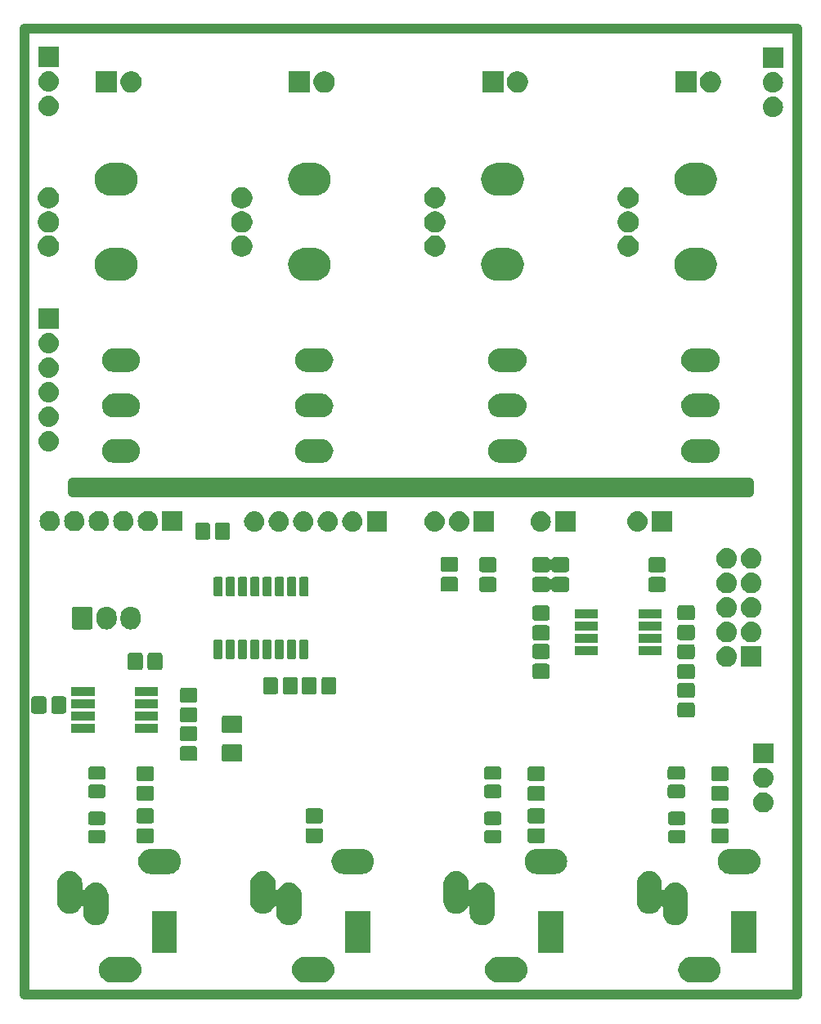
<source format=gbr>
%TF.GenerationSoftware,KiCad,Pcbnew,(5.1.0)-1*%
%TF.CreationDate,2019-09-30T23:49:38+02:00*%
%TF.ProjectId,KicadJE_SympleSeq,4b696361-644a-4455-9f53-796d706c6553,Rev A*%
%TF.SameCoordinates,Original*%
%TF.FileFunction,Soldermask,Top*%
%TF.FilePolarity,Negative*%
%FSLAX46Y46*%
G04 Gerber Fmt 4.6, Leading zero omitted, Abs format (unit mm)*
G04 Created by KiCad (PCBNEW (5.1.0)-1) date 2019-09-30 23:49:38*
%MOMM*%
%LPD*%
G04 APERTURE LIST*
%ADD10C,1.000000*%
%ADD11C,0.150000*%
G04 APERTURE END LIST*
D10*
X105000000Y-96950000D02*
X105000000Y-97950000D01*
X175000000Y-96950000D02*
X175000000Y-97950000D01*
X105000000Y-96950000D02*
X175000000Y-96950000D01*
X175000000Y-97950000D02*
X105000000Y-97950000D01*
X180000000Y-50000000D02*
X100000000Y-50000000D01*
X180000000Y-150000000D02*
X180000000Y-50000000D01*
X100000000Y-150000000D02*
X180000000Y-150000000D01*
X100000000Y-50000000D02*
X100000000Y-150000000D01*
D11*
G36*
X131054845Y-146118810D02*
G01*
X131299896Y-146193145D01*
X131525736Y-146313860D01*
X131723687Y-146476313D01*
X131886140Y-146674264D01*
X132006855Y-146900104D01*
X132081190Y-147145155D01*
X132106290Y-147400000D01*
X132081190Y-147654845D01*
X132006855Y-147899896D01*
X131886140Y-148125736D01*
X131723687Y-148323687D01*
X131525736Y-148486140D01*
X131299896Y-148606855D01*
X131054845Y-148681190D01*
X130863864Y-148700000D01*
X128936136Y-148700000D01*
X128745155Y-148681190D01*
X128500104Y-148606855D01*
X128274264Y-148486140D01*
X128076313Y-148323687D01*
X127913860Y-148125736D01*
X127793145Y-147899896D01*
X127718810Y-147654845D01*
X127693710Y-147400000D01*
X127718810Y-147145155D01*
X127793145Y-146900104D01*
X127913860Y-146674264D01*
X128076313Y-146476313D01*
X128274264Y-146313860D01*
X128500104Y-146193145D01*
X128745155Y-146118810D01*
X128936136Y-146100000D01*
X130863864Y-146100000D01*
X131054845Y-146118810D01*
X131054845Y-146118810D01*
G37*
G36*
X151054845Y-146118810D02*
G01*
X151299896Y-146193145D01*
X151525736Y-146313860D01*
X151723687Y-146476313D01*
X151886140Y-146674264D01*
X152006855Y-146900104D01*
X152081190Y-147145155D01*
X152106290Y-147400000D01*
X152081190Y-147654845D01*
X152006855Y-147899896D01*
X151886140Y-148125736D01*
X151723687Y-148323687D01*
X151525736Y-148486140D01*
X151299896Y-148606855D01*
X151054845Y-148681190D01*
X150863864Y-148700000D01*
X148936136Y-148700000D01*
X148745155Y-148681190D01*
X148500104Y-148606855D01*
X148274264Y-148486140D01*
X148076313Y-148323687D01*
X147913860Y-148125736D01*
X147793145Y-147899896D01*
X147718810Y-147654845D01*
X147693710Y-147400000D01*
X147718810Y-147145155D01*
X147793145Y-146900104D01*
X147913860Y-146674264D01*
X148076313Y-146476313D01*
X148274264Y-146313860D01*
X148500104Y-146193145D01*
X148745155Y-146118810D01*
X148936136Y-146100000D01*
X150863864Y-146100000D01*
X151054845Y-146118810D01*
X151054845Y-146118810D01*
G37*
G36*
X171054845Y-146118810D02*
G01*
X171299896Y-146193145D01*
X171525736Y-146313860D01*
X171723687Y-146476313D01*
X171886140Y-146674264D01*
X172006855Y-146900104D01*
X172081190Y-147145155D01*
X172106290Y-147400000D01*
X172081190Y-147654845D01*
X172006855Y-147899896D01*
X171886140Y-148125736D01*
X171723687Y-148323687D01*
X171525736Y-148486140D01*
X171299896Y-148606855D01*
X171054845Y-148681190D01*
X170863864Y-148700000D01*
X168936136Y-148700000D01*
X168745155Y-148681190D01*
X168500104Y-148606855D01*
X168274264Y-148486140D01*
X168076313Y-148323687D01*
X167913860Y-148125736D01*
X167793145Y-147899896D01*
X167718810Y-147654845D01*
X167693710Y-147400000D01*
X167718810Y-147145155D01*
X167793145Y-146900104D01*
X167913860Y-146674264D01*
X168076313Y-146476313D01*
X168274264Y-146313860D01*
X168500104Y-146193145D01*
X168745155Y-146118810D01*
X168936136Y-146100000D01*
X170863864Y-146100000D01*
X171054845Y-146118810D01*
X171054845Y-146118810D01*
G37*
G36*
X111054845Y-146118810D02*
G01*
X111299896Y-146193145D01*
X111525736Y-146313860D01*
X111723687Y-146476313D01*
X111886140Y-146674264D01*
X112006855Y-146900104D01*
X112081190Y-147145155D01*
X112106290Y-147400000D01*
X112081190Y-147654845D01*
X112006855Y-147899896D01*
X111886140Y-148125736D01*
X111723687Y-148323687D01*
X111525736Y-148486140D01*
X111299896Y-148606855D01*
X111054845Y-148681190D01*
X110863864Y-148700000D01*
X108936136Y-148700000D01*
X108745155Y-148681190D01*
X108500104Y-148606855D01*
X108274264Y-148486140D01*
X108076313Y-148323687D01*
X107913860Y-148125736D01*
X107793145Y-147899896D01*
X107718810Y-147654845D01*
X107693710Y-147400000D01*
X107718810Y-147145155D01*
X107793145Y-146900104D01*
X107913860Y-146674264D01*
X108076313Y-146476313D01*
X108274264Y-146313860D01*
X108500104Y-146193145D01*
X108745155Y-146118810D01*
X108936136Y-146100000D01*
X110863864Y-146100000D01*
X111054845Y-146118810D01*
X111054845Y-146118810D01*
G37*
G36*
X175800000Y-145700000D02*
G01*
X173200000Y-145700000D01*
X173200000Y-141300000D01*
X175800000Y-141300000D01*
X175800000Y-145700000D01*
X175800000Y-145700000D01*
G37*
G36*
X115800000Y-145700000D02*
G01*
X113200000Y-145700000D01*
X113200000Y-141300000D01*
X115800000Y-141300000D01*
X115800000Y-145700000D01*
X115800000Y-145700000D01*
G37*
G36*
X155800000Y-145700000D02*
G01*
X153200000Y-145700000D01*
X153200000Y-141300000D01*
X155800000Y-141300000D01*
X155800000Y-145700000D01*
X155800000Y-145700000D01*
G37*
G36*
X135800000Y-145700000D02*
G01*
X133200000Y-145700000D01*
X133200000Y-141300000D01*
X135800000Y-141300000D01*
X135800000Y-145700000D01*
X135800000Y-145700000D01*
G37*
G36*
X104954844Y-137218810D02*
G01*
X105199895Y-137293145D01*
X105425735Y-137413860D01*
X105623687Y-137576313D01*
X105786140Y-137774264D01*
X105906855Y-138000104D01*
X105981190Y-138245155D01*
X106000000Y-138436136D01*
X106000000Y-139062432D01*
X106002402Y-139086818D01*
X106009515Y-139110267D01*
X106021066Y-139131878D01*
X106036611Y-139150820D01*
X106055553Y-139166365D01*
X106077164Y-139177916D01*
X106100613Y-139185029D01*
X106124999Y-139187431D01*
X106149385Y-139185029D01*
X106172834Y-139177916D01*
X106194445Y-139166365D01*
X106213387Y-139150820D01*
X106235238Y-139121356D01*
X106266734Y-139062432D01*
X106313860Y-138974265D01*
X106476313Y-138776313D01*
X106674264Y-138613860D01*
X106900104Y-138493145D01*
X107145155Y-138418810D01*
X107400000Y-138393710D01*
X107654844Y-138418810D01*
X107899895Y-138493145D01*
X108125735Y-138613860D01*
X108323687Y-138776313D01*
X108486140Y-138974264D01*
X108606855Y-139200104D01*
X108681190Y-139445155D01*
X108700000Y-139636136D01*
X108700000Y-141563864D01*
X108681190Y-141754845D01*
X108606855Y-141999896D01*
X108486140Y-142225736D01*
X108323687Y-142423687D01*
X108125736Y-142586140D01*
X107899896Y-142706855D01*
X107654845Y-142781190D01*
X107400000Y-142806290D01*
X107145156Y-142781190D01*
X106900105Y-142706855D01*
X106674265Y-142586140D01*
X106476314Y-142423687D01*
X106313861Y-142225736D01*
X106193146Y-141999896D01*
X106118811Y-141754845D01*
X106100000Y-141563864D01*
X106100000Y-140937569D01*
X106097598Y-140913183D01*
X106090485Y-140889734D01*
X106078934Y-140868123D01*
X106063389Y-140849181D01*
X106044447Y-140833636D01*
X106022836Y-140822085D01*
X105999387Y-140814972D01*
X105975001Y-140812570D01*
X105950615Y-140814972D01*
X105927166Y-140822085D01*
X105905555Y-140833636D01*
X105886613Y-140849181D01*
X105864764Y-140878643D01*
X105786140Y-141025736D01*
X105623687Y-141223687D01*
X105425736Y-141386140D01*
X105199896Y-141506855D01*
X104954845Y-141581190D01*
X104700000Y-141606290D01*
X104445156Y-141581190D01*
X104200105Y-141506855D01*
X103974265Y-141386140D01*
X103776314Y-141223687D01*
X103613861Y-141025736D01*
X103493146Y-140799896D01*
X103418811Y-140554845D01*
X103400000Y-140363864D01*
X103400000Y-138436137D01*
X103418810Y-138245156D01*
X103493145Y-138000105D01*
X103613860Y-137774265D01*
X103776313Y-137576313D01*
X103974264Y-137413860D01*
X104200104Y-137293145D01*
X104445155Y-137218810D01*
X104700000Y-137193710D01*
X104954844Y-137218810D01*
X104954844Y-137218810D01*
G37*
G36*
X144954844Y-137218810D02*
G01*
X145199895Y-137293145D01*
X145425735Y-137413860D01*
X145623687Y-137576313D01*
X145786140Y-137774264D01*
X145906855Y-138000104D01*
X145981190Y-138245155D01*
X146000000Y-138436136D01*
X146000000Y-139062432D01*
X146002402Y-139086818D01*
X146009515Y-139110267D01*
X146021066Y-139131878D01*
X146036611Y-139150820D01*
X146055553Y-139166365D01*
X146077164Y-139177916D01*
X146100613Y-139185029D01*
X146124999Y-139187431D01*
X146149385Y-139185029D01*
X146172834Y-139177916D01*
X146194445Y-139166365D01*
X146213387Y-139150820D01*
X146235238Y-139121356D01*
X146266734Y-139062432D01*
X146313860Y-138974265D01*
X146476313Y-138776313D01*
X146674264Y-138613860D01*
X146900104Y-138493145D01*
X147145155Y-138418810D01*
X147400000Y-138393710D01*
X147654844Y-138418810D01*
X147899895Y-138493145D01*
X148125735Y-138613860D01*
X148323687Y-138776313D01*
X148486140Y-138974264D01*
X148606855Y-139200104D01*
X148681190Y-139445155D01*
X148700000Y-139636136D01*
X148700000Y-141563864D01*
X148681190Y-141754845D01*
X148606855Y-141999896D01*
X148486140Y-142225736D01*
X148323687Y-142423687D01*
X148125736Y-142586140D01*
X147899896Y-142706855D01*
X147654845Y-142781190D01*
X147400000Y-142806290D01*
X147145156Y-142781190D01*
X146900105Y-142706855D01*
X146674265Y-142586140D01*
X146476314Y-142423687D01*
X146313861Y-142225736D01*
X146193146Y-141999896D01*
X146118811Y-141754845D01*
X146100000Y-141563864D01*
X146100000Y-140937569D01*
X146097598Y-140913183D01*
X146090485Y-140889734D01*
X146078934Y-140868123D01*
X146063389Y-140849181D01*
X146044447Y-140833636D01*
X146022836Y-140822085D01*
X145999387Y-140814972D01*
X145975001Y-140812570D01*
X145950615Y-140814972D01*
X145927166Y-140822085D01*
X145905555Y-140833636D01*
X145886613Y-140849181D01*
X145864764Y-140878643D01*
X145786140Y-141025736D01*
X145623687Y-141223687D01*
X145425736Y-141386140D01*
X145199896Y-141506855D01*
X144954845Y-141581190D01*
X144700000Y-141606290D01*
X144445156Y-141581190D01*
X144200105Y-141506855D01*
X143974265Y-141386140D01*
X143776314Y-141223687D01*
X143613861Y-141025736D01*
X143493146Y-140799896D01*
X143418811Y-140554845D01*
X143400000Y-140363864D01*
X143400000Y-138436137D01*
X143418810Y-138245156D01*
X143493145Y-138000105D01*
X143613860Y-137774265D01*
X143776313Y-137576313D01*
X143974264Y-137413860D01*
X144200104Y-137293145D01*
X144445155Y-137218810D01*
X144700000Y-137193710D01*
X144954844Y-137218810D01*
X144954844Y-137218810D01*
G37*
G36*
X124954844Y-137218810D02*
G01*
X125199895Y-137293145D01*
X125425735Y-137413860D01*
X125623687Y-137576313D01*
X125786140Y-137774264D01*
X125906855Y-138000104D01*
X125981190Y-138245155D01*
X126000000Y-138436136D01*
X126000000Y-139062432D01*
X126002402Y-139086818D01*
X126009515Y-139110267D01*
X126021066Y-139131878D01*
X126036611Y-139150820D01*
X126055553Y-139166365D01*
X126077164Y-139177916D01*
X126100613Y-139185029D01*
X126124999Y-139187431D01*
X126149385Y-139185029D01*
X126172834Y-139177916D01*
X126194445Y-139166365D01*
X126213387Y-139150820D01*
X126235238Y-139121356D01*
X126266734Y-139062432D01*
X126313860Y-138974265D01*
X126476313Y-138776313D01*
X126674264Y-138613860D01*
X126900104Y-138493145D01*
X127145155Y-138418810D01*
X127400000Y-138393710D01*
X127654844Y-138418810D01*
X127899895Y-138493145D01*
X128125735Y-138613860D01*
X128323687Y-138776313D01*
X128486140Y-138974264D01*
X128606855Y-139200104D01*
X128681190Y-139445155D01*
X128700000Y-139636136D01*
X128700000Y-141563864D01*
X128681190Y-141754845D01*
X128606855Y-141999896D01*
X128486140Y-142225736D01*
X128323687Y-142423687D01*
X128125736Y-142586140D01*
X127899896Y-142706855D01*
X127654845Y-142781190D01*
X127400000Y-142806290D01*
X127145156Y-142781190D01*
X126900105Y-142706855D01*
X126674265Y-142586140D01*
X126476314Y-142423687D01*
X126313861Y-142225736D01*
X126193146Y-141999896D01*
X126118811Y-141754845D01*
X126100000Y-141563864D01*
X126100000Y-140937569D01*
X126097598Y-140913183D01*
X126090485Y-140889734D01*
X126078934Y-140868123D01*
X126063389Y-140849181D01*
X126044447Y-140833636D01*
X126022836Y-140822085D01*
X125999387Y-140814972D01*
X125975001Y-140812570D01*
X125950615Y-140814972D01*
X125927166Y-140822085D01*
X125905555Y-140833636D01*
X125886613Y-140849181D01*
X125864764Y-140878643D01*
X125786140Y-141025736D01*
X125623687Y-141223687D01*
X125425736Y-141386140D01*
X125199896Y-141506855D01*
X124954845Y-141581190D01*
X124700000Y-141606290D01*
X124445156Y-141581190D01*
X124200105Y-141506855D01*
X123974265Y-141386140D01*
X123776314Y-141223687D01*
X123613861Y-141025736D01*
X123493146Y-140799896D01*
X123418811Y-140554845D01*
X123400000Y-140363864D01*
X123400000Y-138436137D01*
X123418810Y-138245156D01*
X123493145Y-138000105D01*
X123613860Y-137774265D01*
X123776313Y-137576313D01*
X123974264Y-137413860D01*
X124200104Y-137293145D01*
X124445155Y-137218810D01*
X124700000Y-137193710D01*
X124954844Y-137218810D01*
X124954844Y-137218810D01*
G37*
G36*
X164954844Y-137218810D02*
G01*
X165199895Y-137293145D01*
X165425735Y-137413860D01*
X165623687Y-137576313D01*
X165786140Y-137774264D01*
X165906855Y-138000104D01*
X165981190Y-138245155D01*
X166000000Y-138436136D01*
X166000000Y-139062432D01*
X166002402Y-139086818D01*
X166009515Y-139110267D01*
X166021066Y-139131878D01*
X166036611Y-139150820D01*
X166055553Y-139166365D01*
X166077164Y-139177916D01*
X166100613Y-139185029D01*
X166124999Y-139187431D01*
X166149385Y-139185029D01*
X166172834Y-139177916D01*
X166194445Y-139166365D01*
X166213387Y-139150820D01*
X166235238Y-139121356D01*
X166266734Y-139062432D01*
X166313860Y-138974265D01*
X166476313Y-138776313D01*
X166674264Y-138613860D01*
X166900104Y-138493145D01*
X167145155Y-138418810D01*
X167400000Y-138393710D01*
X167654844Y-138418810D01*
X167899895Y-138493145D01*
X168125735Y-138613860D01*
X168323687Y-138776313D01*
X168486140Y-138974264D01*
X168606855Y-139200104D01*
X168681190Y-139445155D01*
X168700000Y-139636136D01*
X168700000Y-141563864D01*
X168681190Y-141754845D01*
X168606855Y-141999896D01*
X168486140Y-142225736D01*
X168323687Y-142423687D01*
X168125736Y-142586140D01*
X167899896Y-142706855D01*
X167654845Y-142781190D01*
X167400000Y-142806290D01*
X167145156Y-142781190D01*
X166900105Y-142706855D01*
X166674265Y-142586140D01*
X166476314Y-142423687D01*
X166313861Y-142225736D01*
X166193146Y-141999896D01*
X166118811Y-141754845D01*
X166100000Y-141563864D01*
X166100000Y-140937569D01*
X166097598Y-140913183D01*
X166090485Y-140889734D01*
X166078934Y-140868123D01*
X166063389Y-140849181D01*
X166044447Y-140833636D01*
X166022836Y-140822085D01*
X165999387Y-140814972D01*
X165975001Y-140812570D01*
X165950615Y-140814972D01*
X165927166Y-140822085D01*
X165905555Y-140833636D01*
X165886613Y-140849181D01*
X165864764Y-140878643D01*
X165786140Y-141025736D01*
X165623687Y-141223687D01*
X165425736Y-141386140D01*
X165199896Y-141506855D01*
X164954845Y-141581190D01*
X164700000Y-141606290D01*
X164445156Y-141581190D01*
X164200105Y-141506855D01*
X163974265Y-141386140D01*
X163776314Y-141223687D01*
X163613861Y-141025736D01*
X163493146Y-140799896D01*
X163418811Y-140554845D01*
X163400000Y-140363864D01*
X163400000Y-138436137D01*
X163418810Y-138245156D01*
X163493145Y-138000105D01*
X163613860Y-137774265D01*
X163776313Y-137576313D01*
X163974264Y-137413860D01*
X164200104Y-137293145D01*
X164445155Y-137218810D01*
X164700000Y-137193710D01*
X164954844Y-137218810D01*
X164954844Y-137218810D01*
G37*
G36*
X175154845Y-134918810D02*
G01*
X175399896Y-134993145D01*
X175625736Y-135113860D01*
X175823687Y-135276313D01*
X175986140Y-135474264D01*
X176106855Y-135700104D01*
X176181190Y-135945155D01*
X176206290Y-136200000D01*
X176181190Y-136454845D01*
X176106855Y-136699896D01*
X175986140Y-136925736D01*
X175823687Y-137123687D01*
X175625736Y-137286140D01*
X175399896Y-137406855D01*
X175154845Y-137481190D01*
X174963864Y-137500000D01*
X173036136Y-137500000D01*
X172845155Y-137481190D01*
X172600104Y-137406855D01*
X172374264Y-137286140D01*
X172176313Y-137123687D01*
X172013860Y-136925736D01*
X171893145Y-136699896D01*
X171818810Y-136454845D01*
X171793710Y-136200000D01*
X171818810Y-135945155D01*
X171893145Y-135700104D01*
X172013860Y-135474264D01*
X172176313Y-135276313D01*
X172374264Y-135113860D01*
X172600104Y-134993145D01*
X172845155Y-134918810D01*
X173036136Y-134900000D01*
X174963864Y-134900000D01*
X175154845Y-134918810D01*
X175154845Y-134918810D01*
G37*
G36*
X115154845Y-134918810D02*
G01*
X115399896Y-134993145D01*
X115625736Y-135113860D01*
X115823687Y-135276313D01*
X115986140Y-135474264D01*
X116106855Y-135700104D01*
X116181190Y-135945155D01*
X116206290Y-136200000D01*
X116181190Y-136454845D01*
X116106855Y-136699896D01*
X115986140Y-136925736D01*
X115823687Y-137123687D01*
X115625736Y-137286140D01*
X115399896Y-137406855D01*
X115154845Y-137481190D01*
X114963864Y-137500000D01*
X113036136Y-137500000D01*
X112845155Y-137481190D01*
X112600104Y-137406855D01*
X112374264Y-137286140D01*
X112176313Y-137123687D01*
X112013860Y-136925736D01*
X111893145Y-136699896D01*
X111818810Y-136454845D01*
X111793710Y-136200000D01*
X111818810Y-135945155D01*
X111893145Y-135700104D01*
X112013860Y-135474264D01*
X112176313Y-135276313D01*
X112374264Y-135113860D01*
X112600104Y-134993145D01*
X112845155Y-134918810D01*
X113036136Y-134900000D01*
X114963864Y-134900000D01*
X115154845Y-134918810D01*
X115154845Y-134918810D01*
G37*
G36*
X135154845Y-134918810D02*
G01*
X135399896Y-134993145D01*
X135625736Y-135113860D01*
X135823687Y-135276313D01*
X135986140Y-135474264D01*
X136106855Y-135700104D01*
X136181190Y-135945155D01*
X136206290Y-136200000D01*
X136181190Y-136454845D01*
X136106855Y-136699896D01*
X135986140Y-136925736D01*
X135823687Y-137123687D01*
X135625736Y-137286140D01*
X135399896Y-137406855D01*
X135154845Y-137481190D01*
X134963864Y-137500000D01*
X133036136Y-137500000D01*
X132845155Y-137481190D01*
X132600104Y-137406855D01*
X132374264Y-137286140D01*
X132176313Y-137123687D01*
X132013860Y-136925736D01*
X131893145Y-136699896D01*
X131818810Y-136454845D01*
X131793710Y-136200000D01*
X131818810Y-135945155D01*
X131893145Y-135700104D01*
X132013860Y-135474264D01*
X132176313Y-135276313D01*
X132374264Y-135113860D01*
X132600104Y-134993145D01*
X132845155Y-134918810D01*
X133036136Y-134900000D01*
X134963864Y-134900000D01*
X135154845Y-134918810D01*
X135154845Y-134918810D01*
G37*
G36*
X155154845Y-134918810D02*
G01*
X155399896Y-134993145D01*
X155625736Y-135113860D01*
X155823687Y-135276313D01*
X155986140Y-135474264D01*
X156106855Y-135700104D01*
X156181190Y-135945155D01*
X156206290Y-136200000D01*
X156181190Y-136454845D01*
X156106855Y-136699896D01*
X155986140Y-136925736D01*
X155823687Y-137123687D01*
X155625736Y-137286140D01*
X155399896Y-137406855D01*
X155154845Y-137481190D01*
X154963864Y-137500000D01*
X153036136Y-137500000D01*
X152845155Y-137481190D01*
X152600104Y-137406855D01*
X152374264Y-137286140D01*
X152176313Y-137123687D01*
X152013860Y-136925736D01*
X151893145Y-136699896D01*
X151818810Y-136454845D01*
X151793710Y-136200000D01*
X151818810Y-135945155D01*
X151893145Y-135700104D01*
X152013860Y-135474264D01*
X152176313Y-135276313D01*
X152374264Y-135113860D01*
X152600104Y-134993145D01*
X152845155Y-134918810D01*
X153036136Y-134900000D01*
X154963864Y-134900000D01*
X155154845Y-134918810D01*
X155154845Y-134918810D01*
G37*
G36*
X113185529Y-132755710D02*
G01*
X113235378Y-132770831D01*
X113281310Y-132795382D01*
X113321574Y-132828426D01*
X113354618Y-132868690D01*
X113379169Y-132914622D01*
X113394290Y-132964471D01*
X113400000Y-133022444D01*
X113400000Y-134027556D01*
X113394290Y-134085529D01*
X113379169Y-134135378D01*
X113354618Y-134181310D01*
X113321574Y-134221574D01*
X113281310Y-134254618D01*
X113235378Y-134279169D01*
X113185529Y-134294290D01*
X113127556Y-134300000D01*
X111872444Y-134300000D01*
X111814471Y-134294290D01*
X111764622Y-134279169D01*
X111718690Y-134254618D01*
X111678426Y-134221574D01*
X111645382Y-134181310D01*
X111620831Y-134135378D01*
X111605710Y-134085529D01*
X111600000Y-134027556D01*
X111600000Y-133022444D01*
X111605710Y-132964471D01*
X111620831Y-132914622D01*
X111645382Y-132868690D01*
X111678426Y-132828426D01*
X111718690Y-132795382D01*
X111764622Y-132770831D01*
X111814471Y-132755710D01*
X111872444Y-132750000D01*
X113127556Y-132750000D01*
X113185529Y-132755710D01*
X113185529Y-132755710D01*
G37*
G36*
X130685529Y-132755710D02*
G01*
X130735378Y-132770831D01*
X130781310Y-132795382D01*
X130821574Y-132828426D01*
X130854618Y-132868690D01*
X130879169Y-132914622D01*
X130894290Y-132964471D01*
X130900000Y-133022444D01*
X130900000Y-134027556D01*
X130894290Y-134085529D01*
X130879169Y-134135378D01*
X130854618Y-134181310D01*
X130821574Y-134221574D01*
X130781310Y-134254618D01*
X130735378Y-134279169D01*
X130685529Y-134294290D01*
X130627556Y-134300000D01*
X129372444Y-134300000D01*
X129314471Y-134294290D01*
X129264622Y-134279169D01*
X129218690Y-134254618D01*
X129178426Y-134221574D01*
X129145382Y-134181310D01*
X129120831Y-134135378D01*
X129105710Y-134085529D01*
X129100000Y-134027556D01*
X129100000Y-133022444D01*
X129105710Y-132964471D01*
X129120831Y-132914622D01*
X129145382Y-132868690D01*
X129178426Y-132828426D01*
X129218690Y-132795382D01*
X129264622Y-132770831D01*
X129314471Y-132755710D01*
X129372444Y-132750000D01*
X130627556Y-132750000D01*
X130685529Y-132755710D01*
X130685529Y-132755710D01*
G37*
G36*
X172710529Y-132755710D02*
G01*
X172760378Y-132770831D01*
X172806310Y-132795382D01*
X172846574Y-132828426D01*
X172879618Y-132868690D01*
X172904169Y-132914622D01*
X172919290Y-132964471D01*
X172925000Y-133022444D01*
X172925000Y-134027556D01*
X172919290Y-134085529D01*
X172904169Y-134135378D01*
X172879618Y-134181310D01*
X172846574Y-134221574D01*
X172806310Y-134254618D01*
X172760378Y-134279169D01*
X172710529Y-134294290D01*
X172652556Y-134300000D01*
X171397444Y-134300000D01*
X171339471Y-134294290D01*
X171289622Y-134279169D01*
X171243690Y-134254618D01*
X171203426Y-134221574D01*
X171170382Y-134181310D01*
X171145831Y-134135378D01*
X171130710Y-134085529D01*
X171125000Y-134027556D01*
X171125000Y-133022444D01*
X171130710Y-132964471D01*
X171145831Y-132914622D01*
X171170382Y-132868690D01*
X171203426Y-132828426D01*
X171243690Y-132795382D01*
X171289622Y-132770831D01*
X171339471Y-132755710D01*
X171397444Y-132750000D01*
X172652556Y-132750000D01*
X172710529Y-132755710D01*
X172710529Y-132755710D01*
G37*
G36*
X153685529Y-132755710D02*
G01*
X153735378Y-132770831D01*
X153781310Y-132795382D01*
X153821574Y-132828426D01*
X153854618Y-132868690D01*
X153879169Y-132914622D01*
X153894290Y-132964471D01*
X153900000Y-133022444D01*
X153900000Y-134027556D01*
X153894290Y-134085529D01*
X153879169Y-134135378D01*
X153854618Y-134181310D01*
X153821574Y-134221574D01*
X153781310Y-134254618D01*
X153735378Y-134279169D01*
X153685529Y-134294290D01*
X153627556Y-134300000D01*
X152372444Y-134300000D01*
X152314471Y-134294290D01*
X152264622Y-134279169D01*
X152218690Y-134254618D01*
X152178426Y-134221574D01*
X152145382Y-134181310D01*
X152120831Y-134135378D01*
X152105710Y-134085529D01*
X152100000Y-134027556D01*
X152100000Y-133022444D01*
X152105710Y-132964471D01*
X152120831Y-132914622D01*
X152145382Y-132868690D01*
X152178426Y-132828426D01*
X152218690Y-132795382D01*
X152264622Y-132770831D01*
X152314471Y-132755710D01*
X152372444Y-132750000D01*
X153627556Y-132750000D01*
X153685529Y-132755710D01*
X153685529Y-132755710D01*
G37*
G36*
X108173499Y-132925997D02*
G01*
X108226147Y-132941968D01*
X108274668Y-132967902D01*
X108317195Y-133002805D01*
X108352098Y-133045332D01*
X108378032Y-133093853D01*
X108394003Y-133146501D01*
X108400000Y-133207390D01*
X108400000Y-134007610D01*
X108394003Y-134068499D01*
X108378032Y-134121147D01*
X108352098Y-134169668D01*
X108317195Y-134212195D01*
X108274668Y-134247098D01*
X108226147Y-134273032D01*
X108173499Y-134289003D01*
X108112610Y-134295000D01*
X106887390Y-134295000D01*
X106826501Y-134289003D01*
X106773853Y-134273032D01*
X106725332Y-134247098D01*
X106682805Y-134212195D01*
X106647902Y-134169668D01*
X106621968Y-134121147D01*
X106605997Y-134068499D01*
X106600000Y-134007610D01*
X106600000Y-133207390D01*
X106605997Y-133146501D01*
X106621968Y-133093853D01*
X106647902Y-133045332D01*
X106682805Y-133002805D01*
X106725332Y-132967902D01*
X106773853Y-132941968D01*
X106826501Y-132925997D01*
X106887390Y-132920000D01*
X108112610Y-132920000D01*
X108173499Y-132925997D01*
X108173499Y-132925997D01*
G37*
G36*
X168235999Y-132925997D02*
G01*
X168288647Y-132941968D01*
X168337168Y-132967902D01*
X168379695Y-133002805D01*
X168414598Y-133045332D01*
X168440532Y-133093853D01*
X168456503Y-133146501D01*
X168462500Y-133207390D01*
X168462500Y-134007610D01*
X168456503Y-134068499D01*
X168440532Y-134121147D01*
X168414598Y-134169668D01*
X168379695Y-134212195D01*
X168337168Y-134247098D01*
X168288647Y-134273032D01*
X168235999Y-134289003D01*
X168175110Y-134295000D01*
X166949890Y-134295000D01*
X166889001Y-134289003D01*
X166836353Y-134273032D01*
X166787832Y-134247098D01*
X166745305Y-134212195D01*
X166710402Y-134169668D01*
X166684468Y-134121147D01*
X166668497Y-134068499D01*
X166662500Y-134007610D01*
X166662500Y-133207390D01*
X166668497Y-133146501D01*
X166684468Y-133093853D01*
X166710402Y-133045332D01*
X166745305Y-133002805D01*
X166787832Y-132967902D01*
X166836353Y-132941968D01*
X166889001Y-132925997D01*
X166949890Y-132920000D01*
X168175110Y-132920000D01*
X168235999Y-132925997D01*
X168235999Y-132925997D01*
G37*
G36*
X149173499Y-132925997D02*
G01*
X149226147Y-132941968D01*
X149274668Y-132967902D01*
X149317195Y-133002805D01*
X149352098Y-133045332D01*
X149378032Y-133093853D01*
X149394003Y-133146501D01*
X149400000Y-133207390D01*
X149400000Y-134007610D01*
X149394003Y-134068499D01*
X149378032Y-134121147D01*
X149352098Y-134169668D01*
X149317195Y-134212195D01*
X149274668Y-134247098D01*
X149226147Y-134273032D01*
X149173499Y-134289003D01*
X149112610Y-134295000D01*
X147887390Y-134295000D01*
X147826501Y-134289003D01*
X147773853Y-134273032D01*
X147725332Y-134247098D01*
X147682805Y-134212195D01*
X147647902Y-134169668D01*
X147621968Y-134121147D01*
X147605997Y-134068499D01*
X147600000Y-134007610D01*
X147600000Y-133207390D01*
X147605997Y-133146501D01*
X147621968Y-133093853D01*
X147647902Y-133045332D01*
X147682805Y-133002805D01*
X147725332Y-132967902D01*
X147773853Y-132941968D01*
X147826501Y-132925997D01*
X147887390Y-132920000D01*
X149112610Y-132920000D01*
X149173499Y-132925997D01*
X149173499Y-132925997D01*
G37*
G36*
X168235999Y-131050997D02*
G01*
X168288647Y-131066968D01*
X168337168Y-131092902D01*
X168379695Y-131127805D01*
X168414598Y-131170332D01*
X168440532Y-131218853D01*
X168456503Y-131271501D01*
X168462500Y-131332390D01*
X168462500Y-132132610D01*
X168456503Y-132193499D01*
X168440532Y-132246147D01*
X168414598Y-132294668D01*
X168379695Y-132337195D01*
X168337168Y-132372098D01*
X168288647Y-132398032D01*
X168235999Y-132414003D01*
X168175110Y-132420000D01*
X166949890Y-132420000D01*
X166889001Y-132414003D01*
X166836353Y-132398032D01*
X166787832Y-132372098D01*
X166745305Y-132337195D01*
X166710402Y-132294668D01*
X166684468Y-132246147D01*
X166668497Y-132193499D01*
X166662500Y-132132610D01*
X166662500Y-131332390D01*
X166668497Y-131271501D01*
X166684468Y-131218853D01*
X166710402Y-131170332D01*
X166745305Y-131127805D01*
X166787832Y-131092902D01*
X166836353Y-131066968D01*
X166889001Y-131050997D01*
X166949890Y-131045000D01*
X168175110Y-131045000D01*
X168235999Y-131050997D01*
X168235999Y-131050997D01*
G37*
G36*
X149173499Y-131050997D02*
G01*
X149226147Y-131066968D01*
X149274668Y-131092902D01*
X149317195Y-131127805D01*
X149352098Y-131170332D01*
X149378032Y-131218853D01*
X149394003Y-131271501D01*
X149400000Y-131332390D01*
X149400000Y-132132610D01*
X149394003Y-132193499D01*
X149378032Y-132246147D01*
X149352098Y-132294668D01*
X149317195Y-132337195D01*
X149274668Y-132372098D01*
X149226147Y-132398032D01*
X149173499Y-132414003D01*
X149112610Y-132420000D01*
X147887390Y-132420000D01*
X147826501Y-132414003D01*
X147773853Y-132398032D01*
X147725332Y-132372098D01*
X147682805Y-132337195D01*
X147647902Y-132294668D01*
X147621968Y-132246147D01*
X147605997Y-132193499D01*
X147600000Y-132132610D01*
X147600000Y-131332390D01*
X147605997Y-131271501D01*
X147621968Y-131218853D01*
X147647902Y-131170332D01*
X147682805Y-131127805D01*
X147725332Y-131092902D01*
X147773853Y-131066968D01*
X147826501Y-131050997D01*
X147887390Y-131045000D01*
X149112610Y-131045000D01*
X149173499Y-131050997D01*
X149173499Y-131050997D01*
G37*
G36*
X108173499Y-131050997D02*
G01*
X108226147Y-131066968D01*
X108274668Y-131092902D01*
X108317195Y-131127805D01*
X108352098Y-131170332D01*
X108378032Y-131218853D01*
X108394003Y-131271501D01*
X108400000Y-131332390D01*
X108400000Y-132132610D01*
X108394003Y-132193499D01*
X108378032Y-132246147D01*
X108352098Y-132294668D01*
X108317195Y-132337195D01*
X108274668Y-132372098D01*
X108226147Y-132398032D01*
X108173499Y-132414003D01*
X108112610Y-132420000D01*
X106887390Y-132420000D01*
X106826501Y-132414003D01*
X106773853Y-132398032D01*
X106725332Y-132372098D01*
X106682805Y-132337195D01*
X106647902Y-132294668D01*
X106621968Y-132246147D01*
X106605997Y-132193499D01*
X106600000Y-132132610D01*
X106600000Y-131332390D01*
X106605997Y-131271501D01*
X106621968Y-131218853D01*
X106647902Y-131170332D01*
X106682805Y-131127805D01*
X106725332Y-131092902D01*
X106773853Y-131066968D01*
X106826501Y-131050997D01*
X106887390Y-131045000D01*
X108112610Y-131045000D01*
X108173499Y-131050997D01*
X108173499Y-131050997D01*
G37*
G36*
X130685529Y-130705710D02*
G01*
X130735378Y-130720831D01*
X130781310Y-130745382D01*
X130821574Y-130778426D01*
X130854618Y-130818690D01*
X130879169Y-130864622D01*
X130894290Y-130914471D01*
X130900000Y-130972444D01*
X130900000Y-131977556D01*
X130894290Y-132035529D01*
X130879169Y-132085378D01*
X130854618Y-132131310D01*
X130821574Y-132171574D01*
X130781310Y-132204618D01*
X130735378Y-132229169D01*
X130685529Y-132244290D01*
X130627556Y-132250000D01*
X129372444Y-132250000D01*
X129314471Y-132244290D01*
X129264622Y-132229169D01*
X129218690Y-132204618D01*
X129178426Y-132171574D01*
X129145382Y-132131310D01*
X129120831Y-132085378D01*
X129105710Y-132035529D01*
X129100000Y-131977556D01*
X129100000Y-130972444D01*
X129105710Y-130914471D01*
X129120831Y-130864622D01*
X129145382Y-130818690D01*
X129178426Y-130778426D01*
X129218690Y-130745382D01*
X129264622Y-130720831D01*
X129314471Y-130705710D01*
X129372444Y-130700000D01*
X130627556Y-130700000D01*
X130685529Y-130705710D01*
X130685529Y-130705710D01*
G37*
G36*
X172710529Y-130705710D02*
G01*
X172760378Y-130720831D01*
X172806310Y-130745382D01*
X172846574Y-130778426D01*
X172879618Y-130818690D01*
X172904169Y-130864622D01*
X172919290Y-130914471D01*
X172925000Y-130972444D01*
X172925000Y-131977556D01*
X172919290Y-132035529D01*
X172904169Y-132085378D01*
X172879618Y-132131310D01*
X172846574Y-132171574D01*
X172806310Y-132204618D01*
X172760378Y-132229169D01*
X172710529Y-132244290D01*
X172652556Y-132250000D01*
X171397444Y-132250000D01*
X171339471Y-132244290D01*
X171289622Y-132229169D01*
X171243690Y-132204618D01*
X171203426Y-132171574D01*
X171170382Y-132131310D01*
X171145831Y-132085378D01*
X171130710Y-132035529D01*
X171125000Y-131977556D01*
X171125000Y-130972444D01*
X171130710Y-130914471D01*
X171145831Y-130864622D01*
X171170382Y-130818690D01*
X171203426Y-130778426D01*
X171243690Y-130745382D01*
X171289622Y-130720831D01*
X171339471Y-130705710D01*
X171397444Y-130700000D01*
X172652556Y-130700000D01*
X172710529Y-130705710D01*
X172710529Y-130705710D01*
G37*
G36*
X153685529Y-130705710D02*
G01*
X153735378Y-130720831D01*
X153781310Y-130745382D01*
X153821574Y-130778426D01*
X153854618Y-130818690D01*
X153879169Y-130864622D01*
X153894290Y-130914471D01*
X153900000Y-130972444D01*
X153900000Y-131977556D01*
X153894290Y-132035529D01*
X153879169Y-132085378D01*
X153854618Y-132131310D01*
X153821574Y-132171574D01*
X153781310Y-132204618D01*
X153735378Y-132229169D01*
X153685529Y-132244290D01*
X153627556Y-132250000D01*
X152372444Y-132250000D01*
X152314471Y-132244290D01*
X152264622Y-132229169D01*
X152218690Y-132204618D01*
X152178426Y-132171574D01*
X152145382Y-132131310D01*
X152120831Y-132085378D01*
X152105710Y-132035529D01*
X152100000Y-131977556D01*
X152100000Y-130972444D01*
X152105710Y-130914471D01*
X152120831Y-130864622D01*
X152145382Y-130818690D01*
X152178426Y-130778426D01*
X152218690Y-130745382D01*
X152264622Y-130720831D01*
X152314471Y-130705710D01*
X152372444Y-130700000D01*
X153627556Y-130700000D01*
X153685529Y-130705710D01*
X153685529Y-130705710D01*
G37*
G36*
X113185529Y-130705710D02*
G01*
X113235378Y-130720831D01*
X113281310Y-130745382D01*
X113321574Y-130778426D01*
X113354618Y-130818690D01*
X113379169Y-130864622D01*
X113394290Y-130914471D01*
X113400000Y-130972444D01*
X113400000Y-131977556D01*
X113394290Y-132035529D01*
X113379169Y-132085378D01*
X113354618Y-132131310D01*
X113321574Y-132171574D01*
X113281310Y-132204618D01*
X113235378Y-132229169D01*
X113185529Y-132244290D01*
X113127556Y-132250000D01*
X111872444Y-132250000D01*
X111814471Y-132244290D01*
X111764622Y-132229169D01*
X111718690Y-132204618D01*
X111678426Y-132171574D01*
X111645382Y-132131310D01*
X111620831Y-132085378D01*
X111605710Y-132035529D01*
X111600000Y-131977556D01*
X111600000Y-130972444D01*
X111605710Y-130914471D01*
X111620831Y-130864622D01*
X111645382Y-130818690D01*
X111678426Y-130778426D01*
X111718690Y-130745382D01*
X111764622Y-130720831D01*
X111814471Y-130705710D01*
X111872444Y-130700000D01*
X113127556Y-130700000D01*
X113185529Y-130705710D01*
X113185529Y-130705710D01*
G37*
G36*
X176628707Y-129037596D02*
G01*
X176705836Y-129045193D01*
X176903762Y-129105233D01*
X176903765Y-129105234D01*
X177086170Y-129202732D01*
X177246055Y-129333945D01*
X177377268Y-129493830D01*
X177474766Y-129676235D01*
X177474767Y-129676238D01*
X177534807Y-129874164D01*
X177555080Y-130080000D01*
X177534807Y-130285836D01*
X177474767Y-130483762D01*
X177474766Y-130483765D01*
X177377268Y-130666170D01*
X177246055Y-130826055D01*
X177086170Y-130957268D01*
X176903765Y-131054766D01*
X176903762Y-131054767D01*
X176705836Y-131114807D01*
X176628707Y-131122404D01*
X176551580Y-131130000D01*
X176448420Y-131130000D01*
X176371293Y-131122404D01*
X176294164Y-131114807D01*
X176096238Y-131054767D01*
X176096235Y-131054766D01*
X175913830Y-130957268D01*
X175753945Y-130826055D01*
X175622732Y-130666170D01*
X175525234Y-130483765D01*
X175525233Y-130483762D01*
X175465193Y-130285836D01*
X175444920Y-130080000D01*
X175465193Y-129874164D01*
X175525233Y-129676238D01*
X175525234Y-129676235D01*
X175622732Y-129493830D01*
X175753945Y-129333945D01*
X175913830Y-129202732D01*
X176096235Y-129105234D01*
X176096238Y-129105233D01*
X176294164Y-129045193D01*
X176371293Y-129037596D01*
X176448420Y-129030000D01*
X176551580Y-129030000D01*
X176628707Y-129037596D01*
X176628707Y-129037596D01*
G37*
G36*
X113185529Y-128385710D02*
G01*
X113235378Y-128400831D01*
X113281310Y-128425382D01*
X113321574Y-128458426D01*
X113354618Y-128498690D01*
X113379169Y-128544622D01*
X113394290Y-128594471D01*
X113400000Y-128652444D01*
X113400000Y-129657556D01*
X113394290Y-129715529D01*
X113379169Y-129765378D01*
X113354618Y-129811310D01*
X113321574Y-129851574D01*
X113281310Y-129884618D01*
X113235378Y-129909169D01*
X113185529Y-129924290D01*
X113127556Y-129930000D01*
X111872444Y-129930000D01*
X111814471Y-129924290D01*
X111764622Y-129909169D01*
X111718690Y-129884618D01*
X111678426Y-129851574D01*
X111645382Y-129811310D01*
X111620831Y-129765378D01*
X111605710Y-129715529D01*
X111600000Y-129657556D01*
X111600000Y-128652444D01*
X111605710Y-128594471D01*
X111620831Y-128544622D01*
X111645382Y-128498690D01*
X111678426Y-128458426D01*
X111718690Y-128425382D01*
X111764622Y-128400831D01*
X111814471Y-128385710D01*
X111872444Y-128380000D01*
X113127556Y-128380000D01*
X113185529Y-128385710D01*
X113185529Y-128385710D01*
G37*
G36*
X172685529Y-128385710D02*
G01*
X172735378Y-128400831D01*
X172781310Y-128425382D01*
X172821574Y-128458426D01*
X172854618Y-128498690D01*
X172879169Y-128544622D01*
X172894290Y-128594471D01*
X172900000Y-128652444D01*
X172900000Y-129657556D01*
X172894290Y-129715529D01*
X172879169Y-129765378D01*
X172854618Y-129811310D01*
X172821574Y-129851574D01*
X172781310Y-129884618D01*
X172735378Y-129909169D01*
X172685529Y-129924290D01*
X172627556Y-129930000D01*
X171372444Y-129930000D01*
X171314471Y-129924290D01*
X171264622Y-129909169D01*
X171218690Y-129884618D01*
X171178426Y-129851574D01*
X171145382Y-129811310D01*
X171120831Y-129765378D01*
X171105710Y-129715529D01*
X171100000Y-129657556D01*
X171100000Y-128652444D01*
X171105710Y-128594471D01*
X171120831Y-128544622D01*
X171145382Y-128498690D01*
X171178426Y-128458426D01*
X171218690Y-128425382D01*
X171264622Y-128400831D01*
X171314471Y-128385710D01*
X171372444Y-128380000D01*
X172627556Y-128380000D01*
X172685529Y-128385710D01*
X172685529Y-128385710D01*
G37*
G36*
X153685529Y-128385710D02*
G01*
X153735378Y-128400831D01*
X153781310Y-128425382D01*
X153821574Y-128458426D01*
X153854618Y-128498690D01*
X153879169Y-128544622D01*
X153894290Y-128594471D01*
X153900000Y-128652444D01*
X153900000Y-129657556D01*
X153894290Y-129715529D01*
X153879169Y-129765378D01*
X153854618Y-129811310D01*
X153821574Y-129851574D01*
X153781310Y-129884618D01*
X153735378Y-129909169D01*
X153685529Y-129924290D01*
X153627556Y-129930000D01*
X152372444Y-129930000D01*
X152314471Y-129924290D01*
X152264622Y-129909169D01*
X152218690Y-129884618D01*
X152178426Y-129851574D01*
X152145382Y-129811310D01*
X152120831Y-129765378D01*
X152105710Y-129715529D01*
X152100000Y-129657556D01*
X152100000Y-128652444D01*
X152105710Y-128594471D01*
X152120831Y-128544622D01*
X152145382Y-128498690D01*
X152178426Y-128458426D01*
X152218690Y-128425382D01*
X152264622Y-128400831D01*
X152314471Y-128385710D01*
X152372444Y-128380000D01*
X153627556Y-128380000D01*
X153685529Y-128385710D01*
X153685529Y-128385710D01*
G37*
G36*
X108173499Y-128255997D02*
G01*
X108226147Y-128271968D01*
X108274668Y-128297902D01*
X108317195Y-128332805D01*
X108352098Y-128375332D01*
X108378032Y-128423853D01*
X108394003Y-128476501D01*
X108400000Y-128537390D01*
X108400000Y-129337610D01*
X108394003Y-129398499D01*
X108378032Y-129451147D01*
X108352098Y-129499668D01*
X108317195Y-129542195D01*
X108274668Y-129577098D01*
X108226147Y-129603032D01*
X108173499Y-129619003D01*
X108112610Y-129625000D01*
X106887390Y-129625000D01*
X106826501Y-129619003D01*
X106773853Y-129603032D01*
X106725332Y-129577098D01*
X106682805Y-129542195D01*
X106647902Y-129499668D01*
X106621968Y-129451147D01*
X106605997Y-129398499D01*
X106600000Y-129337610D01*
X106600000Y-128537390D01*
X106605997Y-128476501D01*
X106621968Y-128423853D01*
X106647902Y-128375332D01*
X106682805Y-128332805D01*
X106725332Y-128297902D01*
X106773853Y-128271968D01*
X106826501Y-128255997D01*
X106887390Y-128250000D01*
X108112610Y-128250000D01*
X108173499Y-128255997D01*
X108173499Y-128255997D01*
G37*
G36*
X149173499Y-128255997D02*
G01*
X149226147Y-128271968D01*
X149274668Y-128297902D01*
X149317195Y-128332805D01*
X149352098Y-128375332D01*
X149378032Y-128423853D01*
X149394003Y-128476501D01*
X149400000Y-128537390D01*
X149400000Y-129337610D01*
X149394003Y-129398499D01*
X149378032Y-129451147D01*
X149352098Y-129499668D01*
X149317195Y-129542195D01*
X149274668Y-129577098D01*
X149226147Y-129603032D01*
X149173499Y-129619003D01*
X149112610Y-129625000D01*
X147887390Y-129625000D01*
X147826501Y-129619003D01*
X147773853Y-129603032D01*
X147725332Y-129577098D01*
X147682805Y-129542195D01*
X147647902Y-129499668D01*
X147621968Y-129451147D01*
X147605997Y-129398499D01*
X147600000Y-129337610D01*
X147600000Y-128537390D01*
X147605997Y-128476501D01*
X147621968Y-128423853D01*
X147647902Y-128375332D01*
X147682805Y-128332805D01*
X147725332Y-128297902D01*
X147773853Y-128271968D01*
X147826501Y-128255997D01*
X147887390Y-128250000D01*
X149112610Y-128250000D01*
X149173499Y-128255997D01*
X149173499Y-128255997D01*
G37*
G36*
X168173499Y-128255997D02*
G01*
X168226147Y-128271968D01*
X168274668Y-128297902D01*
X168317195Y-128332805D01*
X168352098Y-128375332D01*
X168378032Y-128423853D01*
X168394003Y-128476501D01*
X168400000Y-128537390D01*
X168400000Y-129337610D01*
X168394003Y-129398499D01*
X168378032Y-129451147D01*
X168352098Y-129499668D01*
X168317195Y-129542195D01*
X168274668Y-129577098D01*
X168226147Y-129603032D01*
X168173499Y-129619003D01*
X168112610Y-129625000D01*
X166887390Y-129625000D01*
X166826501Y-129619003D01*
X166773853Y-129603032D01*
X166725332Y-129577098D01*
X166682805Y-129542195D01*
X166647902Y-129499668D01*
X166621968Y-129451147D01*
X166605997Y-129398499D01*
X166600000Y-129337610D01*
X166600000Y-128537390D01*
X166605997Y-128476501D01*
X166621968Y-128423853D01*
X166647902Y-128375332D01*
X166682805Y-128332805D01*
X166725332Y-128297902D01*
X166773853Y-128271968D01*
X166826501Y-128255997D01*
X166887390Y-128250000D01*
X168112610Y-128250000D01*
X168173499Y-128255997D01*
X168173499Y-128255997D01*
G37*
G36*
X176628707Y-126497596D02*
G01*
X176705836Y-126505193D01*
X176903762Y-126565233D01*
X176903765Y-126565234D01*
X177086170Y-126662732D01*
X177246055Y-126793945D01*
X177377268Y-126953830D01*
X177474766Y-127136235D01*
X177474767Y-127136238D01*
X177534807Y-127334164D01*
X177555080Y-127540000D01*
X177534807Y-127745836D01*
X177517899Y-127801574D01*
X177474766Y-127943765D01*
X177377268Y-128126170D01*
X177246055Y-128286055D01*
X177086170Y-128417268D01*
X176903765Y-128514766D01*
X176903762Y-128514767D01*
X176705836Y-128574807D01*
X176628707Y-128582404D01*
X176551580Y-128590000D01*
X176448420Y-128590000D01*
X176371293Y-128582404D01*
X176294164Y-128574807D01*
X176096238Y-128514767D01*
X176096235Y-128514766D01*
X175913830Y-128417268D01*
X175753945Y-128286055D01*
X175622732Y-128126170D01*
X175525234Y-127943765D01*
X175482101Y-127801574D01*
X175465193Y-127745836D01*
X175444920Y-127540000D01*
X175465193Y-127334164D01*
X175525233Y-127136238D01*
X175525234Y-127136235D01*
X175622732Y-126953830D01*
X175753945Y-126793945D01*
X175913830Y-126662732D01*
X176096235Y-126565234D01*
X176096238Y-126565233D01*
X176294164Y-126505193D01*
X176371293Y-126497596D01*
X176448420Y-126490000D01*
X176551580Y-126490000D01*
X176628707Y-126497596D01*
X176628707Y-126497596D01*
G37*
G36*
X172685529Y-126335710D02*
G01*
X172735378Y-126350831D01*
X172781310Y-126375382D01*
X172821574Y-126408426D01*
X172854618Y-126448690D01*
X172879169Y-126494622D01*
X172894290Y-126544471D01*
X172900000Y-126602444D01*
X172900000Y-127607556D01*
X172894290Y-127665529D01*
X172879169Y-127715378D01*
X172854618Y-127761310D01*
X172821574Y-127801574D01*
X172781310Y-127834618D01*
X172735378Y-127859169D01*
X172685529Y-127874290D01*
X172627556Y-127880000D01*
X171372444Y-127880000D01*
X171314471Y-127874290D01*
X171264622Y-127859169D01*
X171218690Y-127834618D01*
X171178426Y-127801574D01*
X171145382Y-127761310D01*
X171120831Y-127715378D01*
X171105710Y-127665529D01*
X171100000Y-127607556D01*
X171100000Y-126602444D01*
X171105710Y-126544471D01*
X171120831Y-126494622D01*
X171145382Y-126448690D01*
X171178426Y-126408426D01*
X171218690Y-126375382D01*
X171264622Y-126350831D01*
X171314471Y-126335710D01*
X171372444Y-126330000D01*
X172627556Y-126330000D01*
X172685529Y-126335710D01*
X172685529Y-126335710D01*
G37*
G36*
X113185529Y-126335710D02*
G01*
X113235378Y-126350831D01*
X113281310Y-126375382D01*
X113321574Y-126408426D01*
X113354618Y-126448690D01*
X113379169Y-126494622D01*
X113394290Y-126544471D01*
X113400000Y-126602444D01*
X113400000Y-127607556D01*
X113394290Y-127665529D01*
X113379169Y-127715378D01*
X113354618Y-127761310D01*
X113321574Y-127801574D01*
X113281310Y-127834618D01*
X113235378Y-127859169D01*
X113185529Y-127874290D01*
X113127556Y-127880000D01*
X111872444Y-127880000D01*
X111814471Y-127874290D01*
X111764622Y-127859169D01*
X111718690Y-127834618D01*
X111678426Y-127801574D01*
X111645382Y-127761310D01*
X111620831Y-127715378D01*
X111605710Y-127665529D01*
X111600000Y-127607556D01*
X111600000Y-126602444D01*
X111605710Y-126544471D01*
X111620831Y-126494622D01*
X111645382Y-126448690D01*
X111678426Y-126408426D01*
X111718690Y-126375382D01*
X111764622Y-126350831D01*
X111814471Y-126335710D01*
X111872444Y-126330000D01*
X113127556Y-126330000D01*
X113185529Y-126335710D01*
X113185529Y-126335710D01*
G37*
G36*
X153685529Y-126335710D02*
G01*
X153735378Y-126350831D01*
X153781310Y-126375382D01*
X153821574Y-126408426D01*
X153854618Y-126448690D01*
X153879169Y-126494622D01*
X153894290Y-126544471D01*
X153900000Y-126602444D01*
X153900000Y-127607556D01*
X153894290Y-127665529D01*
X153879169Y-127715378D01*
X153854618Y-127761310D01*
X153821574Y-127801574D01*
X153781310Y-127834618D01*
X153735378Y-127859169D01*
X153685529Y-127874290D01*
X153627556Y-127880000D01*
X152372444Y-127880000D01*
X152314471Y-127874290D01*
X152264622Y-127859169D01*
X152218690Y-127834618D01*
X152178426Y-127801574D01*
X152145382Y-127761310D01*
X152120831Y-127715378D01*
X152105710Y-127665529D01*
X152100000Y-127607556D01*
X152100000Y-126602444D01*
X152105710Y-126544471D01*
X152120831Y-126494622D01*
X152145382Y-126448690D01*
X152178426Y-126408426D01*
X152218690Y-126375382D01*
X152264622Y-126350831D01*
X152314471Y-126335710D01*
X152372444Y-126330000D01*
X153627556Y-126330000D01*
X153685529Y-126335710D01*
X153685529Y-126335710D01*
G37*
G36*
X149173499Y-126380997D02*
G01*
X149226147Y-126396968D01*
X149274668Y-126422902D01*
X149317195Y-126457805D01*
X149352098Y-126500332D01*
X149378032Y-126548853D01*
X149394003Y-126601501D01*
X149400000Y-126662390D01*
X149400000Y-127462610D01*
X149394003Y-127523499D01*
X149378032Y-127576147D01*
X149352098Y-127624668D01*
X149317195Y-127667195D01*
X149274668Y-127702098D01*
X149226147Y-127728032D01*
X149173499Y-127744003D01*
X149112610Y-127750000D01*
X147887390Y-127750000D01*
X147826501Y-127744003D01*
X147773853Y-127728032D01*
X147725332Y-127702098D01*
X147682805Y-127667195D01*
X147647902Y-127624668D01*
X147621968Y-127576147D01*
X147605997Y-127523499D01*
X147600000Y-127462610D01*
X147600000Y-126662390D01*
X147605997Y-126601501D01*
X147621968Y-126548853D01*
X147647902Y-126500332D01*
X147682805Y-126457805D01*
X147725332Y-126422902D01*
X147773853Y-126396968D01*
X147826501Y-126380997D01*
X147887390Y-126375000D01*
X149112610Y-126375000D01*
X149173499Y-126380997D01*
X149173499Y-126380997D01*
G37*
G36*
X168173499Y-126380997D02*
G01*
X168226147Y-126396968D01*
X168274668Y-126422902D01*
X168317195Y-126457805D01*
X168352098Y-126500332D01*
X168378032Y-126548853D01*
X168394003Y-126601501D01*
X168400000Y-126662390D01*
X168400000Y-127462610D01*
X168394003Y-127523499D01*
X168378032Y-127576147D01*
X168352098Y-127624668D01*
X168317195Y-127667195D01*
X168274668Y-127702098D01*
X168226147Y-127728032D01*
X168173499Y-127744003D01*
X168112610Y-127750000D01*
X166887390Y-127750000D01*
X166826501Y-127744003D01*
X166773853Y-127728032D01*
X166725332Y-127702098D01*
X166682805Y-127667195D01*
X166647902Y-127624668D01*
X166621968Y-127576147D01*
X166605997Y-127523499D01*
X166600000Y-127462610D01*
X166600000Y-126662390D01*
X166605997Y-126601501D01*
X166621968Y-126548853D01*
X166647902Y-126500332D01*
X166682805Y-126457805D01*
X166725332Y-126422902D01*
X166773853Y-126396968D01*
X166826501Y-126380997D01*
X166887390Y-126375000D01*
X168112610Y-126375000D01*
X168173499Y-126380997D01*
X168173499Y-126380997D01*
G37*
G36*
X108173499Y-126380997D02*
G01*
X108226147Y-126396968D01*
X108274668Y-126422902D01*
X108317195Y-126457805D01*
X108352098Y-126500332D01*
X108378032Y-126548853D01*
X108394003Y-126601501D01*
X108400000Y-126662390D01*
X108400000Y-127462610D01*
X108394003Y-127523499D01*
X108378032Y-127576147D01*
X108352098Y-127624668D01*
X108317195Y-127667195D01*
X108274668Y-127702098D01*
X108226147Y-127728032D01*
X108173499Y-127744003D01*
X108112610Y-127750000D01*
X106887390Y-127750000D01*
X106826501Y-127744003D01*
X106773853Y-127728032D01*
X106725332Y-127702098D01*
X106682805Y-127667195D01*
X106647902Y-127624668D01*
X106621968Y-127576147D01*
X106605997Y-127523499D01*
X106600000Y-127462610D01*
X106600000Y-126662390D01*
X106605997Y-126601501D01*
X106621968Y-126548853D01*
X106647902Y-126500332D01*
X106682805Y-126457805D01*
X106725332Y-126422902D01*
X106773853Y-126396968D01*
X106826501Y-126380997D01*
X106887390Y-126375000D01*
X108112610Y-126375000D01*
X108173499Y-126380997D01*
X108173499Y-126380997D01*
G37*
G36*
X177550000Y-126050000D02*
G01*
X175450000Y-126050000D01*
X175450000Y-123950000D01*
X177550000Y-123950000D01*
X177550000Y-126050000D01*
X177550000Y-126050000D01*
G37*
G36*
X122382481Y-124067686D02*
G01*
X122427205Y-124081254D01*
X122468430Y-124103289D01*
X122504561Y-124132939D01*
X122534211Y-124169070D01*
X122556246Y-124210295D01*
X122569814Y-124255019D01*
X122575000Y-124307676D01*
X122575000Y-125642324D01*
X122569814Y-125694981D01*
X122556246Y-125739705D01*
X122534211Y-125780930D01*
X122504561Y-125817061D01*
X122468430Y-125846711D01*
X122427205Y-125868746D01*
X122382481Y-125882314D01*
X122329824Y-125887500D01*
X120670176Y-125887500D01*
X120617519Y-125882314D01*
X120572795Y-125868746D01*
X120531570Y-125846711D01*
X120495439Y-125817061D01*
X120465789Y-125780930D01*
X120443754Y-125739705D01*
X120430186Y-125694981D01*
X120425000Y-125642324D01*
X120425000Y-124307676D01*
X120430186Y-124255019D01*
X120443754Y-124210295D01*
X120465789Y-124169070D01*
X120495439Y-124132939D01*
X120531570Y-124103289D01*
X120572795Y-124081254D01*
X120617519Y-124067686D01*
X120670176Y-124062500D01*
X122329824Y-124062500D01*
X122382481Y-124067686D01*
X122382481Y-124067686D01*
G37*
G36*
X117685529Y-124255710D02*
G01*
X117735378Y-124270831D01*
X117781310Y-124295382D01*
X117821574Y-124328426D01*
X117854618Y-124368690D01*
X117879169Y-124414622D01*
X117894290Y-124464471D01*
X117900000Y-124522444D01*
X117900000Y-125527556D01*
X117894290Y-125585529D01*
X117879169Y-125635378D01*
X117854618Y-125681310D01*
X117821574Y-125721574D01*
X117781310Y-125754618D01*
X117735378Y-125779169D01*
X117685529Y-125794290D01*
X117627556Y-125800000D01*
X116372444Y-125800000D01*
X116314471Y-125794290D01*
X116264622Y-125779169D01*
X116218690Y-125754618D01*
X116178426Y-125721574D01*
X116145382Y-125681310D01*
X116120831Y-125635378D01*
X116105710Y-125585529D01*
X116100000Y-125527556D01*
X116100000Y-124522444D01*
X116105710Y-124464471D01*
X116120831Y-124414622D01*
X116145382Y-124368690D01*
X116178426Y-124328426D01*
X116218690Y-124295382D01*
X116264622Y-124270831D01*
X116314471Y-124255710D01*
X116372444Y-124250000D01*
X117627556Y-124250000D01*
X117685529Y-124255710D01*
X117685529Y-124255710D01*
G37*
G36*
X117685529Y-122205710D02*
G01*
X117735378Y-122220831D01*
X117781310Y-122245382D01*
X117821574Y-122278426D01*
X117854618Y-122318690D01*
X117879169Y-122364622D01*
X117894290Y-122414471D01*
X117900000Y-122472444D01*
X117900000Y-123477556D01*
X117894290Y-123535529D01*
X117879169Y-123585378D01*
X117854618Y-123631310D01*
X117821574Y-123671574D01*
X117781310Y-123704618D01*
X117735378Y-123729169D01*
X117685529Y-123744290D01*
X117627556Y-123750000D01*
X116372444Y-123750000D01*
X116314471Y-123744290D01*
X116264622Y-123729169D01*
X116218690Y-123704618D01*
X116178426Y-123671574D01*
X116145382Y-123631310D01*
X116120831Y-123585378D01*
X116105710Y-123535529D01*
X116100000Y-123477556D01*
X116100000Y-122472444D01*
X116105710Y-122414471D01*
X116120831Y-122364622D01*
X116145382Y-122318690D01*
X116178426Y-122278426D01*
X116218690Y-122245382D01*
X116264622Y-122220831D01*
X116314471Y-122205710D01*
X116372444Y-122200000D01*
X117627556Y-122200000D01*
X117685529Y-122205710D01*
X117685529Y-122205710D01*
G37*
G36*
X122382481Y-121092686D02*
G01*
X122427205Y-121106254D01*
X122468430Y-121128289D01*
X122504561Y-121157939D01*
X122534211Y-121194070D01*
X122556246Y-121235295D01*
X122569814Y-121280019D01*
X122575000Y-121332676D01*
X122575000Y-122667324D01*
X122569814Y-122719981D01*
X122556246Y-122764705D01*
X122534211Y-122805930D01*
X122504561Y-122842061D01*
X122468430Y-122871711D01*
X122427205Y-122893746D01*
X122382481Y-122907314D01*
X122329824Y-122912500D01*
X120670176Y-122912500D01*
X120617519Y-122907314D01*
X120572795Y-122893746D01*
X120531570Y-122871711D01*
X120495439Y-122842061D01*
X120465789Y-122805930D01*
X120443754Y-122764705D01*
X120430186Y-122719981D01*
X120425000Y-122667324D01*
X120425000Y-121332676D01*
X120430186Y-121280019D01*
X120443754Y-121235295D01*
X120465789Y-121194070D01*
X120495439Y-121157939D01*
X120531570Y-121128289D01*
X120572795Y-121106254D01*
X120617519Y-121092686D01*
X120670176Y-121087500D01*
X122329824Y-121087500D01*
X122382481Y-121092686D01*
X122382481Y-121092686D01*
G37*
G36*
X113855001Y-122880000D02*
G01*
X111455001Y-122880000D01*
X111455001Y-121930000D01*
X113855001Y-121930000D01*
X113855001Y-122880000D01*
X113855001Y-122880000D01*
G37*
G36*
X107255001Y-122880000D02*
G01*
X104855001Y-122880000D01*
X104855001Y-121930000D01*
X107255001Y-121930000D01*
X107255001Y-122880000D01*
X107255001Y-122880000D01*
G37*
G36*
X117685529Y-120255710D02*
G01*
X117735378Y-120270831D01*
X117781310Y-120295382D01*
X117821574Y-120328426D01*
X117854618Y-120368690D01*
X117879169Y-120414622D01*
X117894290Y-120464471D01*
X117900000Y-120522444D01*
X117900000Y-121527556D01*
X117894290Y-121585529D01*
X117879169Y-121635378D01*
X117854618Y-121681310D01*
X117821574Y-121721574D01*
X117781310Y-121754618D01*
X117735378Y-121779169D01*
X117685529Y-121794290D01*
X117627556Y-121800000D01*
X116372444Y-121800000D01*
X116314471Y-121794290D01*
X116264622Y-121779169D01*
X116218690Y-121754618D01*
X116178426Y-121721574D01*
X116145382Y-121681310D01*
X116120831Y-121635378D01*
X116105710Y-121585529D01*
X116100000Y-121527556D01*
X116100000Y-120522444D01*
X116105710Y-120464471D01*
X116120831Y-120414622D01*
X116145382Y-120368690D01*
X116178426Y-120328426D01*
X116218690Y-120295382D01*
X116264622Y-120270831D01*
X116314471Y-120255710D01*
X116372444Y-120250000D01*
X117627556Y-120250000D01*
X117685529Y-120255710D01*
X117685529Y-120255710D01*
G37*
G36*
X113855001Y-121610000D02*
G01*
X111455001Y-121610000D01*
X111455001Y-120660000D01*
X113855001Y-120660000D01*
X113855001Y-121610000D01*
X113855001Y-121610000D01*
G37*
G36*
X107255001Y-121610000D02*
G01*
X104855001Y-121610000D01*
X104855001Y-120660000D01*
X107255001Y-120660000D01*
X107255001Y-121610000D01*
X107255001Y-121610000D01*
G37*
G36*
X169185529Y-119755710D02*
G01*
X169235378Y-119770831D01*
X169281310Y-119795382D01*
X169321574Y-119828426D01*
X169354618Y-119868690D01*
X169379169Y-119914622D01*
X169394290Y-119964471D01*
X169400000Y-120022444D01*
X169400000Y-121027556D01*
X169394290Y-121085529D01*
X169379169Y-121135378D01*
X169354618Y-121181310D01*
X169321574Y-121221574D01*
X169281310Y-121254618D01*
X169235378Y-121279169D01*
X169185529Y-121294290D01*
X169127556Y-121300000D01*
X167872444Y-121300000D01*
X167814471Y-121294290D01*
X167764622Y-121279169D01*
X167718690Y-121254618D01*
X167678426Y-121221574D01*
X167645382Y-121181310D01*
X167620831Y-121135378D01*
X167605710Y-121085529D01*
X167600000Y-121027556D01*
X167600000Y-120022444D01*
X167605710Y-119964471D01*
X167620831Y-119914622D01*
X167645382Y-119868690D01*
X167678426Y-119828426D01*
X167718690Y-119795382D01*
X167764622Y-119770831D01*
X167814471Y-119755710D01*
X167872444Y-119750000D01*
X169127556Y-119750000D01*
X169185529Y-119755710D01*
X169185529Y-119755710D01*
G37*
G36*
X104110529Y-119105710D02*
G01*
X104160378Y-119120831D01*
X104206310Y-119145382D01*
X104246574Y-119178426D01*
X104279618Y-119218690D01*
X104304169Y-119264622D01*
X104319290Y-119314471D01*
X104325000Y-119372444D01*
X104325000Y-120627556D01*
X104319290Y-120685529D01*
X104304169Y-120735378D01*
X104279618Y-120781310D01*
X104246574Y-120821574D01*
X104206310Y-120854618D01*
X104160378Y-120879169D01*
X104110529Y-120894290D01*
X104052556Y-120900000D01*
X103047444Y-120900000D01*
X102989471Y-120894290D01*
X102939622Y-120879169D01*
X102893690Y-120854618D01*
X102853426Y-120821574D01*
X102820382Y-120781310D01*
X102795831Y-120735378D01*
X102780710Y-120685529D01*
X102775000Y-120627556D01*
X102775000Y-119372444D01*
X102780710Y-119314471D01*
X102795831Y-119264622D01*
X102820382Y-119218690D01*
X102853426Y-119178426D01*
X102893690Y-119145382D01*
X102939622Y-119120831D01*
X102989471Y-119105710D01*
X103047444Y-119100000D01*
X104052556Y-119100000D01*
X104110529Y-119105710D01*
X104110529Y-119105710D01*
G37*
G36*
X102060529Y-119105710D02*
G01*
X102110378Y-119120831D01*
X102156310Y-119145382D01*
X102196574Y-119178426D01*
X102229618Y-119218690D01*
X102254169Y-119264622D01*
X102269290Y-119314471D01*
X102275000Y-119372444D01*
X102275000Y-120627556D01*
X102269290Y-120685529D01*
X102254169Y-120735378D01*
X102229618Y-120781310D01*
X102196574Y-120821574D01*
X102156310Y-120854618D01*
X102110378Y-120879169D01*
X102060529Y-120894290D01*
X102002556Y-120900000D01*
X100997444Y-120900000D01*
X100939471Y-120894290D01*
X100889622Y-120879169D01*
X100843690Y-120854618D01*
X100803426Y-120821574D01*
X100770382Y-120781310D01*
X100745831Y-120735378D01*
X100730710Y-120685529D01*
X100725000Y-120627556D01*
X100725000Y-119372444D01*
X100730710Y-119314471D01*
X100745831Y-119264622D01*
X100770382Y-119218690D01*
X100803426Y-119178426D01*
X100843690Y-119145382D01*
X100889622Y-119120831D01*
X100939471Y-119105710D01*
X100997444Y-119100000D01*
X102002556Y-119100000D01*
X102060529Y-119105710D01*
X102060529Y-119105710D01*
G37*
G36*
X113855001Y-120340000D02*
G01*
X111455001Y-120340000D01*
X111455001Y-119390000D01*
X113855001Y-119390000D01*
X113855001Y-120340000D01*
X113855001Y-120340000D01*
G37*
G36*
X107255001Y-120340000D02*
G01*
X104855001Y-120340000D01*
X104855001Y-119390000D01*
X107255001Y-119390000D01*
X107255001Y-120340000D01*
X107255001Y-120340000D01*
G37*
G36*
X117685529Y-118205710D02*
G01*
X117735378Y-118220831D01*
X117781310Y-118245382D01*
X117821574Y-118278426D01*
X117854618Y-118318690D01*
X117879169Y-118364622D01*
X117894290Y-118414471D01*
X117900000Y-118472444D01*
X117900000Y-119477556D01*
X117894290Y-119535529D01*
X117879169Y-119585378D01*
X117854618Y-119631310D01*
X117821574Y-119671574D01*
X117781310Y-119704618D01*
X117735378Y-119729169D01*
X117685529Y-119744290D01*
X117627556Y-119750000D01*
X116372444Y-119750000D01*
X116314471Y-119744290D01*
X116264622Y-119729169D01*
X116218690Y-119704618D01*
X116178426Y-119671574D01*
X116145382Y-119631310D01*
X116120831Y-119585378D01*
X116105710Y-119535529D01*
X116100000Y-119477556D01*
X116100000Y-118472444D01*
X116105710Y-118414471D01*
X116120831Y-118364622D01*
X116145382Y-118318690D01*
X116178426Y-118278426D01*
X116218690Y-118245382D01*
X116264622Y-118220831D01*
X116314471Y-118205710D01*
X116372444Y-118200000D01*
X117627556Y-118200000D01*
X117685529Y-118205710D01*
X117685529Y-118205710D01*
G37*
G36*
X169185529Y-117705710D02*
G01*
X169235378Y-117720831D01*
X169281310Y-117745382D01*
X169321574Y-117778426D01*
X169354618Y-117818690D01*
X169379169Y-117864622D01*
X169394290Y-117914471D01*
X169400000Y-117972444D01*
X169400000Y-118977556D01*
X169394290Y-119035529D01*
X169379169Y-119085378D01*
X169354618Y-119131310D01*
X169321574Y-119171574D01*
X169281310Y-119204618D01*
X169235378Y-119229169D01*
X169185529Y-119244290D01*
X169127556Y-119250000D01*
X167872444Y-119250000D01*
X167814471Y-119244290D01*
X167764622Y-119229169D01*
X167718690Y-119204618D01*
X167678426Y-119171574D01*
X167645382Y-119131310D01*
X167620831Y-119085378D01*
X167605710Y-119035529D01*
X167600000Y-118977556D01*
X167600000Y-117972444D01*
X167605710Y-117914471D01*
X167620831Y-117864622D01*
X167645382Y-117818690D01*
X167678426Y-117778426D01*
X167718690Y-117745382D01*
X167764622Y-117720831D01*
X167814471Y-117705710D01*
X167872444Y-117700000D01*
X169127556Y-117700000D01*
X169185529Y-117705710D01*
X169185529Y-117705710D01*
G37*
G36*
X113855001Y-119070000D02*
G01*
X111455001Y-119070000D01*
X111455001Y-118120000D01*
X113855001Y-118120000D01*
X113855001Y-119070000D01*
X113855001Y-119070000D01*
G37*
G36*
X107255001Y-119070000D02*
G01*
X104855001Y-119070000D01*
X104855001Y-118120000D01*
X107255001Y-118120000D01*
X107255001Y-119070000D01*
X107255001Y-119070000D01*
G37*
G36*
X126035529Y-117105710D02*
G01*
X126085378Y-117120831D01*
X126131310Y-117145382D01*
X126171574Y-117178426D01*
X126204618Y-117218690D01*
X126229169Y-117264622D01*
X126244290Y-117314471D01*
X126250000Y-117372444D01*
X126250000Y-118627556D01*
X126244290Y-118685529D01*
X126229169Y-118735378D01*
X126204618Y-118781310D01*
X126171574Y-118821574D01*
X126131310Y-118854618D01*
X126085378Y-118879169D01*
X126035529Y-118894290D01*
X125977556Y-118900000D01*
X124972444Y-118900000D01*
X124914471Y-118894290D01*
X124864622Y-118879169D01*
X124818690Y-118854618D01*
X124778426Y-118821574D01*
X124745382Y-118781310D01*
X124720831Y-118735378D01*
X124705710Y-118685529D01*
X124700000Y-118627556D01*
X124700000Y-117372444D01*
X124705710Y-117314471D01*
X124720831Y-117264622D01*
X124745382Y-117218690D01*
X124778426Y-117178426D01*
X124818690Y-117145382D01*
X124864622Y-117120831D01*
X124914471Y-117105710D01*
X124972444Y-117100000D01*
X125977556Y-117100000D01*
X126035529Y-117105710D01*
X126035529Y-117105710D01*
G37*
G36*
X128085529Y-117105710D02*
G01*
X128135378Y-117120831D01*
X128181310Y-117145382D01*
X128221574Y-117178426D01*
X128254618Y-117218690D01*
X128279169Y-117264622D01*
X128294290Y-117314471D01*
X128300000Y-117372444D01*
X128300000Y-118627556D01*
X128294290Y-118685529D01*
X128279169Y-118735378D01*
X128254618Y-118781310D01*
X128221574Y-118821574D01*
X128181310Y-118854618D01*
X128135378Y-118879169D01*
X128085529Y-118894290D01*
X128027556Y-118900000D01*
X127022444Y-118900000D01*
X126964471Y-118894290D01*
X126914622Y-118879169D01*
X126868690Y-118854618D01*
X126828426Y-118821574D01*
X126795382Y-118781310D01*
X126770831Y-118735378D01*
X126755710Y-118685529D01*
X126750000Y-118627556D01*
X126750000Y-117372444D01*
X126755710Y-117314471D01*
X126770831Y-117264622D01*
X126795382Y-117218690D01*
X126828426Y-117178426D01*
X126868690Y-117145382D01*
X126914622Y-117120831D01*
X126964471Y-117105710D01*
X127022444Y-117100000D01*
X128027556Y-117100000D01*
X128085529Y-117105710D01*
X128085529Y-117105710D01*
G37*
G36*
X132085529Y-117105710D02*
G01*
X132135378Y-117120831D01*
X132181310Y-117145382D01*
X132221574Y-117178426D01*
X132254618Y-117218690D01*
X132279169Y-117264622D01*
X132294290Y-117314471D01*
X132300000Y-117372444D01*
X132300000Y-118627556D01*
X132294290Y-118685529D01*
X132279169Y-118735378D01*
X132254618Y-118781310D01*
X132221574Y-118821574D01*
X132181310Y-118854618D01*
X132135378Y-118879169D01*
X132085529Y-118894290D01*
X132027556Y-118900000D01*
X131022444Y-118900000D01*
X130964471Y-118894290D01*
X130914622Y-118879169D01*
X130868690Y-118854618D01*
X130828426Y-118821574D01*
X130795382Y-118781310D01*
X130770831Y-118735378D01*
X130755710Y-118685529D01*
X130750000Y-118627556D01*
X130750000Y-117372444D01*
X130755710Y-117314471D01*
X130770831Y-117264622D01*
X130795382Y-117218690D01*
X130828426Y-117178426D01*
X130868690Y-117145382D01*
X130914622Y-117120831D01*
X130964471Y-117105710D01*
X131022444Y-117100000D01*
X132027556Y-117100000D01*
X132085529Y-117105710D01*
X132085529Y-117105710D01*
G37*
G36*
X130035529Y-117105710D02*
G01*
X130085378Y-117120831D01*
X130131310Y-117145382D01*
X130171574Y-117178426D01*
X130204618Y-117218690D01*
X130229169Y-117264622D01*
X130244290Y-117314471D01*
X130250000Y-117372444D01*
X130250000Y-118627556D01*
X130244290Y-118685529D01*
X130229169Y-118735378D01*
X130204618Y-118781310D01*
X130171574Y-118821574D01*
X130131310Y-118854618D01*
X130085378Y-118879169D01*
X130035529Y-118894290D01*
X129977556Y-118900000D01*
X128972444Y-118900000D01*
X128914471Y-118894290D01*
X128864622Y-118879169D01*
X128818690Y-118854618D01*
X128778426Y-118821574D01*
X128745382Y-118781310D01*
X128720831Y-118735378D01*
X128705710Y-118685529D01*
X128700000Y-118627556D01*
X128700000Y-117372444D01*
X128705710Y-117314471D01*
X128720831Y-117264622D01*
X128745382Y-117218690D01*
X128778426Y-117178426D01*
X128818690Y-117145382D01*
X128864622Y-117120831D01*
X128914471Y-117105710D01*
X128972444Y-117100000D01*
X129977556Y-117100000D01*
X130035529Y-117105710D01*
X130035529Y-117105710D01*
G37*
G36*
X169185529Y-115755710D02*
G01*
X169235378Y-115770831D01*
X169281310Y-115795382D01*
X169321574Y-115828426D01*
X169354618Y-115868690D01*
X169379169Y-115914622D01*
X169394290Y-115964471D01*
X169400000Y-116022444D01*
X169400000Y-117027556D01*
X169394290Y-117085529D01*
X169379169Y-117135378D01*
X169354618Y-117181310D01*
X169321574Y-117221574D01*
X169281310Y-117254618D01*
X169235378Y-117279169D01*
X169185529Y-117294290D01*
X169127556Y-117300000D01*
X167872444Y-117300000D01*
X167814471Y-117294290D01*
X167764622Y-117279169D01*
X167718690Y-117254618D01*
X167678426Y-117221574D01*
X167645382Y-117181310D01*
X167620831Y-117135378D01*
X167605710Y-117085529D01*
X167600000Y-117027556D01*
X167600000Y-116022444D01*
X167605710Y-115964471D01*
X167620831Y-115914622D01*
X167645382Y-115868690D01*
X167678426Y-115828426D01*
X167718690Y-115795382D01*
X167764622Y-115770831D01*
X167814471Y-115755710D01*
X167872444Y-115750000D01*
X169127556Y-115750000D01*
X169185529Y-115755710D01*
X169185529Y-115755710D01*
G37*
G36*
X154185529Y-115730710D02*
G01*
X154235378Y-115745831D01*
X154281310Y-115770382D01*
X154321574Y-115803426D01*
X154354618Y-115843690D01*
X154379169Y-115889622D01*
X154394290Y-115939471D01*
X154400000Y-115997444D01*
X154400000Y-117002556D01*
X154394290Y-117060529D01*
X154379169Y-117110378D01*
X154354618Y-117156310D01*
X154321574Y-117196574D01*
X154281310Y-117229618D01*
X154235378Y-117254169D01*
X154185529Y-117269290D01*
X154127556Y-117275000D01*
X152872444Y-117275000D01*
X152814471Y-117269290D01*
X152764622Y-117254169D01*
X152718690Y-117229618D01*
X152678426Y-117196574D01*
X152645382Y-117156310D01*
X152620831Y-117110378D01*
X152605710Y-117060529D01*
X152600000Y-117002556D01*
X152600000Y-115997444D01*
X152605710Y-115939471D01*
X152620831Y-115889622D01*
X152645382Y-115843690D01*
X152678426Y-115803426D01*
X152718690Y-115770382D01*
X152764622Y-115745831D01*
X152814471Y-115730710D01*
X152872444Y-115725000D01*
X154127556Y-115725000D01*
X154185529Y-115730710D01*
X154185529Y-115730710D01*
G37*
G36*
X112035529Y-114605710D02*
G01*
X112085378Y-114620831D01*
X112131310Y-114645382D01*
X112171574Y-114678426D01*
X112204618Y-114718690D01*
X112229169Y-114764622D01*
X112244290Y-114814471D01*
X112250000Y-114872444D01*
X112250000Y-116127556D01*
X112244290Y-116185529D01*
X112229169Y-116235378D01*
X112204618Y-116281310D01*
X112171574Y-116321574D01*
X112131310Y-116354618D01*
X112085378Y-116379169D01*
X112035529Y-116394290D01*
X111977556Y-116400000D01*
X110972444Y-116400000D01*
X110914471Y-116394290D01*
X110864622Y-116379169D01*
X110818690Y-116354618D01*
X110778426Y-116321574D01*
X110745382Y-116281310D01*
X110720831Y-116235378D01*
X110705710Y-116185529D01*
X110700000Y-116127556D01*
X110700000Y-114872444D01*
X110705710Y-114814471D01*
X110720831Y-114764622D01*
X110745382Y-114718690D01*
X110778426Y-114678426D01*
X110818690Y-114645382D01*
X110864622Y-114620831D01*
X110914471Y-114605710D01*
X110972444Y-114600000D01*
X111977556Y-114600000D01*
X112035529Y-114605710D01*
X112035529Y-114605710D01*
G37*
G36*
X114085529Y-114605710D02*
G01*
X114135378Y-114620831D01*
X114181310Y-114645382D01*
X114221574Y-114678426D01*
X114254618Y-114718690D01*
X114279169Y-114764622D01*
X114294290Y-114814471D01*
X114300000Y-114872444D01*
X114300000Y-116127556D01*
X114294290Y-116185529D01*
X114279169Y-116235378D01*
X114254618Y-116281310D01*
X114221574Y-116321574D01*
X114181310Y-116354618D01*
X114135378Y-116379169D01*
X114085529Y-116394290D01*
X114027556Y-116400000D01*
X113022444Y-116400000D01*
X112964471Y-116394290D01*
X112914622Y-116379169D01*
X112868690Y-116354618D01*
X112828426Y-116321574D01*
X112795382Y-116281310D01*
X112770831Y-116235378D01*
X112755710Y-116185529D01*
X112750000Y-116127556D01*
X112750000Y-114872444D01*
X112755710Y-114814471D01*
X112770831Y-114764622D01*
X112795382Y-114718690D01*
X112828426Y-114678426D01*
X112868690Y-114645382D01*
X112914622Y-114620831D01*
X112964471Y-114605710D01*
X113022444Y-114600000D01*
X114027556Y-114600000D01*
X114085529Y-114605710D01*
X114085529Y-114605710D01*
G37*
G36*
X176313600Y-116063600D02*
G01*
X174186400Y-116063600D01*
X174186400Y-113936400D01*
X176313600Y-113936400D01*
X176313600Y-116063600D01*
X176313600Y-116063600D01*
G37*
G36*
X172918500Y-113951789D02*
G01*
X173118994Y-114012608D01*
X173303759Y-114111367D01*
X173303762Y-114111369D01*
X173303763Y-114111370D01*
X173465718Y-114244282D01*
X173598630Y-114406237D01*
X173598633Y-114406241D01*
X173697392Y-114591006D01*
X173697393Y-114591009D01*
X173706439Y-114620831D01*
X173758211Y-114791500D01*
X173778746Y-115000000D01*
X173758211Y-115208500D01*
X173697392Y-115408994D01*
X173598633Y-115593759D01*
X173598631Y-115593762D01*
X173598630Y-115593763D01*
X173465718Y-115755718D01*
X173328060Y-115868690D01*
X173303759Y-115888633D01*
X173118994Y-115987392D01*
X172918500Y-116048211D01*
X172762251Y-116063600D01*
X172657749Y-116063600D01*
X172501500Y-116048211D01*
X172301006Y-115987392D01*
X172116241Y-115888633D01*
X172091940Y-115868690D01*
X171954282Y-115755718D01*
X171821370Y-115593763D01*
X171821369Y-115593762D01*
X171821367Y-115593759D01*
X171722608Y-115408994D01*
X171661789Y-115208500D01*
X171641254Y-115000000D01*
X171661789Y-114791500D01*
X171713561Y-114620831D01*
X171722607Y-114591009D01*
X171722608Y-114591006D01*
X171821367Y-114406241D01*
X171821370Y-114406237D01*
X171954282Y-114244282D01*
X172116237Y-114111370D01*
X172116238Y-114111369D01*
X172116241Y-114111367D01*
X172301006Y-114012608D01*
X172501500Y-113951789D01*
X172657749Y-113936400D01*
X172762251Y-113936400D01*
X172918500Y-113951789D01*
X172918500Y-113951789D01*
G37*
G36*
X126739024Y-113253955D02*
G01*
X126771738Y-113263879D01*
X126801885Y-113279993D01*
X126828315Y-113301685D01*
X126850007Y-113328115D01*
X126866121Y-113358262D01*
X126876045Y-113390976D01*
X126880000Y-113431138D01*
X126880000Y-115068862D01*
X126876045Y-115109024D01*
X126866121Y-115141738D01*
X126850007Y-115171885D01*
X126828315Y-115198315D01*
X126801885Y-115220007D01*
X126771738Y-115236121D01*
X126739024Y-115246045D01*
X126698862Y-115250000D01*
X126111138Y-115250000D01*
X126070976Y-115246045D01*
X126038262Y-115236121D01*
X126008115Y-115220007D01*
X125981685Y-115198315D01*
X125959993Y-115171885D01*
X125943879Y-115141738D01*
X125933955Y-115109024D01*
X125930000Y-115068862D01*
X125930000Y-113431138D01*
X125933955Y-113390976D01*
X125943879Y-113358262D01*
X125959993Y-113328115D01*
X125981685Y-113301685D01*
X126008115Y-113279993D01*
X126038262Y-113263879D01*
X126070976Y-113253955D01*
X126111138Y-113250000D01*
X126698862Y-113250000D01*
X126739024Y-113253955D01*
X126739024Y-113253955D01*
G37*
G36*
X120389024Y-113253955D02*
G01*
X120421738Y-113263879D01*
X120451885Y-113279993D01*
X120478315Y-113301685D01*
X120500007Y-113328115D01*
X120516121Y-113358262D01*
X120526045Y-113390976D01*
X120530000Y-113431138D01*
X120530000Y-115068862D01*
X120526045Y-115109024D01*
X120516121Y-115141738D01*
X120500007Y-115171885D01*
X120478315Y-115198315D01*
X120451885Y-115220007D01*
X120421738Y-115236121D01*
X120389024Y-115246045D01*
X120348862Y-115250000D01*
X119761138Y-115250000D01*
X119720976Y-115246045D01*
X119688262Y-115236121D01*
X119658115Y-115220007D01*
X119631685Y-115198315D01*
X119609993Y-115171885D01*
X119593879Y-115141738D01*
X119583955Y-115109024D01*
X119580000Y-115068862D01*
X119580000Y-113431138D01*
X119583955Y-113390976D01*
X119593879Y-113358262D01*
X119609993Y-113328115D01*
X119631685Y-113301685D01*
X119658115Y-113279993D01*
X119688262Y-113263879D01*
X119720976Y-113253955D01*
X119761138Y-113250000D01*
X120348862Y-113250000D01*
X120389024Y-113253955D01*
X120389024Y-113253955D01*
G37*
G36*
X169185529Y-113705710D02*
G01*
X169235378Y-113720831D01*
X169281310Y-113745382D01*
X169321574Y-113778426D01*
X169354618Y-113818690D01*
X169379169Y-113864622D01*
X169394290Y-113914471D01*
X169400000Y-113972444D01*
X169400000Y-114977556D01*
X169394290Y-115035529D01*
X169379169Y-115085378D01*
X169354618Y-115131310D01*
X169321574Y-115171574D01*
X169281310Y-115204618D01*
X169235378Y-115229169D01*
X169185529Y-115244290D01*
X169127556Y-115250000D01*
X167872444Y-115250000D01*
X167814471Y-115244290D01*
X167764622Y-115229169D01*
X167718690Y-115204618D01*
X167678426Y-115171574D01*
X167645382Y-115131310D01*
X167620831Y-115085378D01*
X167605710Y-115035529D01*
X167600000Y-114977556D01*
X167600000Y-113972444D01*
X167605710Y-113914471D01*
X167620831Y-113864622D01*
X167645382Y-113818690D01*
X167678426Y-113778426D01*
X167718690Y-113745382D01*
X167764622Y-113720831D01*
X167814471Y-113705710D01*
X167872444Y-113700000D01*
X169127556Y-113700000D01*
X169185529Y-113705710D01*
X169185529Y-113705710D01*
G37*
G36*
X129279024Y-113253955D02*
G01*
X129311738Y-113263879D01*
X129341885Y-113279993D01*
X129368315Y-113301685D01*
X129390007Y-113328115D01*
X129406121Y-113358262D01*
X129416045Y-113390976D01*
X129420000Y-113431138D01*
X129420000Y-115068862D01*
X129416045Y-115109024D01*
X129406121Y-115141738D01*
X129390007Y-115171885D01*
X129368315Y-115198315D01*
X129341885Y-115220007D01*
X129311738Y-115236121D01*
X129279024Y-115246045D01*
X129238862Y-115250000D01*
X128651138Y-115250000D01*
X128610976Y-115246045D01*
X128578262Y-115236121D01*
X128548115Y-115220007D01*
X128521685Y-115198315D01*
X128499993Y-115171885D01*
X128483879Y-115141738D01*
X128473955Y-115109024D01*
X128470000Y-115068862D01*
X128470000Y-113431138D01*
X128473955Y-113390976D01*
X128483879Y-113358262D01*
X128499993Y-113328115D01*
X128521685Y-113301685D01*
X128548115Y-113279993D01*
X128578262Y-113263879D01*
X128610976Y-113253955D01*
X128651138Y-113250000D01*
X129238862Y-113250000D01*
X129279024Y-113253955D01*
X129279024Y-113253955D01*
G37*
G36*
X128009024Y-113253955D02*
G01*
X128041738Y-113263879D01*
X128071885Y-113279993D01*
X128098315Y-113301685D01*
X128120007Y-113328115D01*
X128136121Y-113358262D01*
X128146045Y-113390976D01*
X128150000Y-113431138D01*
X128150000Y-115068862D01*
X128146045Y-115109024D01*
X128136121Y-115141738D01*
X128120007Y-115171885D01*
X128098315Y-115198315D01*
X128071885Y-115220007D01*
X128041738Y-115236121D01*
X128009024Y-115246045D01*
X127968862Y-115250000D01*
X127381138Y-115250000D01*
X127340976Y-115246045D01*
X127308262Y-115236121D01*
X127278115Y-115220007D01*
X127251685Y-115198315D01*
X127229993Y-115171885D01*
X127213879Y-115141738D01*
X127203955Y-115109024D01*
X127200000Y-115068862D01*
X127200000Y-113431138D01*
X127203955Y-113390976D01*
X127213879Y-113358262D01*
X127229993Y-113328115D01*
X127251685Y-113301685D01*
X127278115Y-113279993D01*
X127308262Y-113263879D01*
X127340976Y-113253955D01*
X127381138Y-113250000D01*
X127968862Y-113250000D01*
X128009024Y-113253955D01*
X128009024Y-113253955D01*
G37*
G36*
X125469024Y-113253955D02*
G01*
X125501738Y-113263879D01*
X125531885Y-113279993D01*
X125558315Y-113301685D01*
X125580007Y-113328115D01*
X125596121Y-113358262D01*
X125606045Y-113390976D01*
X125610000Y-113431138D01*
X125610000Y-115068862D01*
X125606045Y-115109024D01*
X125596121Y-115141738D01*
X125580007Y-115171885D01*
X125558315Y-115198315D01*
X125531885Y-115220007D01*
X125501738Y-115236121D01*
X125469024Y-115246045D01*
X125428862Y-115250000D01*
X124841138Y-115250000D01*
X124800976Y-115246045D01*
X124768262Y-115236121D01*
X124738115Y-115220007D01*
X124711685Y-115198315D01*
X124689993Y-115171885D01*
X124673879Y-115141738D01*
X124663955Y-115109024D01*
X124660000Y-115068862D01*
X124660000Y-113431138D01*
X124663955Y-113390976D01*
X124673879Y-113358262D01*
X124689993Y-113328115D01*
X124711685Y-113301685D01*
X124738115Y-113279993D01*
X124768262Y-113263879D01*
X124800976Y-113253955D01*
X124841138Y-113250000D01*
X125428862Y-113250000D01*
X125469024Y-113253955D01*
X125469024Y-113253955D01*
G37*
G36*
X124199024Y-113253955D02*
G01*
X124231738Y-113263879D01*
X124261885Y-113279993D01*
X124288315Y-113301685D01*
X124310007Y-113328115D01*
X124326121Y-113358262D01*
X124336045Y-113390976D01*
X124340000Y-113431138D01*
X124340000Y-115068862D01*
X124336045Y-115109024D01*
X124326121Y-115141738D01*
X124310007Y-115171885D01*
X124288315Y-115198315D01*
X124261885Y-115220007D01*
X124231738Y-115236121D01*
X124199024Y-115246045D01*
X124158862Y-115250000D01*
X123571138Y-115250000D01*
X123530976Y-115246045D01*
X123498262Y-115236121D01*
X123468115Y-115220007D01*
X123441685Y-115198315D01*
X123419993Y-115171885D01*
X123403879Y-115141738D01*
X123393955Y-115109024D01*
X123390000Y-115068862D01*
X123390000Y-113431138D01*
X123393955Y-113390976D01*
X123403879Y-113358262D01*
X123419993Y-113328115D01*
X123441685Y-113301685D01*
X123468115Y-113279993D01*
X123498262Y-113263879D01*
X123530976Y-113253955D01*
X123571138Y-113250000D01*
X124158862Y-113250000D01*
X124199024Y-113253955D01*
X124199024Y-113253955D01*
G37*
G36*
X122929024Y-113253955D02*
G01*
X122961738Y-113263879D01*
X122991885Y-113279993D01*
X123018315Y-113301685D01*
X123040007Y-113328115D01*
X123056121Y-113358262D01*
X123066045Y-113390976D01*
X123070000Y-113431138D01*
X123070000Y-115068862D01*
X123066045Y-115109024D01*
X123056121Y-115141738D01*
X123040007Y-115171885D01*
X123018315Y-115198315D01*
X122991885Y-115220007D01*
X122961738Y-115236121D01*
X122929024Y-115246045D01*
X122888862Y-115250000D01*
X122301138Y-115250000D01*
X122260976Y-115246045D01*
X122228262Y-115236121D01*
X122198115Y-115220007D01*
X122171685Y-115198315D01*
X122149993Y-115171885D01*
X122133879Y-115141738D01*
X122123955Y-115109024D01*
X122120000Y-115068862D01*
X122120000Y-113431138D01*
X122123955Y-113390976D01*
X122133879Y-113358262D01*
X122149993Y-113328115D01*
X122171685Y-113301685D01*
X122198115Y-113279993D01*
X122228262Y-113263879D01*
X122260976Y-113253955D01*
X122301138Y-113250000D01*
X122888862Y-113250000D01*
X122929024Y-113253955D01*
X122929024Y-113253955D01*
G37*
G36*
X121659024Y-113253955D02*
G01*
X121691738Y-113263879D01*
X121721885Y-113279993D01*
X121748315Y-113301685D01*
X121770007Y-113328115D01*
X121786121Y-113358262D01*
X121796045Y-113390976D01*
X121800000Y-113431138D01*
X121800000Y-115068862D01*
X121796045Y-115109024D01*
X121786121Y-115141738D01*
X121770007Y-115171885D01*
X121748315Y-115198315D01*
X121721885Y-115220007D01*
X121691738Y-115236121D01*
X121659024Y-115246045D01*
X121618862Y-115250000D01*
X121031138Y-115250000D01*
X120990976Y-115246045D01*
X120958262Y-115236121D01*
X120928115Y-115220007D01*
X120901685Y-115198315D01*
X120879993Y-115171885D01*
X120863879Y-115141738D01*
X120853955Y-115109024D01*
X120850000Y-115068862D01*
X120850000Y-113431138D01*
X120853955Y-113390976D01*
X120863879Y-113358262D01*
X120879993Y-113328115D01*
X120901685Y-113301685D01*
X120928115Y-113279993D01*
X120958262Y-113263879D01*
X120990976Y-113253955D01*
X121031138Y-113250000D01*
X121618862Y-113250000D01*
X121659024Y-113253955D01*
X121659024Y-113253955D01*
G37*
G36*
X154185529Y-113680710D02*
G01*
X154235378Y-113695831D01*
X154281310Y-113720382D01*
X154321574Y-113753426D01*
X154354618Y-113793690D01*
X154379169Y-113839622D01*
X154394290Y-113889471D01*
X154400000Y-113947444D01*
X154400000Y-114952556D01*
X154394290Y-115010529D01*
X154379169Y-115060378D01*
X154354618Y-115106310D01*
X154321574Y-115146574D01*
X154281310Y-115179618D01*
X154235378Y-115204169D01*
X154185529Y-115219290D01*
X154127556Y-115225000D01*
X152872444Y-115225000D01*
X152814471Y-115219290D01*
X152764622Y-115204169D01*
X152718690Y-115179618D01*
X152678426Y-115146574D01*
X152645382Y-115106310D01*
X152620831Y-115060378D01*
X152605710Y-115010529D01*
X152600000Y-114952556D01*
X152600000Y-113947444D01*
X152605710Y-113889471D01*
X152620831Y-113839622D01*
X152645382Y-113793690D01*
X152678426Y-113753426D01*
X152718690Y-113720382D01*
X152764622Y-113695831D01*
X152814471Y-113680710D01*
X152872444Y-113675000D01*
X154127556Y-113675000D01*
X154185529Y-113680710D01*
X154185529Y-113680710D01*
G37*
G36*
X166000000Y-114880000D02*
G01*
X163600000Y-114880000D01*
X163600000Y-113930000D01*
X166000000Y-113930000D01*
X166000000Y-114880000D01*
X166000000Y-114880000D01*
G37*
G36*
X159400000Y-114880000D02*
G01*
X157000000Y-114880000D01*
X157000000Y-113930000D01*
X159400000Y-113930000D01*
X159400000Y-114880000D01*
X159400000Y-114880000D01*
G37*
G36*
X159400000Y-113610000D02*
G01*
X157000000Y-113610000D01*
X157000000Y-112660000D01*
X159400000Y-112660000D01*
X159400000Y-113610000D01*
X159400000Y-113610000D01*
G37*
G36*
X166000000Y-113610000D02*
G01*
X163600000Y-113610000D01*
X163600000Y-112660000D01*
X166000000Y-112660000D01*
X166000000Y-113610000D01*
X166000000Y-113610000D01*
G37*
G36*
X172918500Y-111411789D02*
G01*
X173118994Y-111472608D01*
X173303759Y-111571367D01*
X173303762Y-111571369D01*
X173303763Y-111571370D01*
X173465718Y-111704282D01*
X173598630Y-111866237D01*
X173598633Y-111866241D01*
X173697392Y-112051006D01*
X173758211Y-112251500D01*
X173778746Y-112460000D01*
X173758211Y-112668500D01*
X173697392Y-112868994D01*
X173598633Y-113053759D01*
X173598631Y-113053762D01*
X173598630Y-113053763D01*
X173465718Y-113215718D01*
X173303763Y-113348630D01*
X173303759Y-113348633D01*
X173118994Y-113447392D01*
X172918500Y-113508211D01*
X172762251Y-113523600D01*
X172657749Y-113523600D01*
X172501500Y-113508211D01*
X172301006Y-113447392D01*
X172116241Y-113348633D01*
X172116237Y-113348630D01*
X171954282Y-113215718D01*
X171821370Y-113053763D01*
X171821369Y-113053762D01*
X171821367Y-113053759D01*
X171722608Y-112868994D01*
X171661789Y-112668500D01*
X171641254Y-112460000D01*
X171661789Y-112251500D01*
X171722608Y-112051006D01*
X171821367Y-111866241D01*
X171821370Y-111866237D01*
X171954282Y-111704282D01*
X172116237Y-111571370D01*
X172116238Y-111571369D01*
X172116241Y-111571367D01*
X172301006Y-111472608D01*
X172501500Y-111411789D01*
X172657749Y-111396400D01*
X172762251Y-111396400D01*
X172918500Y-111411789D01*
X172918500Y-111411789D01*
G37*
G36*
X175458500Y-111411789D02*
G01*
X175658994Y-111472608D01*
X175843759Y-111571367D01*
X175843762Y-111571369D01*
X175843763Y-111571370D01*
X176005718Y-111704282D01*
X176138630Y-111866237D01*
X176138633Y-111866241D01*
X176237392Y-112051006D01*
X176298211Y-112251500D01*
X176318746Y-112460000D01*
X176298211Y-112668500D01*
X176237392Y-112868994D01*
X176138633Y-113053759D01*
X176138631Y-113053762D01*
X176138630Y-113053763D01*
X176005718Y-113215718D01*
X175843763Y-113348630D01*
X175843759Y-113348633D01*
X175658994Y-113447392D01*
X175458500Y-113508211D01*
X175302251Y-113523600D01*
X175197749Y-113523600D01*
X175041500Y-113508211D01*
X174841006Y-113447392D01*
X174656241Y-113348633D01*
X174656237Y-113348630D01*
X174494282Y-113215718D01*
X174361370Y-113053763D01*
X174361369Y-113053762D01*
X174361367Y-113053759D01*
X174262608Y-112868994D01*
X174201789Y-112668500D01*
X174181254Y-112460000D01*
X174201789Y-112251500D01*
X174262608Y-112051006D01*
X174361367Y-111866241D01*
X174361370Y-111866237D01*
X174494282Y-111704282D01*
X174656237Y-111571370D01*
X174656238Y-111571369D01*
X174656241Y-111571367D01*
X174841006Y-111472608D01*
X175041500Y-111411789D01*
X175197749Y-111396400D01*
X175302251Y-111396400D01*
X175458500Y-111411789D01*
X175458500Y-111411789D01*
G37*
G36*
X154185529Y-111755710D02*
G01*
X154235378Y-111770831D01*
X154281310Y-111795382D01*
X154321574Y-111828426D01*
X154354618Y-111868690D01*
X154379169Y-111914622D01*
X154394290Y-111964471D01*
X154400000Y-112022444D01*
X154400000Y-113027556D01*
X154394290Y-113085529D01*
X154379169Y-113135378D01*
X154354618Y-113181310D01*
X154321574Y-113221574D01*
X154281310Y-113254618D01*
X154235378Y-113279169D01*
X154185529Y-113294290D01*
X154127556Y-113300000D01*
X152872444Y-113300000D01*
X152814471Y-113294290D01*
X152764622Y-113279169D01*
X152718690Y-113254618D01*
X152678426Y-113221574D01*
X152645382Y-113181310D01*
X152620831Y-113135378D01*
X152605710Y-113085529D01*
X152600000Y-113027556D01*
X152600000Y-112022444D01*
X152605710Y-111964471D01*
X152620831Y-111914622D01*
X152645382Y-111868690D01*
X152678426Y-111828426D01*
X152718690Y-111795382D01*
X152764622Y-111770831D01*
X152814471Y-111755710D01*
X152872444Y-111750000D01*
X154127556Y-111750000D01*
X154185529Y-111755710D01*
X154185529Y-111755710D01*
G37*
G36*
X169185529Y-111730710D02*
G01*
X169235378Y-111745831D01*
X169281310Y-111770382D01*
X169321574Y-111803426D01*
X169354618Y-111843690D01*
X169379169Y-111889622D01*
X169394290Y-111939471D01*
X169400000Y-111997444D01*
X169400000Y-113002556D01*
X169394290Y-113060529D01*
X169379169Y-113110378D01*
X169354618Y-113156310D01*
X169321574Y-113196574D01*
X169281310Y-113229618D01*
X169235378Y-113254169D01*
X169185529Y-113269290D01*
X169127556Y-113275000D01*
X167872444Y-113275000D01*
X167814471Y-113269290D01*
X167764622Y-113254169D01*
X167718690Y-113229618D01*
X167678426Y-113196574D01*
X167645382Y-113156310D01*
X167620831Y-113110378D01*
X167605710Y-113060529D01*
X167600000Y-113002556D01*
X167600000Y-111997444D01*
X167605710Y-111939471D01*
X167620831Y-111889622D01*
X167645382Y-111843690D01*
X167678426Y-111803426D01*
X167718690Y-111770382D01*
X167764622Y-111745831D01*
X167814471Y-111730710D01*
X167872444Y-111725000D01*
X169127556Y-111725000D01*
X169185529Y-111730710D01*
X169185529Y-111730710D01*
G37*
G36*
X159400000Y-112340000D02*
G01*
X157000000Y-112340000D01*
X157000000Y-111390000D01*
X159400000Y-111390000D01*
X159400000Y-112340000D01*
X159400000Y-112340000D01*
G37*
G36*
X166000000Y-112340000D02*
G01*
X163600000Y-112340000D01*
X163600000Y-111390000D01*
X166000000Y-111390000D01*
X166000000Y-112340000D01*
X166000000Y-112340000D01*
G37*
G36*
X108705835Y-109840193D02*
G01*
X108903761Y-109900233D01*
X108903764Y-109900234D01*
X108989795Y-109946219D01*
X109086171Y-109997733D01*
X109107993Y-110015642D01*
X109246055Y-110128945D01*
X109377268Y-110288830D01*
X109474766Y-110471235D01*
X109474766Y-110471236D01*
X109474767Y-110471238D01*
X109534807Y-110669164D01*
X109542404Y-110746293D01*
X109550000Y-110823420D01*
X109550000Y-111176579D01*
X109547238Y-111204618D01*
X109534807Y-111330835D01*
X109491801Y-111472607D01*
X109474766Y-111528764D01*
X109387274Y-111692450D01*
X109377267Y-111711171D01*
X109360604Y-111731475D01*
X109246055Y-111871055D01*
X109086170Y-112002268D01*
X108903765Y-112099766D01*
X108903762Y-112099767D01*
X108705836Y-112159807D01*
X108500000Y-112180080D01*
X108294165Y-112159807D01*
X108096239Y-112099767D01*
X108096236Y-112099766D01*
X107913831Y-112002268D01*
X107753946Y-111871054D01*
X107622732Y-111711170D01*
X107525234Y-111528765D01*
X107485082Y-111396400D01*
X107465193Y-111330836D01*
X107450000Y-111176578D01*
X107450000Y-110823423D01*
X107465193Y-110669165D01*
X107525233Y-110471239D01*
X107525234Y-110471236D01*
X107622732Y-110288831D01*
X107622733Y-110288829D01*
X107656913Y-110247181D01*
X107753945Y-110128945D01*
X107913830Y-109997732D01*
X108096235Y-109900234D01*
X108096238Y-109900233D01*
X108294164Y-109840193D01*
X108500000Y-109819920D01*
X108705835Y-109840193D01*
X108705835Y-109840193D01*
G37*
G36*
X111205835Y-109840193D02*
G01*
X111403761Y-109900233D01*
X111403764Y-109900234D01*
X111489795Y-109946219D01*
X111586171Y-109997733D01*
X111607993Y-110015642D01*
X111746055Y-110128945D01*
X111877268Y-110288830D01*
X111974766Y-110471235D01*
X111974766Y-110471236D01*
X111974767Y-110471238D01*
X112034807Y-110669164D01*
X112042404Y-110746293D01*
X112050000Y-110823420D01*
X112050000Y-111176579D01*
X112047238Y-111204618D01*
X112034807Y-111330835D01*
X111991801Y-111472607D01*
X111974766Y-111528764D01*
X111887274Y-111692450D01*
X111877267Y-111711171D01*
X111860604Y-111731475D01*
X111746055Y-111871055D01*
X111586170Y-112002268D01*
X111403765Y-112099766D01*
X111403762Y-112099767D01*
X111205836Y-112159807D01*
X111000000Y-112180080D01*
X110794165Y-112159807D01*
X110596239Y-112099767D01*
X110596236Y-112099766D01*
X110413831Y-112002268D01*
X110253946Y-111871054D01*
X110122732Y-111711170D01*
X110025234Y-111528765D01*
X109985082Y-111396400D01*
X109965193Y-111330836D01*
X109950000Y-111176578D01*
X109950000Y-110823423D01*
X109965193Y-110669165D01*
X110025233Y-110471239D01*
X110025234Y-110471236D01*
X110122732Y-110288831D01*
X110122733Y-110288829D01*
X110156913Y-110247181D01*
X110253945Y-110128945D01*
X110413830Y-109997732D01*
X110596235Y-109900234D01*
X110596238Y-109900233D01*
X110794164Y-109840193D01*
X111000000Y-109819920D01*
X111205835Y-109840193D01*
X111205835Y-109840193D01*
G37*
G36*
X106872326Y-109829831D02*
G01*
X106913596Y-109842350D01*
X106951631Y-109862681D01*
X106984964Y-109890036D01*
X107012319Y-109923369D01*
X107032650Y-109961404D01*
X107045169Y-110002674D01*
X107050000Y-110051727D01*
X107050000Y-111948273D01*
X107045169Y-111997326D01*
X107032650Y-112038596D01*
X107012319Y-112076631D01*
X106984964Y-112109964D01*
X106951631Y-112137319D01*
X106913596Y-112157650D01*
X106872326Y-112170169D01*
X106823273Y-112175000D01*
X105176727Y-112175000D01*
X105127674Y-112170169D01*
X105086404Y-112157650D01*
X105048369Y-112137319D01*
X105015036Y-112109964D01*
X104987681Y-112076631D01*
X104967350Y-112038596D01*
X104954831Y-111997326D01*
X104950000Y-111948273D01*
X104950000Y-110051727D01*
X104954831Y-110002674D01*
X104967350Y-109961404D01*
X104987681Y-109923369D01*
X105015036Y-109890036D01*
X105048369Y-109862681D01*
X105086404Y-109842350D01*
X105127674Y-109829831D01*
X105176727Y-109825000D01*
X106823273Y-109825000D01*
X106872326Y-109829831D01*
X106872326Y-109829831D01*
G37*
G36*
X154185529Y-109705710D02*
G01*
X154235378Y-109720831D01*
X154281310Y-109745382D01*
X154321574Y-109778426D01*
X154354618Y-109818690D01*
X154379169Y-109864622D01*
X154394290Y-109914471D01*
X154400000Y-109972444D01*
X154400000Y-110977556D01*
X154394290Y-111035529D01*
X154379169Y-111085378D01*
X154354618Y-111131310D01*
X154321574Y-111171574D01*
X154281310Y-111204618D01*
X154235378Y-111229169D01*
X154185529Y-111244290D01*
X154127556Y-111250000D01*
X152872444Y-111250000D01*
X152814471Y-111244290D01*
X152764622Y-111229169D01*
X152718690Y-111204618D01*
X152678426Y-111171574D01*
X152645382Y-111131310D01*
X152620831Y-111085378D01*
X152605710Y-111035529D01*
X152600000Y-110977556D01*
X152600000Y-109972444D01*
X152605710Y-109914471D01*
X152620831Y-109864622D01*
X152645382Y-109818690D01*
X152678426Y-109778426D01*
X152718690Y-109745382D01*
X152764622Y-109720831D01*
X152814471Y-109705710D01*
X152872444Y-109700000D01*
X154127556Y-109700000D01*
X154185529Y-109705710D01*
X154185529Y-109705710D01*
G37*
G36*
X169185529Y-109680710D02*
G01*
X169235378Y-109695831D01*
X169281310Y-109720382D01*
X169321574Y-109753426D01*
X169354618Y-109793690D01*
X169379169Y-109839622D01*
X169394290Y-109889471D01*
X169400000Y-109947444D01*
X169400000Y-110952556D01*
X169394290Y-111010529D01*
X169379169Y-111060378D01*
X169354618Y-111106310D01*
X169321574Y-111146574D01*
X169281310Y-111179618D01*
X169235378Y-111204169D01*
X169185529Y-111219290D01*
X169127556Y-111225000D01*
X167872444Y-111225000D01*
X167814471Y-111219290D01*
X167764622Y-111204169D01*
X167718690Y-111179618D01*
X167678426Y-111146574D01*
X167645382Y-111106310D01*
X167620831Y-111060378D01*
X167605710Y-111010529D01*
X167600000Y-110952556D01*
X167600000Y-109947444D01*
X167605710Y-109889471D01*
X167620831Y-109839622D01*
X167645382Y-109793690D01*
X167678426Y-109753426D01*
X167718690Y-109720382D01*
X167764622Y-109695831D01*
X167814471Y-109680710D01*
X167872444Y-109675000D01*
X169127556Y-109675000D01*
X169185529Y-109680710D01*
X169185529Y-109680710D01*
G37*
G36*
X159400000Y-111070000D02*
G01*
X157000000Y-111070000D01*
X157000000Y-110120000D01*
X159400000Y-110120000D01*
X159400000Y-111070000D01*
X159400000Y-111070000D01*
G37*
G36*
X166000000Y-111070000D02*
G01*
X163600000Y-111070000D01*
X163600000Y-110120000D01*
X166000000Y-110120000D01*
X166000000Y-111070000D01*
X166000000Y-111070000D01*
G37*
G36*
X175458500Y-108871789D02*
G01*
X175658994Y-108932608D01*
X175843759Y-109031367D01*
X175843762Y-109031369D01*
X175843763Y-109031370D01*
X176005718Y-109164282D01*
X176138630Y-109326237D01*
X176138633Y-109326241D01*
X176237392Y-109511006D01*
X176298211Y-109711500D01*
X176318746Y-109920000D01*
X176298211Y-110128500D01*
X176237392Y-110328994D01*
X176138633Y-110513759D01*
X176138631Y-110513762D01*
X176138630Y-110513763D01*
X176005718Y-110675718D01*
X175843763Y-110808630D01*
X175843759Y-110808633D01*
X175658994Y-110907392D01*
X175458500Y-110968211D01*
X175302251Y-110983600D01*
X175197749Y-110983600D01*
X175041500Y-110968211D01*
X174841006Y-110907392D01*
X174656241Y-110808633D01*
X174656237Y-110808630D01*
X174494282Y-110675718D01*
X174361370Y-110513763D01*
X174361369Y-110513762D01*
X174361367Y-110513759D01*
X174262608Y-110328994D01*
X174201789Y-110128500D01*
X174181254Y-109920000D01*
X174201789Y-109711500D01*
X174262608Y-109511006D01*
X174361367Y-109326241D01*
X174361370Y-109326237D01*
X174494282Y-109164282D01*
X174656237Y-109031370D01*
X174656238Y-109031369D01*
X174656241Y-109031367D01*
X174841006Y-108932608D01*
X175041500Y-108871789D01*
X175197749Y-108856400D01*
X175302251Y-108856400D01*
X175458500Y-108871789D01*
X175458500Y-108871789D01*
G37*
G36*
X172918500Y-108871789D02*
G01*
X173118994Y-108932608D01*
X173303759Y-109031367D01*
X173303762Y-109031369D01*
X173303763Y-109031370D01*
X173465718Y-109164282D01*
X173598630Y-109326237D01*
X173598633Y-109326241D01*
X173697392Y-109511006D01*
X173758211Y-109711500D01*
X173778746Y-109920000D01*
X173758211Y-110128500D01*
X173697392Y-110328994D01*
X173598633Y-110513759D01*
X173598631Y-110513762D01*
X173598630Y-110513763D01*
X173465718Y-110675718D01*
X173303763Y-110808630D01*
X173303759Y-110808633D01*
X173118994Y-110907392D01*
X172918500Y-110968211D01*
X172762251Y-110983600D01*
X172657749Y-110983600D01*
X172501500Y-110968211D01*
X172301006Y-110907392D01*
X172116241Y-110808633D01*
X172116237Y-110808630D01*
X171954282Y-110675718D01*
X171821370Y-110513763D01*
X171821369Y-110513762D01*
X171821367Y-110513759D01*
X171722608Y-110328994D01*
X171661789Y-110128500D01*
X171641254Y-109920000D01*
X171661789Y-109711500D01*
X171722608Y-109511006D01*
X171821367Y-109326241D01*
X171821370Y-109326237D01*
X171954282Y-109164282D01*
X172116237Y-109031370D01*
X172116238Y-109031369D01*
X172116241Y-109031367D01*
X172301006Y-108932608D01*
X172501500Y-108871789D01*
X172657749Y-108856400D01*
X172762251Y-108856400D01*
X172918500Y-108871789D01*
X172918500Y-108871789D01*
G37*
G36*
X122929024Y-106753955D02*
G01*
X122961738Y-106763879D01*
X122991885Y-106779993D01*
X123018315Y-106801685D01*
X123040007Y-106828115D01*
X123056121Y-106858262D01*
X123066045Y-106890976D01*
X123070000Y-106931138D01*
X123070000Y-108568862D01*
X123066045Y-108609024D01*
X123056121Y-108641738D01*
X123040007Y-108671885D01*
X123018315Y-108698315D01*
X122991885Y-108720007D01*
X122961738Y-108736121D01*
X122929024Y-108746045D01*
X122888862Y-108750000D01*
X122301138Y-108750000D01*
X122260976Y-108746045D01*
X122228262Y-108736121D01*
X122198115Y-108720007D01*
X122171685Y-108698315D01*
X122149993Y-108671885D01*
X122133879Y-108641738D01*
X122123955Y-108609024D01*
X122120000Y-108568862D01*
X122120000Y-106931138D01*
X122123955Y-106890976D01*
X122133879Y-106858262D01*
X122149993Y-106828115D01*
X122171685Y-106801685D01*
X122198115Y-106779993D01*
X122228262Y-106763879D01*
X122260976Y-106753955D01*
X122301138Y-106750000D01*
X122888862Y-106750000D01*
X122929024Y-106753955D01*
X122929024Y-106753955D01*
G37*
G36*
X120389024Y-106753955D02*
G01*
X120421738Y-106763879D01*
X120451885Y-106779993D01*
X120478315Y-106801685D01*
X120500007Y-106828115D01*
X120516121Y-106858262D01*
X120526045Y-106890976D01*
X120530000Y-106931138D01*
X120530000Y-108568862D01*
X120526045Y-108609024D01*
X120516121Y-108641738D01*
X120500007Y-108671885D01*
X120478315Y-108698315D01*
X120451885Y-108720007D01*
X120421738Y-108736121D01*
X120389024Y-108746045D01*
X120348862Y-108750000D01*
X119761138Y-108750000D01*
X119720976Y-108746045D01*
X119688262Y-108736121D01*
X119658115Y-108720007D01*
X119631685Y-108698315D01*
X119609993Y-108671885D01*
X119593879Y-108641738D01*
X119583955Y-108609024D01*
X119580000Y-108568862D01*
X119580000Y-106931138D01*
X119583955Y-106890976D01*
X119593879Y-106858262D01*
X119609993Y-106828115D01*
X119631685Y-106801685D01*
X119658115Y-106779993D01*
X119688262Y-106763879D01*
X119720976Y-106753955D01*
X119761138Y-106750000D01*
X120348862Y-106750000D01*
X120389024Y-106753955D01*
X120389024Y-106753955D01*
G37*
G36*
X124199024Y-106753955D02*
G01*
X124231738Y-106763879D01*
X124261885Y-106779993D01*
X124288315Y-106801685D01*
X124310007Y-106828115D01*
X124326121Y-106858262D01*
X124336045Y-106890976D01*
X124340000Y-106931138D01*
X124340000Y-108568862D01*
X124336045Y-108609024D01*
X124326121Y-108641738D01*
X124310007Y-108671885D01*
X124288315Y-108698315D01*
X124261885Y-108720007D01*
X124231738Y-108736121D01*
X124199024Y-108746045D01*
X124158862Y-108750000D01*
X123571138Y-108750000D01*
X123530976Y-108746045D01*
X123498262Y-108736121D01*
X123468115Y-108720007D01*
X123441685Y-108698315D01*
X123419993Y-108671885D01*
X123403879Y-108641738D01*
X123393955Y-108609024D01*
X123390000Y-108568862D01*
X123390000Y-106931138D01*
X123393955Y-106890976D01*
X123403879Y-106858262D01*
X123419993Y-106828115D01*
X123441685Y-106801685D01*
X123468115Y-106779993D01*
X123498262Y-106763879D01*
X123530976Y-106753955D01*
X123571138Y-106750000D01*
X124158862Y-106750000D01*
X124199024Y-106753955D01*
X124199024Y-106753955D01*
G37*
G36*
X125469024Y-106753955D02*
G01*
X125501738Y-106763879D01*
X125531885Y-106779993D01*
X125558315Y-106801685D01*
X125580007Y-106828115D01*
X125596121Y-106858262D01*
X125606045Y-106890976D01*
X125610000Y-106931138D01*
X125610000Y-108568862D01*
X125606045Y-108609024D01*
X125596121Y-108641738D01*
X125580007Y-108671885D01*
X125558315Y-108698315D01*
X125531885Y-108720007D01*
X125501738Y-108736121D01*
X125469024Y-108746045D01*
X125428862Y-108750000D01*
X124841138Y-108750000D01*
X124800976Y-108746045D01*
X124768262Y-108736121D01*
X124738115Y-108720007D01*
X124711685Y-108698315D01*
X124689993Y-108671885D01*
X124673879Y-108641738D01*
X124663955Y-108609024D01*
X124660000Y-108568862D01*
X124660000Y-106931138D01*
X124663955Y-106890976D01*
X124673879Y-106858262D01*
X124689993Y-106828115D01*
X124711685Y-106801685D01*
X124738115Y-106779993D01*
X124768262Y-106763879D01*
X124800976Y-106753955D01*
X124841138Y-106750000D01*
X125428862Y-106750000D01*
X125469024Y-106753955D01*
X125469024Y-106753955D01*
G37*
G36*
X126739024Y-106753955D02*
G01*
X126771738Y-106763879D01*
X126801885Y-106779993D01*
X126828315Y-106801685D01*
X126850007Y-106828115D01*
X126866121Y-106858262D01*
X126876045Y-106890976D01*
X126880000Y-106931138D01*
X126880000Y-108568862D01*
X126876045Y-108609024D01*
X126866121Y-108641738D01*
X126850007Y-108671885D01*
X126828315Y-108698315D01*
X126801885Y-108720007D01*
X126771738Y-108736121D01*
X126739024Y-108746045D01*
X126698862Y-108750000D01*
X126111138Y-108750000D01*
X126070976Y-108746045D01*
X126038262Y-108736121D01*
X126008115Y-108720007D01*
X125981685Y-108698315D01*
X125959993Y-108671885D01*
X125943879Y-108641738D01*
X125933955Y-108609024D01*
X125930000Y-108568862D01*
X125930000Y-106931138D01*
X125933955Y-106890976D01*
X125943879Y-106858262D01*
X125959993Y-106828115D01*
X125981685Y-106801685D01*
X126008115Y-106779993D01*
X126038262Y-106763879D01*
X126070976Y-106753955D01*
X126111138Y-106750000D01*
X126698862Y-106750000D01*
X126739024Y-106753955D01*
X126739024Y-106753955D01*
G37*
G36*
X128009024Y-106753955D02*
G01*
X128041738Y-106763879D01*
X128071885Y-106779993D01*
X128098315Y-106801685D01*
X128120007Y-106828115D01*
X128136121Y-106858262D01*
X128146045Y-106890976D01*
X128150000Y-106931138D01*
X128150000Y-108568862D01*
X128146045Y-108609024D01*
X128136121Y-108641738D01*
X128120007Y-108671885D01*
X128098315Y-108698315D01*
X128071885Y-108720007D01*
X128041738Y-108736121D01*
X128009024Y-108746045D01*
X127968862Y-108750000D01*
X127381138Y-108750000D01*
X127340976Y-108746045D01*
X127308262Y-108736121D01*
X127278115Y-108720007D01*
X127251685Y-108698315D01*
X127229993Y-108671885D01*
X127213879Y-108641738D01*
X127203955Y-108609024D01*
X127200000Y-108568862D01*
X127200000Y-106931138D01*
X127203955Y-106890976D01*
X127213879Y-106858262D01*
X127229993Y-106828115D01*
X127251685Y-106801685D01*
X127278115Y-106779993D01*
X127308262Y-106763879D01*
X127340976Y-106753955D01*
X127381138Y-106750000D01*
X127968862Y-106750000D01*
X128009024Y-106753955D01*
X128009024Y-106753955D01*
G37*
G36*
X129279024Y-106753955D02*
G01*
X129311738Y-106763879D01*
X129341885Y-106779993D01*
X129368315Y-106801685D01*
X129390007Y-106828115D01*
X129406121Y-106858262D01*
X129416045Y-106890976D01*
X129420000Y-106931138D01*
X129420000Y-108568862D01*
X129416045Y-108609024D01*
X129406121Y-108641738D01*
X129390007Y-108671885D01*
X129368315Y-108698315D01*
X129341885Y-108720007D01*
X129311738Y-108736121D01*
X129279024Y-108746045D01*
X129238862Y-108750000D01*
X128651138Y-108750000D01*
X128610976Y-108746045D01*
X128578262Y-108736121D01*
X128548115Y-108720007D01*
X128521685Y-108698315D01*
X128499993Y-108671885D01*
X128483879Y-108641738D01*
X128473955Y-108609024D01*
X128470000Y-108568862D01*
X128470000Y-106931138D01*
X128473955Y-106890976D01*
X128483879Y-106858262D01*
X128499993Y-106828115D01*
X128521685Y-106801685D01*
X128548115Y-106779993D01*
X128578262Y-106763879D01*
X128610976Y-106753955D01*
X128651138Y-106750000D01*
X129238862Y-106750000D01*
X129279024Y-106753955D01*
X129279024Y-106753955D01*
G37*
G36*
X121659024Y-106753955D02*
G01*
X121691738Y-106763879D01*
X121721885Y-106779993D01*
X121748315Y-106801685D01*
X121770007Y-106828115D01*
X121786121Y-106858262D01*
X121796045Y-106890976D01*
X121800000Y-106931138D01*
X121800000Y-108568862D01*
X121796045Y-108609024D01*
X121786121Y-108641738D01*
X121770007Y-108671885D01*
X121748315Y-108698315D01*
X121721885Y-108720007D01*
X121691738Y-108736121D01*
X121659024Y-108746045D01*
X121618862Y-108750000D01*
X121031138Y-108750000D01*
X120990976Y-108746045D01*
X120958262Y-108736121D01*
X120928115Y-108720007D01*
X120901685Y-108698315D01*
X120879993Y-108671885D01*
X120863879Y-108641738D01*
X120853955Y-108609024D01*
X120850000Y-108568862D01*
X120850000Y-106931138D01*
X120853955Y-106890976D01*
X120863879Y-106858262D01*
X120879993Y-106828115D01*
X120901685Y-106801685D01*
X120928115Y-106779993D01*
X120958262Y-106763879D01*
X120990976Y-106753955D01*
X121031138Y-106750000D01*
X121618862Y-106750000D01*
X121659024Y-106753955D01*
X121659024Y-106753955D01*
G37*
G36*
X175458500Y-106331789D02*
G01*
X175658994Y-106392608D01*
X175843759Y-106491367D01*
X175843762Y-106491369D01*
X175843763Y-106491370D01*
X176005718Y-106624282D01*
X176134978Y-106781787D01*
X176138633Y-106786241D01*
X176237392Y-106971006D01*
X176298211Y-107171500D01*
X176318746Y-107380000D01*
X176298211Y-107588500D01*
X176237392Y-107788994D01*
X176138633Y-107973759D01*
X176138631Y-107973762D01*
X176138630Y-107973763D01*
X176005718Y-108135718D01*
X175843891Y-108268525D01*
X175843759Y-108268633D01*
X175658994Y-108367392D01*
X175458500Y-108428211D01*
X175302251Y-108443600D01*
X175197749Y-108443600D01*
X175041500Y-108428211D01*
X174841006Y-108367392D01*
X174656241Y-108268633D01*
X174656109Y-108268525D01*
X174494282Y-108135718D01*
X174361370Y-107973763D01*
X174361369Y-107973762D01*
X174361367Y-107973759D01*
X174262608Y-107788994D01*
X174201789Y-107588500D01*
X174181254Y-107380000D01*
X174201789Y-107171500D01*
X174262608Y-106971006D01*
X174361367Y-106786241D01*
X174365022Y-106781787D01*
X174494282Y-106624282D01*
X174656237Y-106491370D01*
X174656238Y-106491369D01*
X174656241Y-106491367D01*
X174841006Y-106392608D01*
X175041500Y-106331789D01*
X175197749Y-106316400D01*
X175302251Y-106316400D01*
X175458500Y-106331789D01*
X175458500Y-106331789D01*
G37*
G36*
X172918500Y-106331789D02*
G01*
X173118994Y-106392608D01*
X173303759Y-106491367D01*
X173303762Y-106491369D01*
X173303763Y-106491370D01*
X173465718Y-106624282D01*
X173594978Y-106781787D01*
X173598633Y-106786241D01*
X173697392Y-106971006D01*
X173758211Y-107171500D01*
X173778746Y-107380000D01*
X173758211Y-107588500D01*
X173697392Y-107788994D01*
X173598633Y-107973759D01*
X173598631Y-107973762D01*
X173598630Y-107973763D01*
X173465718Y-108135718D01*
X173303891Y-108268525D01*
X173303759Y-108268633D01*
X173118994Y-108367392D01*
X172918500Y-108428211D01*
X172762251Y-108443600D01*
X172657749Y-108443600D01*
X172501500Y-108428211D01*
X172301006Y-108367392D01*
X172116241Y-108268633D01*
X172116109Y-108268525D01*
X171954282Y-108135718D01*
X171821370Y-107973763D01*
X171821369Y-107973762D01*
X171821367Y-107973759D01*
X171722608Y-107788994D01*
X171661789Y-107588500D01*
X171641254Y-107380000D01*
X171661789Y-107171500D01*
X171722608Y-106971006D01*
X171821367Y-106786241D01*
X171825022Y-106781787D01*
X171954282Y-106624282D01*
X172116237Y-106491370D01*
X172116238Y-106491369D01*
X172116241Y-106491367D01*
X172301006Y-106392608D01*
X172501500Y-106331789D01*
X172657749Y-106316400D01*
X172762251Y-106316400D01*
X172918500Y-106331789D01*
X172918500Y-106331789D01*
G37*
G36*
X166185529Y-106755710D02*
G01*
X166235378Y-106770831D01*
X166281310Y-106795382D01*
X166321574Y-106828426D01*
X166354618Y-106868690D01*
X166379169Y-106914622D01*
X166394290Y-106964471D01*
X166400000Y-107022444D01*
X166400000Y-108027556D01*
X166394290Y-108085529D01*
X166379169Y-108135378D01*
X166354618Y-108181310D01*
X166321574Y-108221574D01*
X166281310Y-108254618D01*
X166235378Y-108279169D01*
X166185529Y-108294290D01*
X166127556Y-108300000D01*
X164872444Y-108300000D01*
X164814471Y-108294290D01*
X164764622Y-108279169D01*
X164718690Y-108254618D01*
X164678426Y-108221574D01*
X164645382Y-108181310D01*
X164620831Y-108135378D01*
X164605710Y-108085529D01*
X164600000Y-108027556D01*
X164600000Y-107022444D01*
X164605710Y-106964471D01*
X164620831Y-106914622D01*
X164645382Y-106868690D01*
X164678426Y-106828426D01*
X164718690Y-106795382D01*
X164764622Y-106770831D01*
X164814471Y-106755710D01*
X164872444Y-106750000D01*
X166127556Y-106750000D01*
X166185529Y-106755710D01*
X166185529Y-106755710D01*
G37*
G36*
X154185529Y-106755710D02*
G01*
X154235378Y-106770831D01*
X154281310Y-106795382D01*
X154321574Y-106828426D01*
X154354618Y-106868690D01*
X154379169Y-106914622D01*
X154380383Y-106918625D01*
X154389760Y-106941263D01*
X154403374Y-106961638D01*
X154420701Y-106978965D01*
X154441075Y-106992579D01*
X154463714Y-107001956D01*
X154487747Y-107006737D01*
X154512251Y-107006737D01*
X154536285Y-107001957D01*
X154558923Y-106992580D01*
X154579298Y-106978966D01*
X154596625Y-106961639D01*
X154610239Y-106941265D01*
X154619617Y-106918625D01*
X154620831Y-106914622D01*
X154645382Y-106868690D01*
X154678426Y-106828426D01*
X154718690Y-106795382D01*
X154764622Y-106770831D01*
X154814471Y-106755710D01*
X154872444Y-106750000D01*
X156127556Y-106750000D01*
X156185529Y-106755710D01*
X156235378Y-106770831D01*
X156281310Y-106795382D01*
X156321574Y-106828426D01*
X156354618Y-106868690D01*
X156379169Y-106914622D01*
X156394290Y-106964471D01*
X156400000Y-107022444D01*
X156400000Y-108027556D01*
X156394290Y-108085529D01*
X156379169Y-108135378D01*
X156354618Y-108181310D01*
X156321574Y-108221574D01*
X156281310Y-108254618D01*
X156235378Y-108279169D01*
X156185529Y-108294290D01*
X156127556Y-108300000D01*
X154872444Y-108300000D01*
X154814471Y-108294290D01*
X154764622Y-108279169D01*
X154718690Y-108254618D01*
X154678426Y-108221574D01*
X154645382Y-108181310D01*
X154620831Y-108135378D01*
X154619617Y-108131375D01*
X154610240Y-108108737D01*
X154596626Y-108088362D01*
X154579299Y-108071035D01*
X154558925Y-108057421D01*
X154536286Y-108048044D01*
X154512253Y-108043263D01*
X154487749Y-108043263D01*
X154463715Y-108048043D01*
X154441077Y-108057420D01*
X154420702Y-108071034D01*
X154403375Y-108088361D01*
X154389761Y-108108735D01*
X154380383Y-108131375D01*
X154379169Y-108135378D01*
X154354618Y-108181310D01*
X154321574Y-108221574D01*
X154281310Y-108254618D01*
X154235378Y-108279169D01*
X154185529Y-108294290D01*
X154127556Y-108300000D01*
X152872444Y-108300000D01*
X152814471Y-108294290D01*
X152764622Y-108279169D01*
X152718690Y-108254618D01*
X152678426Y-108221574D01*
X152645382Y-108181310D01*
X152620831Y-108135378D01*
X152605710Y-108085529D01*
X152600000Y-108027556D01*
X152600000Y-107022444D01*
X152605710Y-106964471D01*
X152620831Y-106914622D01*
X152645382Y-106868690D01*
X152678426Y-106828426D01*
X152718690Y-106795382D01*
X152764622Y-106770831D01*
X152814471Y-106755710D01*
X152872444Y-106750000D01*
X154127556Y-106750000D01*
X154185529Y-106755710D01*
X154185529Y-106755710D01*
G37*
G36*
X148685529Y-106755710D02*
G01*
X148735378Y-106770831D01*
X148781310Y-106795382D01*
X148821574Y-106828426D01*
X148854618Y-106868690D01*
X148879169Y-106914622D01*
X148894290Y-106964471D01*
X148900000Y-107022444D01*
X148900000Y-108027556D01*
X148894290Y-108085529D01*
X148879169Y-108135378D01*
X148854618Y-108181310D01*
X148821574Y-108221574D01*
X148781310Y-108254618D01*
X148735378Y-108279169D01*
X148685529Y-108294290D01*
X148627556Y-108300000D01*
X147372444Y-108300000D01*
X147314471Y-108294290D01*
X147264622Y-108279169D01*
X147218690Y-108254618D01*
X147178426Y-108221574D01*
X147145382Y-108181310D01*
X147120831Y-108135378D01*
X147105710Y-108085529D01*
X147100000Y-108027556D01*
X147100000Y-107022444D01*
X147105710Y-106964471D01*
X147120831Y-106914622D01*
X147145382Y-106868690D01*
X147178426Y-106828426D01*
X147218690Y-106795382D01*
X147264622Y-106770831D01*
X147314471Y-106755710D01*
X147372444Y-106750000D01*
X148627556Y-106750000D01*
X148685529Y-106755710D01*
X148685529Y-106755710D01*
G37*
G36*
X144685529Y-106730710D02*
G01*
X144735378Y-106745831D01*
X144781310Y-106770382D01*
X144821574Y-106803426D01*
X144854618Y-106843690D01*
X144879169Y-106889622D01*
X144894290Y-106939471D01*
X144900000Y-106997444D01*
X144900000Y-108002556D01*
X144894290Y-108060529D01*
X144879169Y-108110378D01*
X144854618Y-108156310D01*
X144821574Y-108196574D01*
X144781310Y-108229618D01*
X144735378Y-108254169D01*
X144685529Y-108269290D01*
X144627556Y-108275000D01*
X143372444Y-108275000D01*
X143314471Y-108269290D01*
X143264622Y-108254169D01*
X143218690Y-108229618D01*
X143178426Y-108196574D01*
X143145382Y-108156310D01*
X143120831Y-108110378D01*
X143105710Y-108060529D01*
X143100000Y-108002556D01*
X143100000Y-106997444D01*
X143105710Y-106939471D01*
X143120831Y-106889622D01*
X143145382Y-106843690D01*
X143178426Y-106803426D01*
X143218690Y-106770382D01*
X143264622Y-106745831D01*
X143314471Y-106730710D01*
X143372444Y-106725000D01*
X144627556Y-106725000D01*
X144685529Y-106730710D01*
X144685529Y-106730710D01*
G37*
G36*
X166185529Y-104705710D02*
G01*
X166235378Y-104720831D01*
X166281310Y-104745382D01*
X166321574Y-104778426D01*
X166354618Y-104818690D01*
X166379169Y-104864622D01*
X166394290Y-104914471D01*
X166400000Y-104972444D01*
X166400000Y-105977556D01*
X166394290Y-106035529D01*
X166379169Y-106085378D01*
X166354618Y-106131310D01*
X166321574Y-106171574D01*
X166281310Y-106204618D01*
X166235378Y-106229169D01*
X166185529Y-106244290D01*
X166127556Y-106250000D01*
X164872444Y-106250000D01*
X164814471Y-106244290D01*
X164764622Y-106229169D01*
X164718690Y-106204618D01*
X164678426Y-106171574D01*
X164645382Y-106131310D01*
X164620831Y-106085378D01*
X164605710Y-106035529D01*
X164600000Y-105977556D01*
X164600000Y-104972444D01*
X164605710Y-104914471D01*
X164620831Y-104864622D01*
X164645382Y-104818690D01*
X164678426Y-104778426D01*
X164718690Y-104745382D01*
X164764622Y-104720831D01*
X164814471Y-104705710D01*
X164872444Y-104700000D01*
X166127556Y-104700000D01*
X166185529Y-104705710D01*
X166185529Y-104705710D01*
G37*
G36*
X148685529Y-104705710D02*
G01*
X148735378Y-104720831D01*
X148781310Y-104745382D01*
X148821574Y-104778426D01*
X148854618Y-104818690D01*
X148879169Y-104864622D01*
X148894290Y-104914471D01*
X148900000Y-104972444D01*
X148900000Y-105977556D01*
X148894290Y-106035529D01*
X148879169Y-106085378D01*
X148854618Y-106131310D01*
X148821574Y-106171574D01*
X148781310Y-106204618D01*
X148735378Y-106229169D01*
X148685529Y-106244290D01*
X148627556Y-106250000D01*
X147372444Y-106250000D01*
X147314471Y-106244290D01*
X147264622Y-106229169D01*
X147218690Y-106204618D01*
X147178426Y-106171574D01*
X147145382Y-106131310D01*
X147120831Y-106085378D01*
X147105710Y-106035529D01*
X147100000Y-105977556D01*
X147100000Y-104972444D01*
X147105710Y-104914471D01*
X147120831Y-104864622D01*
X147145382Y-104818690D01*
X147178426Y-104778426D01*
X147218690Y-104745382D01*
X147264622Y-104720831D01*
X147314471Y-104705710D01*
X147372444Y-104700000D01*
X148627556Y-104700000D01*
X148685529Y-104705710D01*
X148685529Y-104705710D01*
G37*
G36*
X154185529Y-104705710D02*
G01*
X154235378Y-104720831D01*
X154281310Y-104745382D01*
X154321574Y-104778426D01*
X154354618Y-104818690D01*
X154379169Y-104864622D01*
X154380383Y-104868625D01*
X154389760Y-104891263D01*
X154403374Y-104911638D01*
X154420701Y-104928965D01*
X154441075Y-104942579D01*
X154463714Y-104951956D01*
X154487747Y-104956737D01*
X154512251Y-104956737D01*
X154536285Y-104951957D01*
X154558923Y-104942580D01*
X154579298Y-104928966D01*
X154596625Y-104911639D01*
X154610239Y-104891265D01*
X154619617Y-104868625D01*
X154620831Y-104864622D01*
X154645382Y-104818690D01*
X154678426Y-104778426D01*
X154718690Y-104745382D01*
X154764622Y-104720831D01*
X154814471Y-104705710D01*
X154872444Y-104700000D01*
X156127556Y-104700000D01*
X156185529Y-104705710D01*
X156235378Y-104720831D01*
X156281310Y-104745382D01*
X156321574Y-104778426D01*
X156354618Y-104818690D01*
X156379169Y-104864622D01*
X156394290Y-104914471D01*
X156400000Y-104972444D01*
X156400000Y-105977556D01*
X156394290Y-106035529D01*
X156379169Y-106085378D01*
X156354618Y-106131310D01*
X156321574Y-106171574D01*
X156281310Y-106204618D01*
X156235378Y-106229169D01*
X156185529Y-106244290D01*
X156127556Y-106250000D01*
X154872444Y-106250000D01*
X154814471Y-106244290D01*
X154764622Y-106229169D01*
X154718690Y-106204618D01*
X154678426Y-106171574D01*
X154645382Y-106131310D01*
X154620831Y-106085378D01*
X154619617Y-106081375D01*
X154610240Y-106058737D01*
X154596626Y-106038362D01*
X154579299Y-106021035D01*
X154558925Y-106007421D01*
X154536286Y-105998044D01*
X154512253Y-105993263D01*
X154487749Y-105993263D01*
X154463715Y-105998043D01*
X154441077Y-106007420D01*
X154420702Y-106021034D01*
X154403375Y-106038361D01*
X154389761Y-106058735D01*
X154380383Y-106081375D01*
X154379169Y-106085378D01*
X154354618Y-106131310D01*
X154321574Y-106171574D01*
X154281310Y-106204618D01*
X154235378Y-106229169D01*
X154185529Y-106244290D01*
X154127556Y-106250000D01*
X152872444Y-106250000D01*
X152814471Y-106244290D01*
X152764622Y-106229169D01*
X152718690Y-106204618D01*
X152678426Y-106171574D01*
X152645382Y-106131310D01*
X152620831Y-106085378D01*
X152605710Y-106035529D01*
X152600000Y-105977556D01*
X152600000Y-104972444D01*
X152605710Y-104914471D01*
X152620831Y-104864622D01*
X152645382Y-104818690D01*
X152678426Y-104778426D01*
X152718690Y-104745382D01*
X152764622Y-104720831D01*
X152814471Y-104705710D01*
X152872444Y-104700000D01*
X154127556Y-104700000D01*
X154185529Y-104705710D01*
X154185529Y-104705710D01*
G37*
G36*
X144685529Y-104680710D02*
G01*
X144735378Y-104695831D01*
X144781310Y-104720382D01*
X144821574Y-104753426D01*
X144854618Y-104793690D01*
X144879169Y-104839622D01*
X144894290Y-104889471D01*
X144900000Y-104947444D01*
X144900000Y-105952556D01*
X144894290Y-106010529D01*
X144879169Y-106060378D01*
X144854618Y-106106310D01*
X144821574Y-106146574D01*
X144781310Y-106179618D01*
X144735378Y-106204169D01*
X144685529Y-106219290D01*
X144627556Y-106225000D01*
X143372444Y-106225000D01*
X143314471Y-106219290D01*
X143264622Y-106204169D01*
X143218690Y-106179618D01*
X143178426Y-106146574D01*
X143145382Y-106106310D01*
X143120831Y-106060378D01*
X143105710Y-106010529D01*
X143100000Y-105952556D01*
X143100000Y-104947444D01*
X143105710Y-104889471D01*
X143120831Y-104839622D01*
X143145382Y-104793690D01*
X143178426Y-104753426D01*
X143218690Y-104720382D01*
X143264622Y-104695831D01*
X143314471Y-104680710D01*
X143372444Y-104675000D01*
X144627556Y-104675000D01*
X144685529Y-104680710D01*
X144685529Y-104680710D01*
G37*
G36*
X172918500Y-103791789D02*
G01*
X173118994Y-103852608D01*
X173303759Y-103951367D01*
X173303762Y-103951369D01*
X173303763Y-103951370D01*
X173465718Y-104084282D01*
X173598630Y-104246237D01*
X173598633Y-104246241D01*
X173697392Y-104431006D01*
X173758211Y-104631500D01*
X173778746Y-104840000D01*
X173758211Y-105048500D01*
X173697392Y-105248994D01*
X173598633Y-105433759D01*
X173598631Y-105433762D01*
X173598630Y-105433763D01*
X173465718Y-105595718D01*
X173303763Y-105728630D01*
X173303759Y-105728633D01*
X173118994Y-105827392D01*
X172918500Y-105888211D01*
X172762251Y-105903600D01*
X172657749Y-105903600D01*
X172501500Y-105888211D01*
X172301006Y-105827392D01*
X172116241Y-105728633D01*
X172116237Y-105728630D01*
X171954282Y-105595718D01*
X171821370Y-105433763D01*
X171821369Y-105433762D01*
X171821367Y-105433759D01*
X171722608Y-105248994D01*
X171661789Y-105048500D01*
X171641254Y-104840000D01*
X171661789Y-104631500D01*
X171722608Y-104431006D01*
X171821367Y-104246241D01*
X171821370Y-104246237D01*
X171954282Y-104084282D01*
X172116237Y-103951370D01*
X172116238Y-103951369D01*
X172116241Y-103951367D01*
X172301006Y-103852608D01*
X172501500Y-103791789D01*
X172657749Y-103776400D01*
X172762251Y-103776400D01*
X172918500Y-103791789D01*
X172918500Y-103791789D01*
G37*
G36*
X175458500Y-103791789D02*
G01*
X175658994Y-103852608D01*
X175843759Y-103951367D01*
X175843762Y-103951369D01*
X175843763Y-103951370D01*
X176005718Y-104084282D01*
X176138630Y-104246237D01*
X176138633Y-104246241D01*
X176237392Y-104431006D01*
X176298211Y-104631500D01*
X176318746Y-104840000D01*
X176298211Y-105048500D01*
X176237392Y-105248994D01*
X176138633Y-105433759D01*
X176138631Y-105433762D01*
X176138630Y-105433763D01*
X176005718Y-105595718D01*
X175843763Y-105728630D01*
X175843759Y-105728633D01*
X175658994Y-105827392D01*
X175458500Y-105888211D01*
X175302251Y-105903600D01*
X175197749Y-105903600D01*
X175041500Y-105888211D01*
X174841006Y-105827392D01*
X174656241Y-105728633D01*
X174656237Y-105728630D01*
X174494282Y-105595718D01*
X174361370Y-105433763D01*
X174361369Y-105433762D01*
X174361367Y-105433759D01*
X174262608Y-105248994D01*
X174201789Y-105048500D01*
X174181254Y-104840000D01*
X174201789Y-104631500D01*
X174262608Y-104431006D01*
X174361367Y-104246241D01*
X174361370Y-104246237D01*
X174494282Y-104084282D01*
X174656237Y-103951370D01*
X174656238Y-103951369D01*
X174656241Y-103951367D01*
X174841006Y-103852608D01*
X175041500Y-103791789D01*
X175197749Y-103776400D01*
X175302251Y-103776400D01*
X175458500Y-103791789D01*
X175458500Y-103791789D01*
G37*
G36*
X119010529Y-101105710D02*
G01*
X119060378Y-101120831D01*
X119106310Y-101145382D01*
X119146574Y-101178426D01*
X119179618Y-101218690D01*
X119204169Y-101264622D01*
X119219290Y-101314471D01*
X119225000Y-101372444D01*
X119225000Y-102627556D01*
X119219290Y-102685529D01*
X119204169Y-102735378D01*
X119179618Y-102781310D01*
X119146574Y-102821574D01*
X119106310Y-102854618D01*
X119060378Y-102879169D01*
X119010529Y-102894290D01*
X118952556Y-102900000D01*
X117947444Y-102900000D01*
X117889471Y-102894290D01*
X117839622Y-102879169D01*
X117793690Y-102854618D01*
X117753426Y-102821574D01*
X117720382Y-102781310D01*
X117695831Y-102735378D01*
X117680710Y-102685529D01*
X117675000Y-102627556D01*
X117675000Y-101372444D01*
X117680710Y-101314471D01*
X117695831Y-101264622D01*
X117720382Y-101218690D01*
X117753426Y-101178426D01*
X117793690Y-101145382D01*
X117839622Y-101120831D01*
X117889471Y-101105710D01*
X117947444Y-101100000D01*
X118952556Y-101100000D01*
X119010529Y-101105710D01*
X119010529Y-101105710D01*
G37*
G36*
X121060529Y-101105710D02*
G01*
X121110378Y-101120831D01*
X121156310Y-101145382D01*
X121196574Y-101178426D01*
X121229618Y-101218690D01*
X121254169Y-101264622D01*
X121269290Y-101314471D01*
X121275000Y-101372444D01*
X121275000Y-102627556D01*
X121269290Y-102685529D01*
X121254169Y-102735378D01*
X121229618Y-102781310D01*
X121196574Y-102821574D01*
X121156310Y-102854618D01*
X121110378Y-102879169D01*
X121060529Y-102894290D01*
X121002556Y-102900000D01*
X119997444Y-102900000D01*
X119939471Y-102894290D01*
X119889622Y-102879169D01*
X119843690Y-102854618D01*
X119803426Y-102821574D01*
X119770382Y-102781310D01*
X119745831Y-102735378D01*
X119730710Y-102685529D01*
X119725000Y-102627556D01*
X119725000Y-101372444D01*
X119730710Y-101314471D01*
X119745831Y-101264622D01*
X119770382Y-101218690D01*
X119803426Y-101178426D01*
X119843690Y-101145382D01*
X119889622Y-101120831D01*
X119939471Y-101105710D01*
X119997444Y-101100000D01*
X121002556Y-101100000D01*
X121060529Y-101105710D01*
X121060529Y-101105710D01*
G37*
G36*
X148590000Y-102050000D02*
G01*
X146490000Y-102050000D01*
X146490000Y-99950000D01*
X148590000Y-99950000D01*
X148590000Y-102050000D01*
X148590000Y-102050000D01*
G37*
G36*
X167050000Y-102050000D02*
G01*
X164950000Y-102050000D01*
X164950000Y-99950000D01*
X167050000Y-99950000D01*
X167050000Y-102050000D01*
X167050000Y-102050000D01*
G37*
G36*
X129008707Y-99957596D02*
G01*
X129085836Y-99965193D01*
X129283762Y-100025233D01*
X129283765Y-100025234D01*
X129466170Y-100122732D01*
X129626055Y-100253945D01*
X129757268Y-100413830D01*
X129854766Y-100596235D01*
X129854767Y-100596238D01*
X129914807Y-100794164D01*
X129935080Y-101000000D01*
X129914807Y-101205836D01*
X129883813Y-101308009D01*
X129854766Y-101403765D01*
X129757268Y-101586170D01*
X129626055Y-101746055D01*
X129466170Y-101877268D01*
X129283765Y-101974766D01*
X129283762Y-101974767D01*
X129085836Y-102034807D01*
X129008707Y-102042404D01*
X128931580Y-102050000D01*
X128828420Y-102050000D01*
X128751293Y-102042403D01*
X128674164Y-102034807D01*
X128476238Y-101974767D01*
X128476235Y-101974766D01*
X128293830Y-101877268D01*
X128133945Y-101746055D01*
X128002732Y-101586170D01*
X127905234Y-101403765D01*
X127876187Y-101308009D01*
X127845193Y-101205836D01*
X127824920Y-101000000D01*
X127845193Y-100794164D01*
X127905233Y-100596238D01*
X127905234Y-100596235D01*
X128002732Y-100413830D01*
X128133945Y-100253945D01*
X128293830Y-100122732D01*
X128476235Y-100025234D01*
X128476238Y-100025233D01*
X128674164Y-99965193D01*
X128751293Y-99957596D01*
X128828420Y-99950000D01*
X128931580Y-99950000D01*
X129008707Y-99957596D01*
X129008707Y-99957596D01*
G37*
G36*
X131548707Y-99957596D02*
G01*
X131625836Y-99965193D01*
X131823762Y-100025233D01*
X131823765Y-100025234D01*
X132006170Y-100122732D01*
X132166055Y-100253945D01*
X132297268Y-100413830D01*
X132394766Y-100596235D01*
X132394767Y-100596238D01*
X132454807Y-100794164D01*
X132475080Y-101000000D01*
X132454807Y-101205836D01*
X132423813Y-101308009D01*
X132394766Y-101403765D01*
X132297268Y-101586170D01*
X132166055Y-101746055D01*
X132006170Y-101877268D01*
X131823765Y-101974766D01*
X131823762Y-101974767D01*
X131625836Y-102034807D01*
X131548707Y-102042404D01*
X131471580Y-102050000D01*
X131368420Y-102050000D01*
X131291293Y-102042403D01*
X131214164Y-102034807D01*
X131016238Y-101974767D01*
X131016235Y-101974766D01*
X130833830Y-101877268D01*
X130673945Y-101746055D01*
X130542732Y-101586170D01*
X130445234Y-101403765D01*
X130416187Y-101308009D01*
X130385193Y-101205836D01*
X130364920Y-101000000D01*
X130385193Y-100794164D01*
X130445233Y-100596238D01*
X130445234Y-100596235D01*
X130542732Y-100413830D01*
X130673945Y-100253945D01*
X130833830Y-100122732D01*
X131016235Y-100025234D01*
X131016238Y-100025233D01*
X131214164Y-99965193D01*
X131291293Y-99957596D01*
X131368420Y-99950000D01*
X131471580Y-99950000D01*
X131548707Y-99957596D01*
X131548707Y-99957596D01*
G37*
G36*
X163588707Y-99957596D02*
G01*
X163665836Y-99965193D01*
X163863762Y-100025233D01*
X163863765Y-100025234D01*
X164046170Y-100122732D01*
X164206055Y-100253945D01*
X164337268Y-100413830D01*
X164434766Y-100596235D01*
X164434767Y-100596238D01*
X164494807Y-100794164D01*
X164515080Y-101000000D01*
X164494807Y-101205836D01*
X164463813Y-101308009D01*
X164434766Y-101403765D01*
X164337268Y-101586170D01*
X164206055Y-101746055D01*
X164046170Y-101877268D01*
X163863765Y-101974766D01*
X163863762Y-101974767D01*
X163665836Y-102034807D01*
X163588707Y-102042404D01*
X163511580Y-102050000D01*
X163408420Y-102050000D01*
X163331293Y-102042403D01*
X163254164Y-102034807D01*
X163056238Y-101974767D01*
X163056235Y-101974766D01*
X162873830Y-101877268D01*
X162713945Y-101746055D01*
X162582732Y-101586170D01*
X162485234Y-101403765D01*
X162456187Y-101308009D01*
X162425193Y-101205836D01*
X162404920Y-101000000D01*
X162425193Y-100794164D01*
X162485233Y-100596238D01*
X162485234Y-100596235D01*
X162582732Y-100413830D01*
X162713945Y-100253945D01*
X162873830Y-100122732D01*
X163056235Y-100025234D01*
X163056238Y-100025233D01*
X163254164Y-99965193D01*
X163331293Y-99957596D01*
X163408420Y-99950000D01*
X163511580Y-99950000D01*
X163588707Y-99957596D01*
X163588707Y-99957596D01*
G37*
G36*
X134088707Y-99957596D02*
G01*
X134165836Y-99965193D01*
X134363762Y-100025233D01*
X134363765Y-100025234D01*
X134546170Y-100122732D01*
X134706055Y-100253945D01*
X134837268Y-100413830D01*
X134934766Y-100596235D01*
X134934767Y-100596238D01*
X134994807Y-100794164D01*
X135015080Y-101000000D01*
X134994807Y-101205836D01*
X134963813Y-101308009D01*
X134934766Y-101403765D01*
X134837268Y-101586170D01*
X134706055Y-101746055D01*
X134546170Y-101877268D01*
X134363765Y-101974766D01*
X134363762Y-101974767D01*
X134165836Y-102034807D01*
X134088707Y-102042404D01*
X134011580Y-102050000D01*
X133908420Y-102050000D01*
X133831293Y-102042403D01*
X133754164Y-102034807D01*
X133556238Y-101974767D01*
X133556235Y-101974766D01*
X133373830Y-101877268D01*
X133213945Y-101746055D01*
X133082732Y-101586170D01*
X132985234Y-101403765D01*
X132956187Y-101308009D01*
X132925193Y-101205836D01*
X132904920Y-101000000D01*
X132925193Y-100794164D01*
X132985233Y-100596238D01*
X132985234Y-100596235D01*
X133082732Y-100413830D01*
X133213945Y-100253945D01*
X133373830Y-100122732D01*
X133556235Y-100025234D01*
X133556238Y-100025233D01*
X133754164Y-99965193D01*
X133831293Y-99957596D01*
X133908420Y-99950000D01*
X134011580Y-99950000D01*
X134088707Y-99957596D01*
X134088707Y-99957596D01*
G37*
G36*
X153588707Y-99957596D02*
G01*
X153665836Y-99965193D01*
X153863762Y-100025233D01*
X153863765Y-100025234D01*
X154046170Y-100122732D01*
X154206055Y-100253945D01*
X154337268Y-100413830D01*
X154434766Y-100596235D01*
X154434767Y-100596238D01*
X154494807Y-100794164D01*
X154515080Y-101000000D01*
X154494807Y-101205836D01*
X154463813Y-101308009D01*
X154434766Y-101403765D01*
X154337268Y-101586170D01*
X154206055Y-101746055D01*
X154046170Y-101877268D01*
X153863765Y-101974766D01*
X153863762Y-101974767D01*
X153665836Y-102034807D01*
X153588707Y-102042404D01*
X153511580Y-102050000D01*
X153408420Y-102050000D01*
X153331293Y-102042403D01*
X153254164Y-102034807D01*
X153056238Y-101974767D01*
X153056235Y-101974766D01*
X152873830Y-101877268D01*
X152713945Y-101746055D01*
X152582732Y-101586170D01*
X152485234Y-101403765D01*
X152456187Y-101308009D01*
X152425193Y-101205836D01*
X152404920Y-101000000D01*
X152425193Y-100794164D01*
X152485233Y-100596238D01*
X152485234Y-100596235D01*
X152582732Y-100413830D01*
X152713945Y-100253945D01*
X152873830Y-100122732D01*
X153056235Y-100025234D01*
X153056238Y-100025233D01*
X153254164Y-99965193D01*
X153331293Y-99957596D01*
X153408420Y-99950000D01*
X153511580Y-99950000D01*
X153588707Y-99957596D01*
X153588707Y-99957596D01*
G37*
G36*
X145128707Y-99957596D02*
G01*
X145205836Y-99965193D01*
X145403762Y-100025233D01*
X145403765Y-100025234D01*
X145586170Y-100122732D01*
X145746055Y-100253945D01*
X145877268Y-100413830D01*
X145974766Y-100596235D01*
X145974767Y-100596238D01*
X146034807Y-100794164D01*
X146055080Y-101000000D01*
X146034807Y-101205836D01*
X146003813Y-101308009D01*
X145974766Y-101403765D01*
X145877268Y-101586170D01*
X145746055Y-101746055D01*
X145586170Y-101877268D01*
X145403765Y-101974766D01*
X145403762Y-101974767D01*
X145205836Y-102034807D01*
X145128707Y-102042404D01*
X145051580Y-102050000D01*
X144948420Y-102050000D01*
X144871293Y-102042403D01*
X144794164Y-102034807D01*
X144596238Y-101974767D01*
X144596235Y-101974766D01*
X144413830Y-101877268D01*
X144253945Y-101746055D01*
X144122732Y-101586170D01*
X144025234Y-101403765D01*
X143996187Y-101308009D01*
X143965193Y-101205836D01*
X143944920Y-101000000D01*
X143965193Y-100794164D01*
X144025233Y-100596238D01*
X144025234Y-100596235D01*
X144122732Y-100413830D01*
X144253945Y-100253945D01*
X144413830Y-100122732D01*
X144596235Y-100025234D01*
X144596238Y-100025233D01*
X144794164Y-99965193D01*
X144871293Y-99957596D01*
X144948420Y-99950000D01*
X145051580Y-99950000D01*
X145128707Y-99957596D01*
X145128707Y-99957596D01*
G37*
G36*
X142588707Y-99957596D02*
G01*
X142665836Y-99965193D01*
X142863762Y-100025233D01*
X142863765Y-100025234D01*
X143046170Y-100122732D01*
X143206055Y-100253945D01*
X143337268Y-100413830D01*
X143434766Y-100596235D01*
X143434767Y-100596238D01*
X143494807Y-100794164D01*
X143515080Y-101000000D01*
X143494807Y-101205836D01*
X143463813Y-101308009D01*
X143434766Y-101403765D01*
X143337268Y-101586170D01*
X143206055Y-101746055D01*
X143046170Y-101877268D01*
X142863765Y-101974766D01*
X142863762Y-101974767D01*
X142665836Y-102034807D01*
X142588707Y-102042404D01*
X142511580Y-102050000D01*
X142408420Y-102050000D01*
X142331293Y-102042403D01*
X142254164Y-102034807D01*
X142056238Y-101974767D01*
X142056235Y-101974766D01*
X141873830Y-101877268D01*
X141713945Y-101746055D01*
X141582732Y-101586170D01*
X141485234Y-101403765D01*
X141456187Y-101308009D01*
X141425193Y-101205836D01*
X141404920Y-101000000D01*
X141425193Y-100794164D01*
X141485233Y-100596238D01*
X141485234Y-100596235D01*
X141582732Y-100413830D01*
X141713945Y-100253945D01*
X141873830Y-100122732D01*
X142056235Y-100025234D01*
X142056238Y-100025233D01*
X142254164Y-99965193D01*
X142331293Y-99957596D01*
X142408420Y-99950000D01*
X142511580Y-99950000D01*
X142588707Y-99957596D01*
X142588707Y-99957596D01*
G37*
G36*
X157050000Y-102050000D02*
G01*
X154950000Y-102050000D01*
X154950000Y-99950000D01*
X157050000Y-99950000D01*
X157050000Y-102050000D01*
X157050000Y-102050000D01*
G37*
G36*
X126468707Y-99957596D02*
G01*
X126545836Y-99965193D01*
X126743762Y-100025233D01*
X126743765Y-100025234D01*
X126926170Y-100122732D01*
X127086055Y-100253945D01*
X127217268Y-100413830D01*
X127314766Y-100596235D01*
X127314767Y-100596238D01*
X127374807Y-100794164D01*
X127395080Y-101000000D01*
X127374807Y-101205836D01*
X127343813Y-101308009D01*
X127314766Y-101403765D01*
X127217268Y-101586170D01*
X127086055Y-101746055D01*
X126926170Y-101877268D01*
X126743765Y-101974766D01*
X126743762Y-101974767D01*
X126545836Y-102034807D01*
X126468707Y-102042404D01*
X126391580Y-102050000D01*
X126288420Y-102050000D01*
X126211293Y-102042403D01*
X126134164Y-102034807D01*
X125936238Y-101974767D01*
X125936235Y-101974766D01*
X125753830Y-101877268D01*
X125593945Y-101746055D01*
X125462732Y-101586170D01*
X125365234Y-101403765D01*
X125336187Y-101308009D01*
X125305193Y-101205836D01*
X125284920Y-101000000D01*
X125305193Y-100794164D01*
X125365233Y-100596238D01*
X125365234Y-100596235D01*
X125462732Y-100413830D01*
X125593945Y-100253945D01*
X125753830Y-100122732D01*
X125936235Y-100025234D01*
X125936238Y-100025233D01*
X126134164Y-99965193D01*
X126211293Y-99957596D01*
X126288420Y-99950000D01*
X126391580Y-99950000D01*
X126468707Y-99957596D01*
X126468707Y-99957596D01*
G37*
G36*
X123928707Y-99957596D02*
G01*
X124005836Y-99965193D01*
X124203762Y-100025233D01*
X124203765Y-100025234D01*
X124386170Y-100122732D01*
X124546055Y-100253945D01*
X124677268Y-100413830D01*
X124774766Y-100596235D01*
X124774767Y-100596238D01*
X124834807Y-100794164D01*
X124855080Y-101000000D01*
X124834807Y-101205836D01*
X124803813Y-101308009D01*
X124774766Y-101403765D01*
X124677268Y-101586170D01*
X124546055Y-101746055D01*
X124386170Y-101877268D01*
X124203765Y-101974766D01*
X124203762Y-101974767D01*
X124005836Y-102034807D01*
X123928707Y-102042404D01*
X123851580Y-102050000D01*
X123748420Y-102050000D01*
X123671293Y-102042403D01*
X123594164Y-102034807D01*
X123396238Y-101974767D01*
X123396235Y-101974766D01*
X123213830Y-101877268D01*
X123053945Y-101746055D01*
X122922732Y-101586170D01*
X122825234Y-101403765D01*
X122796187Y-101308009D01*
X122765193Y-101205836D01*
X122744920Y-101000000D01*
X122765193Y-100794164D01*
X122825233Y-100596238D01*
X122825234Y-100596235D01*
X122922732Y-100413830D01*
X123053945Y-100253945D01*
X123213830Y-100122732D01*
X123396235Y-100025234D01*
X123396238Y-100025233D01*
X123594164Y-99965193D01*
X123671293Y-99957596D01*
X123748420Y-99950000D01*
X123851580Y-99950000D01*
X123928707Y-99957596D01*
X123928707Y-99957596D01*
G37*
G36*
X137550000Y-102050000D02*
G01*
X135450000Y-102050000D01*
X135450000Y-99950000D01*
X137550000Y-99950000D01*
X137550000Y-102050000D01*
X137550000Y-102050000D01*
G37*
G36*
X105293706Y-99912598D02*
G01*
X105370835Y-99920194D01*
X105519177Y-99965193D01*
X105568764Y-99980235D01*
X105751169Y-100077733D01*
X105911054Y-100208946D01*
X106042267Y-100368831D01*
X106139765Y-100551236D01*
X106139766Y-100551239D01*
X106199806Y-100749165D01*
X106220079Y-100955001D01*
X106199806Y-101160837D01*
X106168323Y-101264622D01*
X106139765Y-101358766D01*
X106042267Y-101541171D01*
X105911054Y-101701056D01*
X105751169Y-101832269D01*
X105568764Y-101929767D01*
X105568761Y-101929768D01*
X105370835Y-101989808D01*
X105293706Y-101997405D01*
X105216579Y-102005001D01*
X105113419Y-102005001D01*
X105036292Y-101997405D01*
X104959163Y-101989808D01*
X104761237Y-101929768D01*
X104761234Y-101929767D01*
X104578829Y-101832269D01*
X104418944Y-101701056D01*
X104287731Y-101541171D01*
X104190233Y-101358766D01*
X104161675Y-101264622D01*
X104130192Y-101160837D01*
X104109919Y-100955001D01*
X104130192Y-100749165D01*
X104190232Y-100551239D01*
X104190233Y-100551236D01*
X104287731Y-100368831D01*
X104418944Y-100208946D01*
X104578829Y-100077733D01*
X104761234Y-99980235D01*
X104810821Y-99965193D01*
X104959163Y-99920194D01*
X105036292Y-99912598D01*
X105113419Y-99905001D01*
X105216579Y-99905001D01*
X105293706Y-99912598D01*
X105293706Y-99912598D01*
G37*
G36*
X107833706Y-99912598D02*
G01*
X107910835Y-99920194D01*
X108059177Y-99965193D01*
X108108764Y-99980235D01*
X108291169Y-100077733D01*
X108451054Y-100208946D01*
X108582267Y-100368831D01*
X108679765Y-100551236D01*
X108679766Y-100551239D01*
X108739806Y-100749165D01*
X108760079Y-100955001D01*
X108739806Y-101160837D01*
X108708323Y-101264622D01*
X108679765Y-101358766D01*
X108582267Y-101541171D01*
X108451054Y-101701056D01*
X108291169Y-101832269D01*
X108108764Y-101929767D01*
X108108761Y-101929768D01*
X107910835Y-101989808D01*
X107833706Y-101997405D01*
X107756579Y-102005001D01*
X107653419Y-102005001D01*
X107576292Y-101997405D01*
X107499163Y-101989808D01*
X107301237Y-101929768D01*
X107301234Y-101929767D01*
X107118829Y-101832269D01*
X106958944Y-101701056D01*
X106827731Y-101541171D01*
X106730233Y-101358766D01*
X106701675Y-101264622D01*
X106670192Y-101160837D01*
X106649919Y-100955001D01*
X106670192Y-100749165D01*
X106730232Y-100551239D01*
X106730233Y-100551236D01*
X106827731Y-100368831D01*
X106958944Y-100208946D01*
X107118829Y-100077733D01*
X107301234Y-99980235D01*
X107350821Y-99965193D01*
X107499163Y-99920194D01*
X107576292Y-99912598D01*
X107653419Y-99905001D01*
X107756579Y-99905001D01*
X107833706Y-99912598D01*
X107833706Y-99912598D01*
G37*
G36*
X116374999Y-102005001D02*
G01*
X114274999Y-102005001D01*
X114274999Y-99905001D01*
X116374999Y-99905001D01*
X116374999Y-102005001D01*
X116374999Y-102005001D01*
G37*
G36*
X112913706Y-99912598D02*
G01*
X112990835Y-99920194D01*
X113139177Y-99965193D01*
X113188764Y-99980235D01*
X113371169Y-100077733D01*
X113531054Y-100208946D01*
X113662267Y-100368831D01*
X113759765Y-100551236D01*
X113759766Y-100551239D01*
X113819806Y-100749165D01*
X113840079Y-100955001D01*
X113819806Y-101160837D01*
X113788323Y-101264622D01*
X113759765Y-101358766D01*
X113662267Y-101541171D01*
X113531054Y-101701056D01*
X113371169Y-101832269D01*
X113188764Y-101929767D01*
X113188761Y-101929768D01*
X112990835Y-101989808D01*
X112913706Y-101997405D01*
X112836579Y-102005001D01*
X112733419Y-102005001D01*
X112656292Y-101997405D01*
X112579163Y-101989808D01*
X112381237Y-101929768D01*
X112381234Y-101929767D01*
X112198829Y-101832269D01*
X112038944Y-101701056D01*
X111907731Y-101541171D01*
X111810233Y-101358766D01*
X111781675Y-101264622D01*
X111750192Y-101160837D01*
X111729919Y-100955001D01*
X111750192Y-100749165D01*
X111810232Y-100551239D01*
X111810233Y-100551236D01*
X111907731Y-100368831D01*
X112038944Y-100208946D01*
X112198829Y-100077733D01*
X112381234Y-99980235D01*
X112430821Y-99965193D01*
X112579163Y-99920194D01*
X112656292Y-99912598D01*
X112733419Y-99905001D01*
X112836579Y-99905001D01*
X112913706Y-99912598D01*
X112913706Y-99912598D01*
G37*
G36*
X110373706Y-99912598D02*
G01*
X110450835Y-99920194D01*
X110599177Y-99965193D01*
X110648764Y-99980235D01*
X110831169Y-100077733D01*
X110991054Y-100208946D01*
X111122267Y-100368831D01*
X111219765Y-100551236D01*
X111219766Y-100551239D01*
X111279806Y-100749165D01*
X111300079Y-100955001D01*
X111279806Y-101160837D01*
X111248323Y-101264622D01*
X111219765Y-101358766D01*
X111122267Y-101541171D01*
X110991054Y-101701056D01*
X110831169Y-101832269D01*
X110648764Y-101929767D01*
X110648761Y-101929768D01*
X110450835Y-101989808D01*
X110373706Y-101997405D01*
X110296579Y-102005001D01*
X110193419Y-102005001D01*
X110116292Y-101997405D01*
X110039163Y-101989808D01*
X109841237Y-101929768D01*
X109841234Y-101929767D01*
X109658829Y-101832269D01*
X109498944Y-101701056D01*
X109367731Y-101541171D01*
X109270233Y-101358766D01*
X109241675Y-101264622D01*
X109210192Y-101160837D01*
X109189919Y-100955001D01*
X109210192Y-100749165D01*
X109270232Y-100551239D01*
X109270233Y-100551236D01*
X109367731Y-100368831D01*
X109498944Y-100208946D01*
X109658829Y-100077733D01*
X109841234Y-99980235D01*
X109890821Y-99965193D01*
X110039163Y-99920194D01*
X110116292Y-99912598D01*
X110193419Y-99905001D01*
X110296579Y-99905001D01*
X110373706Y-99912598D01*
X110373706Y-99912598D01*
G37*
G36*
X102753706Y-99912598D02*
G01*
X102830835Y-99920194D01*
X102979177Y-99965193D01*
X103028764Y-99980235D01*
X103211169Y-100077733D01*
X103371054Y-100208946D01*
X103502267Y-100368831D01*
X103599765Y-100551236D01*
X103599766Y-100551239D01*
X103659806Y-100749165D01*
X103680079Y-100955001D01*
X103659806Y-101160837D01*
X103628323Y-101264622D01*
X103599765Y-101358766D01*
X103502267Y-101541171D01*
X103371054Y-101701056D01*
X103211169Y-101832269D01*
X103028764Y-101929767D01*
X103028761Y-101929768D01*
X102830835Y-101989808D01*
X102753706Y-101997405D01*
X102676579Y-102005001D01*
X102573419Y-102005001D01*
X102496292Y-101997405D01*
X102419163Y-101989808D01*
X102221237Y-101929768D01*
X102221234Y-101929767D01*
X102038829Y-101832269D01*
X101878944Y-101701056D01*
X101747731Y-101541171D01*
X101650233Y-101358766D01*
X101621675Y-101264622D01*
X101590192Y-101160837D01*
X101569919Y-100955001D01*
X101590192Y-100749165D01*
X101650232Y-100551239D01*
X101650233Y-100551236D01*
X101747731Y-100368831D01*
X101878944Y-100208946D01*
X102038829Y-100077733D01*
X102221234Y-99980235D01*
X102270821Y-99965193D01*
X102419163Y-99920194D01*
X102496292Y-99912598D01*
X102573419Y-99905001D01*
X102676579Y-99905001D01*
X102753706Y-99912598D01*
X102753706Y-99912598D01*
G37*
G36*
X130881281Y-92489865D02*
G01*
X131000378Y-92501595D01*
X131229594Y-92571127D01*
X131229597Y-92571128D01*
X131401517Y-92663021D01*
X131440842Y-92684041D01*
X131626002Y-92835998D01*
X131777959Y-93021158D01*
X131777961Y-93021162D01*
X131890872Y-93232403D01*
X131890873Y-93232406D01*
X131960405Y-93461622D01*
X131983883Y-93700000D01*
X131960405Y-93938378D01*
X131890873Y-94167594D01*
X131890872Y-94167597D01*
X131798979Y-94339517D01*
X131777959Y-94378842D01*
X131626002Y-94564002D01*
X131440842Y-94715959D01*
X131440838Y-94715961D01*
X131229597Y-94828872D01*
X131229594Y-94828873D01*
X131000378Y-94898405D01*
X130881281Y-94910135D01*
X130821733Y-94916000D01*
X129178267Y-94916000D01*
X129118719Y-94910135D01*
X128999622Y-94898405D01*
X128770406Y-94828873D01*
X128770403Y-94828872D01*
X128559162Y-94715961D01*
X128559158Y-94715959D01*
X128373998Y-94564002D01*
X128222041Y-94378842D01*
X128201021Y-94339517D01*
X128109128Y-94167597D01*
X128109127Y-94167594D01*
X128039595Y-93938378D01*
X128016117Y-93700000D01*
X128039595Y-93461622D01*
X128109127Y-93232406D01*
X128109128Y-93232403D01*
X128222039Y-93021162D01*
X128222041Y-93021158D01*
X128373998Y-92835998D01*
X128559158Y-92684041D01*
X128598483Y-92663021D01*
X128770403Y-92571128D01*
X128770406Y-92571127D01*
X128999622Y-92501595D01*
X129118719Y-92489865D01*
X129178267Y-92484000D01*
X130821733Y-92484000D01*
X130881281Y-92489865D01*
X130881281Y-92489865D01*
G37*
G36*
X170881281Y-92489865D02*
G01*
X171000378Y-92501595D01*
X171229594Y-92571127D01*
X171229597Y-92571128D01*
X171401517Y-92663021D01*
X171440842Y-92684041D01*
X171626002Y-92835998D01*
X171777959Y-93021158D01*
X171777961Y-93021162D01*
X171890872Y-93232403D01*
X171890873Y-93232406D01*
X171960405Y-93461622D01*
X171983883Y-93700000D01*
X171960405Y-93938378D01*
X171890873Y-94167594D01*
X171890872Y-94167597D01*
X171798979Y-94339517D01*
X171777959Y-94378842D01*
X171626002Y-94564002D01*
X171440842Y-94715959D01*
X171440838Y-94715961D01*
X171229597Y-94828872D01*
X171229594Y-94828873D01*
X171000378Y-94898405D01*
X170881281Y-94910135D01*
X170821733Y-94916000D01*
X169178267Y-94916000D01*
X169118719Y-94910135D01*
X168999622Y-94898405D01*
X168770406Y-94828873D01*
X168770403Y-94828872D01*
X168559162Y-94715961D01*
X168559158Y-94715959D01*
X168373998Y-94564002D01*
X168222041Y-94378842D01*
X168201021Y-94339517D01*
X168109128Y-94167597D01*
X168109127Y-94167594D01*
X168039595Y-93938378D01*
X168016117Y-93700000D01*
X168039595Y-93461622D01*
X168109127Y-93232406D01*
X168109128Y-93232403D01*
X168222039Y-93021162D01*
X168222041Y-93021158D01*
X168373998Y-92835998D01*
X168559158Y-92684041D01*
X168598483Y-92663021D01*
X168770403Y-92571128D01*
X168770406Y-92571127D01*
X168999622Y-92501595D01*
X169118719Y-92489865D01*
X169178267Y-92484000D01*
X170821733Y-92484000D01*
X170881281Y-92489865D01*
X170881281Y-92489865D01*
G37*
G36*
X150881281Y-92489865D02*
G01*
X151000378Y-92501595D01*
X151229594Y-92571127D01*
X151229597Y-92571128D01*
X151401517Y-92663021D01*
X151440842Y-92684041D01*
X151626002Y-92835998D01*
X151777959Y-93021158D01*
X151777961Y-93021162D01*
X151890872Y-93232403D01*
X151890873Y-93232406D01*
X151960405Y-93461622D01*
X151983883Y-93700000D01*
X151960405Y-93938378D01*
X151890873Y-94167594D01*
X151890872Y-94167597D01*
X151798979Y-94339517D01*
X151777959Y-94378842D01*
X151626002Y-94564002D01*
X151440842Y-94715959D01*
X151440838Y-94715961D01*
X151229597Y-94828872D01*
X151229594Y-94828873D01*
X151000378Y-94898405D01*
X150881281Y-94910135D01*
X150821733Y-94916000D01*
X149178267Y-94916000D01*
X149118719Y-94910135D01*
X148999622Y-94898405D01*
X148770406Y-94828873D01*
X148770403Y-94828872D01*
X148559162Y-94715961D01*
X148559158Y-94715959D01*
X148373998Y-94564002D01*
X148222041Y-94378842D01*
X148201021Y-94339517D01*
X148109128Y-94167597D01*
X148109127Y-94167594D01*
X148039595Y-93938378D01*
X148016117Y-93700000D01*
X148039595Y-93461622D01*
X148109127Y-93232406D01*
X148109128Y-93232403D01*
X148222039Y-93021162D01*
X148222041Y-93021158D01*
X148373998Y-92835998D01*
X148559158Y-92684041D01*
X148598483Y-92663021D01*
X148770403Y-92571128D01*
X148770406Y-92571127D01*
X148999622Y-92501595D01*
X149118719Y-92489865D01*
X149178267Y-92484000D01*
X150821733Y-92484000D01*
X150881281Y-92489865D01*
X150881281Y-92489865D01*
G37*
G36*
X110881281Y-92489865D02*
G01*
X111000378Y-92501595D01*
X111229594Y-92571127D01*
X111229597Y-92571128D01*
X111401517Y-92663021D01*
X111440842Y-92684041D01*
X111626002Y-92835998D01*
X111777959Y-93021158D01*
X111777961Y-93021162D01*
X111890872Y-93232403D01*
X111890873Y-93232406D01*
X111960405Y-93461622D01*
X111983883Y-93700000D01*
X111960405Y-93938378D01*
X111890873Y-94167594D01*
X111890872Y-94167597D01*
X111798979Y-94339517D01*
X111777959Y-94378842D01*
X111626002Y-94564002D01*
X111440842Y-94715959D01*
X111440838Y-94715961D01*
X111229597Y-94828872D01*
X111229594Y-94828873D01*
X111000378Y-94898405D01*
X110881281Y-94910135D01*
X110821733Y-94916000D01*
X109178267Y-94916000D01*
X109118719Y-94910135D01*
X108999622Y-94898405D01*
X108770406Y-94828873D01*
X108770403Y-94828872D01*
X108559162Y-94715961D01*
X108559158Y-94715959D01*
X108373998Y-94564002D01*
X108222041Y-94378842D01*
X108201021Y-94339517D01*
X108109128Y-94167597D01*
X108109127Y-94167594D01*
X108039595Y-93938378D01*
X108016117Y-93700000D01*
X108039595Y-93461622D01*
X108109127Y-93232406D01*
X108109128Y-93232403D01*
X108222039Y-93021162D01*
X108222041Y-93021158D01*
X108373998Y-92835998D01*
X108559158Y-92684041D01*
X108598483Y-92663021D01*
X108770403Y-92571128D01*
X108770406Y-92571127D01*
X108999622Y-92501595D01*
X109118719Y-92489865D01*
X109178267Y-92484000D01*
X110821733Y-92484000D01*
X110881281Y-92489865D01*
X110881281Y-92489865D01*
G37*
G36*
X102628707Y-91657596D02*
G01*
X102705836Y-91665193D01*
X102903762Y-91725233D01*
X102903765Y-91725234D01*
X103086170Y-91822732D01*
X103246055Y-91953945D01*
X103377268Y-92113830D01*
X103474766Y-92296235D01*
X103474767Y-92296238D01*
X103534807Y-92494164D01*
X103555080Y-92700000D01*
X103534807Y-92905836D01*
X103499823Y-93021162D01*
X103474766Y-93103765D01*
X103377268Y-93286170D01*
X103246055Y-93446055D01*
X103086170Y-93577268D01*
X102903765Y-93674766D01*
X102903762Y-93674767D01*
X102705836Y-93734807D01*
X102628707Y-93742403D01*
X102551580Y-93750000D01*
X102448420Y-93750000D01*
X102371293Y-93742403D01*
X102294164Y-93734807D01*
X102096238Y-93674767D01*
X102096235Y-93674766D01*
X101913830Y-93577268D01*
X101753945Y-93446055D01*
X101622732Y-93286170D01*
X101525234Y-93103765D01*
X101500177Y-93021162D01*
X101465193Y-92905836D01*
X101444920Y-92700000D01*
X101465193Y-92494164D01*
X101525233Y-92296238D01*
X101525234Y-92296235D01*
X101622732Y-92113830D01*
X101753945Y-91953945D01*
X101913830Y-91822732D01*
X102096235Y-91725234D01*
X102096238Y-91725233D01*
X102294164Y-91665193D01*
X102371293Y-91657596D01*
X102448420Y-91650000D01*
X102551580Y-91650000D01*
X102628707Y-91657596D01*
X102628707Y-91657596D01*
G37*
G36*
X102628707Y-89117596D02*
G01*
X102705836Y-89125193D01*
X102903762Y-89185233D01*
X102903765Y-89185234D01*
X103086170Y-89282732D01*
X103246055Y-89413945D01*
X103377268Y-89573830D01*
X103474766Y-89756235D01*
X103474767Y-89756238D01*
X103534807Y-89954164D01*
X103555080Y-90160000D01*
X103534807Y-90365836D01*
X103474767Y-90563762D01*
X103474766Y-90563765D01*
X103377268Y-90746170D01*
X103246055Y-90906055D01*
X103086170Y-91037268D01*
X102903765Y-91134766D01*
X102903762Y-91134767D01*
X102705836Y-91194807D01*
X102628707Y-91202404D01*
X102551580Y-91210000D01*
X102448420Y-91210000D01*
X102371293Y-91202404D01*
X102294164Y-91194807D01*
X102096238Y-91134767D01*
X102096235Y-91134766D01*
X101913830Y-91037268D01*
X101753945Y-90906055D01*
X101622732Y-90746170D01*
X101525234Y-90563765D01*
X101525233Y-90563762D01*
X101465193Y-90365836D01*
X101444920Y-90160000D01*
X101465193Y-89954164D01*
X101525233Y-89756238D01*
X101525234Y-89756235D01*
X101622732Y-89573830D01*
X101753945Y-89413945D01*
X101913830Y-89282732D01*
X102096235Y-89185234D01*
X102096238Y-89185233D01*
X102294164Y-89125193D01*
X102371293Y-89117596D01*
X102448420Y-89110000D01*
X102551580Y-89110000D01*
X102628707Y-89117596D01*
X102628707Y-89117596D01*
G37*
G36*
X170881281Y-87789865D02*
G01*
X171000378Y-87801595D01*
X171229594Y-87871127D01*
X171229597Y-87871128D01*
X171401517Y-87963021D01*
X171440842Y-87984041D01*
X171626002Y-88135998D01*
X171777959Y-88321158D01*
X171777961Y-88321162D01*
X171890872Y-88532403D01*
X171890873Y-88532406D01*
X171960405Y-88761622D01*
X171983883Y-89000000D01*
X171960405Y-89238378D01*
X171946950Y-89282732D01*
X171890872Y-89467597D01*
X171834089Y-89573830D01*
X171777959Y-89678842D01*
X171626002Y-89864002D01*
X171440842Y-90015959D01*
X171440838Y-90015961D01*
X171229597Y-90128872D01*
X171229594Y-90128873D01*
X171000378Y-90198405D01*
X170881281Y-90210135D01*
X170821733Y-90216000D01*
X169178267Y-90216000D01*
X169118719Y-90210135D01*
X168999622Y-90198405D01*
X168770406Y-90128873D01*
X168770403Y-90128872D01*
X168559162Y-90015961D01*
X168559158Y-90015959D01*
X168373998Y-89864002D01*
X168222041Y-89678842D01*
X168165911Y-89573830D01*
X168109128Y-89467597D01*
X168053050Y-89282732D01*
X168039595Y-89238378D01*
X168016117Y-89000000D01*
X168039595Y-88761622D01*
X168109127Y-88532406D01*
X168109128Y-88532403D01*
X168222039Y-88321162D01*
X168222041Y-88321158D01*
X168373998Y-88135998D01*
X168559158Y-87984041D01*
X168598483Y-87963021D01*
X168770403Y-87871128D01*
X168770406Y-87871127D01*
X168999622Y-87801595D01*
X169118719Y-87789865D01*
X169178267Y-87784000D01*
X170821733Y-87784000D01*
X170881281Y-87789865D01*
X170881281Y-87789865D01*
G37*
G36*
X110881281Y-87789865D02*
G01*
X111000378Y-87801595D01*
X111229594Y-87871127D01*
X111229597Y-87871128D01*
X111401517Y-87963021D01*
X111440842Y-87984041D01*
X111626002Y-88135998D01*
X111777959Y-88321158D01*
X111777961Y-88321162D01*
X111890872Y-88532403D01*
X111890873Y-88532406D01*
X111960405Y-88761622D01*
X111983883Y-89000000D01*
X111960405Y-89238378D01*
X111946950Y-89282732D01*
X111890872Y-89467597D01*
X111834089Y-89573830D01*
X111777959Y-89678842D01*
X111626002Y-89864002D01*
X111440842Y-90015959D01*
X111440838Y-90015961D01*
X111229597Y-90128872D01*
X111229594Y-90128873D01*
X111000378Y-90198405D01*
X110881281Y-90210135D01*
X110821733Y-90216000D01*
X109178267Y-90216000D01*
X109118719Y-90210135D01*
X108999622Y-90198405D01*
X108770406Y-90128873D01*
X108770403Y-90128872D01*
X108559162Y-90015961D01*
X108559158Y-90015959D01*
X108373998Y-89864002D01*
X108222041Y-89678842D01*
X108165911Y-89573830D01*
X108109128Y-89467597D01*
X108053050Y-89282732D01*
X108039595Y-89238378D01*
X108016117Y-89000000D01*
X108039595Y-88761622D01*
X108109127Y-88532406D01*
X108109128Y-88532403D01*
X108222039Y-88321162D01*
X108222041Y-88321158D01*
X108373998Y-88135998D01*
X108559158Y-87984041D01*
X108598483Y-87963021D01*
X108770403Y-87871128D01*
X108770406Y-87871127D01*
X108999622Y-87801595D01*
X109118719Y-87789865D01*
X109178267Y-87784000D01*
X110821733Y-87784000D01*
X110881281Y-87789865D01*
X110881281Y-87789865D01*
G37*
G36*
X130881281Y-87789865D02*
G01*
X131000378Y-87801595D01*
X131229594Y-87871127D01*
X131229597Y-87871128D01*
X131401517Y-87963021D01*
X131440842Y-87984041D01*
X131626002Y-88135998D01*
X131777959Y-88321158D01*
X131777961Y-88321162D01*
X131890872Y-88532403D01*
X131890873Y-88532406D01*
X131960405Y-88761622D01*
X131983883Y-89000000D01*
X131960405Y-89238378D01*
X131946950Y-89282732D01*
X131890872Y-89467597D01*
X131834089Y-89573830D01*
X131777959Y-89678842D01*
X131626002Y-89864002D01*
X131440842Y-90015959D01*
X131440838Y-90015961D01*
X131229597Y-90128872D01*
X131229594Y-90128873D01*
X131000378Y-90198405D01*
X130881281Y-90210135D01*
X130821733Y-90216000D01*
X129178267Y-90216000D01*
X129118719Y-90210135D01*
X128999622Y-90198405D01*
X128770406Y-90128873D01*
X128770403Y-90128872D01*
X128559162Y-90015961D01*
X128559158Y-90015959D01*
X128373998Y-89864002D01*
X128222041Y-89678842D01*
X128165911Y-89573830D01*
X128109128Y-89467597D01*
X128053050Y-89282732D01*
X128039595Y-89238378D01*
X128016117Y-89000000D01*
X128039595Y-88761622D01*
X128109127Y-88532406D01*
X128109128Y-88532403D01*
X128222039Y-88321162D01*
X128222041Y-88321158D01*
X128373998Y-88135998D01*
X128559158Y-87984041D01*
X128598483Y-87963021D01*
X128770403Y-87871128D01*
X128770406Y-87871127D01*
X128999622Y-87801595D01*
X129118719Y-87789865D01*
X129178267Y-87784000D01*
X130821733Y-87784000D01*
X130881281Y-87789865D01*
X130881281Y-87789865D01*
G37*
G36*
X150881281Y-87789865D02*
G01*
X151000378Y-87801595D01*
X151229594Y-87871127D01*
X151229597Y-87871128D01*
X151401517Y-87963021D01*
X151440842Y-87984041D01*
X151626002Y-88135998D01*
X151777959Y-88321158D01*
X151777961Y-88321162D01*
X151890872Y-88532403D01*
X151890873Y-88532406D01*
X151960405Y-88761622D01*
X151983883Y-89000000D01*
X151960405Y-89238378D01*
X151946950Y-89282732D01*
X151890872Y-89467597D01*
X151834089Y-89573830D01*
X151777959Y-89678842D01*
X151626002Y-89864002D01*
X151440842Y-90015959D01*
X151440838Y-90015961D01*
X151229597Y-90128872D01*
X151229594Y-90128873D01*
X151000378Y-90198405D01*
X150881281Y-90210135D01*
X150821733Y-90216000D01*
X149178267Y-90216000D01*
X149118719Y-90210135D01*
X148999622Y-90198405D01*
X148770406Y-90128873D01*
X148770403Y-90128872D01*
X148559162Y-90015961D01*
X148559158Y-90015959D01*
X148373998Y-89864002D01*
X148222041Y-89678842D01*
X148165911Y-89573830D01*
X148109128Y-89467597D01*
X148053050Y-89282732D01*
X148039595Y-89238378D01*
X148016117Y-89000000D01*
X148039595Y-88761622D01*
X148109127Y-88532406D01*
X148109128Y-88532403D01*
X148222039Y-88321162D01*
X148222041Y-88321158D01*
X148373998Y-88135998D01*
X148559158Y-87984041D01*
X148598483Y-87963021D01*
X148770403Y-87871128D01*
X148770406Y-87871127D01*
X148999622Y-87801595D01*
X149118719Y-87789865D01*
X149178267Y-87784000D01*
X150821733Y-87784000D01*
X150881281Y-87789865D01*
X150881281Y-87789865D01*
G37*
G36*
X102628707Y-86577597D02*
G01*
X102705836Y-86585193D01*
X102903762Y-86645233D01*
X102903765Y-86645234D01*
X103086170Y-86742732D01*
X103246055Y-86873945D01*
X103377268Y-87033830D01*
X103474766Y-87216235D01*
X103474767Y-87216238D01*
X103534807Y-87414164D01*
X103555080Y-87620000D01*
X103534807Y-87825836D01*
X103486817Y-87984039D01*
X103474766Y-88023765D01*
X103377268Y-88206170D01*
X103246055Y-88366055D01*
X103086170Y-88497268D01*
X102903765Y-88594766D01*
X102903762Y-88594767D01*
X102705836Y-88654807D01*
X102628707Y-88662404D01*
X102551580Y-88670000D01*
X102448420Y-88670000D01*
X102371293Y-88662404D01*
X102294164Y-88654807D01*
X102096238Y-88594767D01*
X102096235Y-88594766D01*
X101913830Y-88497268D01*
X101753945Y-88366055D01*
X101622732Y-88206170D01*
X101525234Y-88023765D01*
X101513183Y-87984039D01*
X101465193Y-87825836D01*
X101444920Y-87620000D01*
X101465193Y-87414164D01*
X101525233Y-87216238D01*
X101525234Y-87216235D01*
X101622732Y-87033830D01*
X101753945Y-86873945D01*
X101913830Y-86742732D01*
X102096235Y-86645234D01*
X102096238Y-86645233D01*
X102294164Y-86585193D01*
X102371293Y-86577597D01*
X102448420Y-86570000D01*
X102551580Y-86570000D01*
X102628707Y-86577597D01*
X102628707Y-86577597D01*
G37*
G36*
X102628707Y-84037596D02*
G01*
X102705836Y-84045193D01*
X102903762Y-84105233D01*
X102903765Y-84105234D01*
X103086170Y-84202732D01*
X103246055Y-84333945D01*
X103377268Y-84493830D01*
X103474766Y-84676235D01*
X103474767Y-84676238D01*
X103534807Y-84874164D01*
X103555080Y-85080000D01*
X103534807Y-85285836D01*
X103491417Y-85428873D01*
X103474766Y-85483765D01*
X103377268Y-85666170D01*
X103246055Y-85826055D01*
X103086170Y-85957268D01*
X102903765Y-86054766D01*
X102903762Y-86054767D01*
X102705836Y-86114807D01*
X102628707Y-86122403D01*
X102551580Y-86130000D01*
X102448420Y-86130000D01*
X102371293Y-86122403D01*
X102294164Y-86114807D01*
X102096238Y-86054767D01*
X102096235Y-86054766D01*
X101913830Y-85957268D01*
X101753945Y-85826055D01*
X101622732Y-85666170D01*
X101525234Y-85483765D01*
X101508583Y-85428873D01*
X101465193Y-85285836D01*
X101444920Y-85080000D01*
X101465193Y-84874164D01*
X101525233Y-84676238D01*
X101525234Y-84676235D01*
X101622732Y-84493830D01*
X101753945Y-84333945D01*
X101913830Y-84202732D01*
X102096235Y-84105234D01*
X102096238Y-84105233D01*
X102294164Y-84045193D01*
X102371293Y-84037596D01*
X102448420Y-84030000D01*
X102551580Y-84030000D01*
X102628707Y-84037596D01*
X102628707Y-84037596D01*
G37*
G36*
X130881281Y-83089865D02*
G01*
X131000378Y-83101595D01*
X131229594Y-83171127D01*
X131229597Y-83171128D01*
X131401517Y-83263021D01*
X131440842Y-83284041D01*
X131626002Y-83435998D01*
X131777959Y-83621158D01*
X131777961Y-83621162D01*
X131890872Y-83832403D01*
X131890873Y-83832406D01*
X131960405Y-84061622D01*
X131983883Y-84300000D01*
X131960405Y-84538378D01*
X131890873Y-84767594D01*
X131890872Y-84767597D01*
X131798979Y-84939517D01*
X131777959Y-84978842D01*
X131626002Y-85164002D01*
X131440842Y-85315959D01*
X131440838Y-85315961D01*
X131229597Y-85428872D01*
X131229594Y-85428873D01*
X131000378Y-85498405D01*
X130881281Y-85510135D01*
X130821733Y-85516000D01*
X129178267Y-85516000D01*
X129118719Y-85510135D01*
X128999622Y-85498405D01*
X128770406Y-85428873D01*
X128770403Y-85428872D01*
X128559162Y-85315961D01*
X128559158Y-85315959D01*
X128373998Y-85164002D01*
X128222041Y-84978842D01*
X128201021Y-84939517D01*
X128109128Y-84767597D01*
X128109127Y-84767594D01*
X128039595Y-84538378D01*
X128016117Y-84300000D01*
X128039595Y-84061622D01*
X128109127Y-83832406D01*
X128109128Y-83832403D01*
X128222039Y-83621162D01*
X128222041Y-83621158D01*
X128373998Y-83435998D01*
X128559158Y-83284041D01*
X128598483Y-83263021D01*
X128770403Y-83171128D01*
X128770406Y-83171127D01*
X128999622Y-83101595D01*
X129118719Y-83089865D01*
X129178267Y-83084000D01*
X130821733Y-83084000D01*
X130881281Y-83089865D01*
X130881281Y-83089865D01*
G37*
G36*
X110881281Y-83089865D02*
G01*
X111000378Y-83101595D01*
X111229594Y-83171127D01*
X111229597Y-83171128D01*
X111401517Y-83263021D01*
X111440842Y-83284041D01*
X111626002Y-83435998D01*
X111777959Y-83621158D01*
X111777961Y-83621162D01*
X111890872Y-83832403D01*
X111890873Y-83832406D01*
X111960405Y-84061622D01*
X111983883Y-84300000D01*
X111960405Y-84538378D01*
X111890873Y-84767594D01*
X111890872Y-84767597D01*
X111798979Y-84939517D01*
X111777959Y-84978842D01*
X111626002Y-85164002D01*
X111440842Y-85315959D01*
X111440838Y-85315961D01*
X111229597Y-85428872D01*
X111229594Y-85428873D01*
X111000378Y-85498405D01*
X110881281Y-85510135D01*
X110821733Y-85516000D01*
X109178267Y-85516000D01*
X109118719Y-85510135D01*
X108999622Y-85498405D01*
X108770406Y-85428873D01*
X108770403Y-85428872D01*
X108559162Y-85315961D01*
X108559158Y-85315959D01*
X108373998Y-85164002D01*
X108222041Y-84978842D01*
X108201021Y-84939517D01*
X108109128Y-84767597D01*
X108109127Y-84767594D01*
X108039595Y-84538378D01*
X108016117Y-84300000D01*
X108039595Y-84061622D01*
X108109127Y-83832406D01*
X108109128Y-83832403D01*
X108222039Y-83621162D01*
X108222041Y-83621158D01*
X108373998Y-83435998D01*
X108559158Y-83284041D01*
X108598483Y-83263021D01*
X108770403Y-83171128D01*
X108770406Y-83171127D01*
X108999622Y-83101595D01*
X109118719Y-83089865D01*
X109178267Y-83084000D01*
X110821733Y-83084000D01*
X110881281Y-83089865D01*
X110881281Y-83089865D01*
G37*
G36*
X150881281Y-83089865D02*
G01*
X151000378Y-83101595D01*
X151229594Y-83171127D01*
X151229597Y-83171128D01*
X151401517Y-83263021D01*
X151440842Y-83284041D01*
X151626002Y-83435998D01*
X151777959Y-83621158D01*
X151777961Y-83621162D01*
X151890872Y-83832403D01*
X151890873Y-83832406D01*
X151960405Y-84061622D01*
X151983883Y-84300000D01*
X151960405Y-84538378D01*
X151890873Y-84767594D01*
X151890872Y-84767597D01*
X151798979Y-84939517D01*
X151777959Y-84978842D01*
X151626002Y-85164002D01*
X151440842Y-85315959D01*
X151440838Y-85315961D01*
X151229597Y-85428872D01*
X151229594Y-85428873D01*
X151000378Y-85498405D01*
X150881281Y-85510135D01*
X150821733Y-85516000D01*
X149178267Y-85516000D01*
X149118719Y-85510135D01*
X148999622Y-85498405D01*
X148770406Y-85428873D01*
X148770403Y-85428872D01*
X148559162Y-85315961D01*
X148559158Y-85315959D01*
X148373998Y-85164002D01*
X148222041Y-84978842D01*
X148201021Y-84939517D01*
X148109128Y-84767597D01*
X148109127Y-84767594D01*
X148039595Y-84538378D01*
X148016117Y-84300000D01*
X148039595Y-84061622D01*
X148109127Y-83832406D01*
X148109128Y-83832403D01*
X148222039Y-83621162D01*
X148222041Y-83621158D01*
X148373998Y-83435998D01*
X148559158Y-83284041D01*
X148598483Y-83263021D01*
X148770403Y-83171128D01*
X148770406Y-83171127D01*
X148999622Y-83101595D01*
X149118719Y-83089865D01*
X149178267Y-83084000D01*
X150821733Y-83084000D01*
X150881281Y-83089865D01*
X150881281Y-83089865D01*
G37*
G36*
X170881281Y-83089865D02*
G01*
X171000378Y-83101595D01*
X171229594Y-83171127D01*
X171229597Y-83171128D01*
X171401517Y-83263021D01*
X171440842Y-83284041D01*
X171626002Y-83435998D01*
X171777959Y-83621158D01*
X171777961Y-83621162D01*
X171890872Y-83832403D01*
X171890873Y-83832406D01*
X171960405Y-84061622D01*
X171983883Y-84300000D01*
X171960405Y-84538378D01*
X171890873Y-84767594D01*
X171890872Y-84767597D01*
X171798979Y-84939517D01*
X171777959Y-84978842D01*
X171626002Y-85164002D01*
X171440842Y-85315959D01*
X171440838Y-85315961D01*
X171229597Y-85428872D01*
X171229594Y-85428873D01*
X171000378Y-85498405D01*
X170881281Y-85510135D01*
X170821733Y-85516000D01*
X169178267Y-85516000D01*
X169118719Y-85510135D01*
X168999622Y-85498405D01*
X168770406Y-85428873D01*
X168770403Y-85428872D01*
X168559162Y-85315961D01*
X168559158Y-85315959D01*
X168373998Y-85164002D01*
X168222041Y-84978842D01*
X168201021Y-84939517D01*
X168109128Y-84767597D01*
X168109127Y-84767594D01*
X168039595Y-84538378D01*
X168016117Y-84300000D01*
X168039595Y-84061622D01*
X168109127Y-83832406D01*
X168109128Y-83832403D01*
X168222039Y-83621162D01*
X168222041Y-83621158D01*
X168373998Y-83435998D01*
X168559158Y-83284041D01*
X168598483Y-83263021D01*
X168770403Y-83171128D01*
X168770406Y-83171127D01*
X168999622Y-83101595D01*
X169118719Y-83089865D01*
X169178267Y-83084000D01*
X170821733Y-83084000D01*
X170881281Y-83089865D01*
X170881281Y-83089865D01*
G37*
G36*
X102628707Y-81497597D02*
G01*
X102705836Y-81505193D01*
X102903762Y-81565233D01*
X102903765Y-81565234D01*
X103086170Y-81662732D01*
X103246055Y-81793945D01*
X103377268Y-81953830D01*
X103474766Y-82136235D01*
X103474767Y-82136238D01*
X103534807Y-82334164D01*
X103555080Y-82540000D01*
X103534807Y-82745836D01*
X103474767Y-82943762D01*
X103474766Y-82943765D01*
X103377268Y-83126170D01*
X103246055Y-83286055D01*
X103086170Y-83417268D01*
X102903765Y-83514766D01*
X102903762Y-83514767D01*
X102705836Y-83574807D01*
X102628707Y-83582404D01*
X102551580Y-83590000D01*
X102448420Y-83590000D01*
X102371293Y-83582404D01*
X102294164Y-83574807D01*
X102096238Y-83514767D01*
X102096235Y-83514766D01*
X101913830Y-83417268D01*
X101753945Y-83286055D01*
X101622732Y-83126170D01*
X101525234Y-82943765D01*
X101525233Y-82943762D01*
X101465193Y-82745836D01*
X101444920Y-82540000D01*
X101465193Y-82334164D01*
X101525233Y-82136238D01*
X101525234Y-82136235D01*
X101622732Y-81953830D01*
X101753945Y-81793945D01*
X101913830Y-81662732D01*
X102096235Y-81565234D01*
X102096238Y-81565233D01*
X102294164Y-81505193D01*
X102371293Y-81497597D01*
X102448420Y-81490000D01*
X102551580Y-81490000D01*
X102628707Y-81497597D01*
X102628707Y-81497597D01*
G37*
G36*
X103550000Y-81050000D02*
G01*
X101450000Y-81050000D01*
X101450000Y-78950000D01*
X103550000Y-78950000D01*
X103550000Y-81050000D01*
X103550000Y-81050000D01*
G37*
G36*
X170166759Y-72708199D02*
G01*
X170333258Y-72724598D01*
X170650584Y-72820858D01*
X170653712Y-72821807D01*
X170949035Y-72979660D01*
X170949038Y-72979662D01*
X170949039Y-72979663D01*
X171207897Y-73192103D01*
X171341113Y-73354426D01*
X171420340Y-73450965D01*
X171578193Y-73746288D01*
X171578194Y-73746291D01*
X171675402Y-74066742D01*
X171708225Y-74400000D01*
X171675402Y-74733258D01*
X171578194Y-75053709D01*
X171578193Y-75053712D01*
X171420340Y-75349035D01*
X171207897Y-75607897D01*
X170949035Y-75820340D01*
X170653712Y-75978193D01*
X170653709Y-75978194D01*
X170333258Y-76075402D01*
X170166759Y-76091801D01*
X170083511Y-76100000D01*
X168916489Y-76100000D01*
X168833241Y-76091801D01*
X168666742Y-76075402D01*
X168346291Y-75978194D01*
X168346288Y-75978193D01*
X168050965Y-75820340D01*
X167792103Y-75607897D01*
X167579660Y-75349035D01*
X167421807Y-75053712D01*
X167421806Y-75053709D01*
X167324598Y-74733258D01*
X167291775Y-74400000D01*
X167324598Y-74066742D01*
X167421806Y-73746291D01*
X167421807Y-73746288D01*
X167579660Y-73450965D01*
X167658888Y-73354426D01*
X167792103Y-73192103D01*
X168050961Y-72979663D01*
X168050962Y-72979662D01*
X168050965Y-72979660D01*
X168346288Y-72821807D01*
X168349416Y-72820858D01*
X168666742Y-72724598D01*
X168833241Y-72708199D01*
X168916489Y-72700000D01*
X170083511Y-72700000D01*
X170166759Y-72708199D01*
X170166759Y-72708199D01*
G37*
G36*
X110166759Y-72708199D02*
G01*
X110333258Y-72724598D01*
X110650584Y-72820858D01*
X110653712Y-72821807D01*
X110949035Y-72979660D01*
X110949038Y-72979662D01*
X110949039Y-72979663D01*
X111207897Y-73192103D01*
X111341113Y-73354426D01*
X111420340Y-73450965D01*
X111578193Y-73746288D01*
X111578194Y-73746291D01*
X111675402Y-74066742D01*
X111708225Y-74400000D01*
X111675402Y-74733258D01*
X111578194Y-75053709D01*
X111578193Y-75053712D01*
X111420340Y-75349035D01*
X111207897Y-75607897D01*
X110949035Y-75820340D01*
X110653712Y-75978193D01*
X110653709Y-75978194D01*
X110333258Y-76075402D01*
X110166759Y-76091801D01*
X110083511Y-76100000D01*
X108916489Y-76100000D01*
X108833241Y-76091801D01*
X108666742Y-76075402D01*
X108346291Y-75978194D01*
X108346288Y-75978193D01*
X108050965Y-75820340D01*
X107792103Y-75607897D01*
X107579660Y-75349035D01*
X107421807Y-75053712D01*
X107421806Y-75053709D01*
X107324598Y-74733258D01*
X107291775Y-74400000D01*
X107324598Y-74066742D01*
X107421806Y-73746291D01*
X107421807Y-73746288D01*
X107579660Y-73450965D01*
X107658888Y-73354426D01*
X107792103Y-73192103D01*
X108050961Y-72979663D01*
X108050962Y-72979662D01*
X108050965Y-72979660D01*
X108346288Y-72821807D01*
X108349416Y-72820858D01*
X108666742Y-72724598D01*
X108833241Y-72708199D01*
X108916489Y-72700000D01*
X110083511Y-72700000D01*
X110166759Y-72708199D01*
X110166759Y-72708199D01*
G37*
G36*
X130166759Y-72708199D02*
G01*
X130333258Y-72724598D01*
X130650584Y-72820858D01*
X130653712Y-72821807D01*
X130949035Y-72979660D01*
X130949038Y-72979662D01*
X130949039Y-72979663D01*
X131207897Y-73192103D01*
X131341113Y-73354426D01*
X131420340Y-73450965D01*
X131578193Y-73746288D01*
X131578194Y-73746291D01*
X131675402Y-74066742D01*
X131708225Y-74400000D01*
X131675402Y-74733258D01*
X131578194Y-75053709D01*
X131578193Y-75053712D01*
X131420340Y-75349035D01*
X131207897Y-75607897D01*
X130949035Y-75820340D01*
X130653712Y-75978193D01*
X130653709Y-75978194D01*
X130333258Y-76075402D01*
X130166759Y-76091801D01*
X130083511Y-76100000D01*
X128916489Y-76100000D01*
X128833241Y-76091801D01*
X128666742Y-76075402D01*
X128346291Y-75978194D01*
X128346288Y-75978193D01*
X128050965Y-75820340D01*
X127792103Y-75607897D01*
X127579660Y-75349035D01*
X127421807Y-75053712D01*
X127421806Y-75053709D01*
X127324598Y-74733258D01*
X127291775Y-74400000D01*
X127324598Y-74066742D01*
X127421806Y-73746291D01*
X127421807Y-73746288D01*
X127579660Y-73450965D01*
X127658888Y-73354426D01*
X127792103Y-73192103D01*
X128050961Y-72979663D01*
X128050962Y-72979662D01*
X128050965Y-72979660D01*
X128346288Y-72821807D01*
X128349416Y-72820858D01*
X128666742Y-72724598D01*
X128833241Y-72708199D01*
X128916489Y-72700000D01*
X130083511Y-72700000D01*
X130166759Y-72708199D01*
X130166759Y-72708199D01*
G37*
G36*
X150166759Y-72708199D02*
G01*
X150333258Y-72724598D01*
X150650584Y-72820858D01*
X150653712Y-72821807D01*
X150949035Y-72979660D01*
X150949038Y-72979662D01*
X150949039Y-72979663D01*
X151207897Y-73192103D01*
X151341113Y-73354426D01*
X151420340Y-73450965D01*
X151578193Y-73746288D01*
X151578194Y-73746291D01*
X151675402Y-74066742D01*
X151708225Y-74400000D01*
X151675402Y-74733258D01*
X151578194Y-75053709D01*
X151578193Y-75053712D01*
X151420340Y-75349035D01*
X151207897Y-75607897D01*
X150949035Y-75820340D01*
X150653712Y-75978193D01*
X150653709Y-75978194D01*
X150333258Y-76075402D01*
X150166759Y-76091801D01*
X150083511Y-76100000D01*
X148916489Y-76100000D01*
X148833241Y-76091801D01*
X148666742Y-76075402D01*
X148346291Y-75978194D01*
X148346288Y-75978193D01*
X148050965Y-75820340D01*
X147792103Y-75607897D01*
X147579660Y-75349035D01*
X147421807Y-75053712D01*
X147421806Y-75053709D01*
X147324598Y-74733258D01*
X147291775Y-74400000D01*
X147324598Y-74066742D01*
X147421806Y-73746291D01*
X147421807Y-73746288D01*
X147579660Y-73450965D01*
X147658888Y-73354426D01*
X147792103Y-73192103D01*
X148050961Y-72979663D01*
X148050962Y-72979662D01*
X148050965Y-72979660D01*
X148346288Y-72821807D01*
X148349416Y-72820858D01*
X148666742Y-72724598D01*
X148833241Y-72708199D01*
X148916489Y-72700000D01*
X150083511Y-72700000D01*
X150166759Y-72708199D01*
X150166759Y-72708199D01*
G37*
G36*
X142820857Y-71442272D02*
G01*
X143021043Y-71525192D01*
X143021045Y-71525193D01*
X143111738Y-71585792D01*
X143201208Y-71645574D01*
X143354426Y-71798792D01*
X143474808Y-71978957D01*
X143557728Y-72179143D01*
X143600000Y-72391658D01*
X143600000Y-72608342D01*
X143557728Y-72820857D01*
X143474808Y-73021043D01*
X143360510Y-73192103D01*
X143354425Y-73201209D01*
X143201209Y-73354425D01*
X143021045Y-73474807D01*
X143021044Y-73474808D01*
X143021043Y-73474808D01*
X142820857Y-73557728D01*
X142608342Y-73600000D01*
X142391658Y-73600000D01*
X142179143Y-73557728D01*
X141978957Y-73474808D01*
X141978956Y-73474808D01*
X141978955Y-73474807D01*
X141798791Y-73354425D01*
X141645575Y-73201209D01*
X141639491Y-73192103D01*
X141525192Y-73021043D01*
X141442272Y-72820857D01*
X141400000Y-72608342D01*
X141400000Y-72391658D01*
X141442272Y-72179143D01*
X141525192Y-71978957D01*
X141645574Y-71798792D01*
X141798792Y-71645574D01*
X141888262Y-71585792D01*
X141978955Y-71525193D01*
X141978957Y-71525192D01*
X142179143Y-71442272D01*
X142391658Y-71400000D01*
X142608342Y-71400000D01*
X142820857Y-71442272D01*
X142820857Y-71442272D01*
G37*
G36*
X122820857Y-71442272D02*
G01*
X123021043Y-71525192D01*
X123021045Y-71525193D01*
X123111738Y-71585792D01*
X123201208Y-71645574D01*
X123354426Y-71798792D01*
X123474808Y-71978957D01*
X123557728Y-72179143D01*
X123600000Y-72391658D01*
X123600000Y-72608342D01*
X123557728Y-72820857D01*
X123474808Y-73021043D01*
X123360510Y-73192103D01*
X123354425Y-73201209D01*
X123201209Y-73354425D01*
X123021045Y-73474807D01*
X123021044Y-73474808D01*
X123021043Y-73474808D01*
X122820857Y-73557728D01*
X122608342Y-73600000D01*
X122391658Y-73600000D01*
X122179143Y-73557728D01*
X121978957Y-73474808D01*
X121978956Y-73474808D01*
X121978955Y-73474807D01*
X121798791Y-73354425D01*
X121645575Y-73201209D01*
X121639491Y-73192103D01*
X121525192Y-73021043D01*
X121442272Y-72820857D01*
X121400000Y-72608342D01*
X121400000Y-72391658D01*
X121442272Y-72179143D01*
X121525192Y-71978957D01*
X121645574Y-71798792D01*
X121798792Y-71645574D01*
X121888262Y-71585792D01*
X121978955Y-71525193D01*
X121978957Y-71525192D01*
X122179143Y-71442272D01*
X122391658Y-71400000D01*
X122608342Y-71400000D01*
X122820857Y-71442272D01*
X122820857Y-71442272D01*
G37*
G36*
X102820857Y-71442272D02*
G01*
X103021043Y-71525192D01*
X103021045Y-71525193D01*
X103111738Y-71585792D01*
X103201208Y-71645574D01*
X103354426Y-71798792D01*
X103474808Y-71978957D01*
X103557728Y-72179143D01*
X103600000Y-72391658D01*
X103600000Y-72608342D01*
X103557728Y-72820857D01*
X103474808Y-73021043D01*
X103360510Y-73192103D01*
X103354425Y-73201209D01*
X103201209Y-73354425D01*
X103021045Y-73474807D01*
X103021044Y-73474808D01*
X103021043Y-73474808D01*
X102820857Y-73557728D01*
X102608342Y-73600000D01*
X102391658Y-73600000D01*
X102179143Y-73557728D01*
X101978957Y-73474808D01*
X101978956Y-73474808D01*
X101978955Y-73474807D01*
X101798791Y-73354425D01*
X101645575Y-73201209D01*
X101639491Y-73192103D01*
X101525192Y-73021043D01*
X101442272Y-72820857D01*
X101400000Y-72608342D01*
X101400000Y-72391658D01*
X101442272Y-72179143D01*
X101525192Y-71978957D01*
X101645574Y-71798792D01*
X101798792Y-71645574D01*
X101888262Y-71585792D01*
X101978955Y-71525193D01*
X101978957Y-71525192D01*
X102179143Y-71442272D01*
X102391658Y-71400000D01*
X102608342Y-71400000D01*
X102820857Y-71442272D01*
X102820857Y-71442272D01*
G37*
G36*
X162820857Y-71442272D02*
G01*
X163021043Y-71525192D01*
X163021045Y-71525193D01*
X163111738Y-71585792D01*
X163201208Y-71645574D01*
X163354426Y-71798792D01*
X163474808Y-71978957D01*
X163557728Y-72179143D01*
X163600000Y-72391658D01*
X163600000Y-72608342D01*
X163557728Y-72820857D01*
X163474808Y-73021043D01*
X163360510Y-73192103D01*
X163354425Y-73201209D01*
X163201209Y-73354425D01*
X163021045Y-73474807D01*
X163021044Y-73474808D01*
X163021043Y-73474808D01*
X162820857Y-73557728D01*
X162608342Y-73600000D01*
X162391658Y-73600000D01*
X162179143Y-73557728D01*
X161978957Y-73474808D01*
X161978956Y-73474808D01*
X161978955Y-73474807D01*
X161798791Y-73354425D01*
X161645575Y-73201209D01*
X161639491Y-73192103D01*
X161525192Y-73021043D01*
X161442272Y-72820857D01*
X161400000Y-72608342D01*
X161400000Y-72391658D01*
X161442272Y-72179143D01*
X161525192Y-71978957D01*
X161645574Y-71798792D01*
X161798792Y-71645574D01*
X161888262Y-71585792D01*
X161978955Y-71525193D01*
X161978957Y-71525192D01*
X162179143Y-71442272D01*
X162391658Y-71400000D01*
X162608342Y-71400000D01*
X162820857Y-71442272D01*
X162820857Y-71442272D01*
G37*
G36*
X102820857Y-68942272D02*
G01*
X103021043Y-69025192D01*
X103021045Y-69025193D01*
X103111738Y-69085792D01*
X103201208Y-69145574D01*
X103354426Y-69298792D01*
X103474808Y-69478957D01*
X103557728Y-69679143D01*
X103600000Y-69891658D01*
X103600000Y-70108342D01*
X103557728Y-70320857D01*
X103474808Y-70521043D01*
X103474807Y-70521045D01*
X103354425Y-70701209D01*
X103201209Y-70854425D01*
X103021045Y-70974807D01*
X103021044Y-70974808D01*
X103021043Y-70974808D01*
X102820857Y-71057728D01*
X102608342Y-71100000D01*
X102391658Y-71100000D01*
X102179143Y-71057728D01*
X101978957Y-70974808D01*
X101978956Y-70974808D01*
X101978955Y-70974807D01*
X101798791Y-70854425D01*
X101645575Y-70701209D01*
X101525193Y-70521045D01*
X101525192Y-70521043D01*
X101442272Y-70320857D01*
X101400000Y-70108342D01*
X101400000Y-69891658D01*
X101442272Y-69679143D01*
X101525192Y-69478957D01*
X101645574Y-69298792D01*
X101798792Y-69145574D01*
X101888262Y-69085792D01*
X101978955Y-69025193D01*
X101978957Y-69025192D01*
X102179143Y-68942272D01*
X102391658Y-68900000D01*
X102608342Y-68900000D01*
X102820857Y-68942272D01*
X102820857Y-68942272D01*
G37*
G36*
X142820857Y-68942272D02*
G01*
X143021043Y-69025192D01*
X143021045Y-69025193D01*
X143111738Y-69085792D01*
X143201208Y-69145574D01*
X143354426Y-69298792D01*
X143474808Y-69478957D01*
X143557728Y-69679143D01*
X143600000Y-69891658D01*
X143600000Y-70108342D01*
X143557728Y-70320857D01*
X143474808Y-70521043D01*
X143474807Y-70521045D01*
X143354425Y-70701209D01*
X143201209Y-70854425D01*
X143021045Y-70974807D01*
X143021044Y-70974808D01*
X143021043Y-70974808D01*
X142820857Y-71057728D01*
X142608342Y-71100000D01*
X142391658Y-71100000D01*
X142179143Y-71057728D01*
X141978957Y-70974808D01*
X141978956Y-70974808D01*
X141978955Y-70974807D01*
X141798791Y-70854425D01*
X141645575Y-70701209D01*
X141525193Y-70521045D01*
X141525192Y-70521043D01*
X141442272Y-70320857D01*
X141400000Y-70108342D01*
X141400000Y-69891658D01*
X141442272Y-69679143D01*
X141525192Y-69478957D01*
X141645574Y-69298792D01*
X141798792Y-69145574D01*
X141888262Y-69085792D01*
X141978955Y-69025193D01*
X141978957Y-69025192D01*
X142179143Y-68942272D01*
X142391658Y-68900000D01*
X142608342Y-68900000D01*
X142820857Y-68942272D01*
X142820857Y-68942272D01*
G37*
G36*
X122820857Y-68942272D02*
G01*
X123021043Y-69025192D01*
X123021045Y-69025193D01*
X123111738Y-69085792D01*
X123201208Y-69145574D01*
X123354426Y-69298792D01*
X123474808Y-69478957D01*
X123557728Y-69679143D01*
X123600000Y-69891658D01*
X123600000Y-70108342D01*
X123557728Y-70320857D01*
X123474808Y-70521043D01*
X123474807Y-70521045D01*
X123354425Y-70701209D01*
X123201209Y-70854425D01*
X123021045Y-70974807D01*
X123021044Y-70974808D01*
X123021043Y-70974808D01*
X122820857Y-71057728D01*
X122608342Y-71100000D01*
X122391658Y-71100000D01*
X122179143Y-71057728D01*
X121978957Y-70974808D01*
X121978956Y-70974808D01*
X121978955Y-70974807D01*
X121798791Y-70854425D01*
X121645575Y-70701209D01*
X121525193Y-70521045D01*
X121525192Y-70521043D01*
X121442272Y-70320857D01*
X121400000Y-70108342D01*
X121400000Y-69891658D01*
X121442272Y-69679143D01*
X121525192Y-69478957D01*
X121645574Y-69298792D01*
X121798792Y-69145574D01*
X121888262Y-69085792D01*
X121978955Y-69025193D01*
X121978957Y-69025192D01*
X122179143Y-68942272D01*
X122391658Y-68900000D01*
X122608342Y-68900000D01*
X122820857Y-68942272D01*
X122820857Y-68942272D01*
G37*
G36*
X162820857Y-68942272D02*
G01*
X163021043Y-69025192D01*
X163021045Y-69025193D01*
X163111738Y-69085792D01*
X163201208Y-69145574D01*
X163354426Y-69298792D01*
X163474808Y-69478957D01*
X163557728Y-69679143D01*
X163600000Y-69891658D01*
X163600000Y-70108342D01*
X163557728Y-70320857D01*
X163474808Y-70521043D01*
X163474807Y-70521045D01*
X163354425Y-70701209D01*
X163201209Y-70854425D01*
X163021045Y-70974807D01*
X163021044Y-70974808D01*
X163021043Y-70974808D01*
X162820857Y-71057728D01*
X162608342Y-71100000D01*
X162391658Y-71100000D01*
X162179143Y-71057728D01*
X161978957Y-70974808D01*
X161978956Y-70974808D01*
X161978955Y-70974807D01*
X161798791Y-70854425D01*
X161645575Y-70701209D01*
X161525193Y-70521045D01*
X161525192Y-70521043D01*
X161442272Y-70320857D01*
X161400000Y-70108342D01*
X161400000Y-69891658D01*
X161442272Y-69679143D01*
X161525192Y-69478957D01*
X161645574Y-69298792D01*
X161798792Y-69145574D01*
X161888262Y-69085792D01*
X161978955Y-69025193D01*
X161978957Y-69025192D01*
X162179143Y-68942272D01*
X162391658Y-68900000D01*
X162608342Y-68900000D01*
X162820857Y-68942272D01*
X162820857Y-68942272D01*
G37*
G36*
X142820857Y-66442272D02*
G01*
X143021043Y-66525192D01*
X143021045Y-66525193D01*
X143056727Y-66549035D01*
X143201208Y-66645574D01*
X143354426Y-66798792D01*
X143474808Y-66978957D01*
X143557728Y-67179143D01*
X143600000Y-67391658D01*
X143600000Y-67608342D01*
X143557728Y-67820857D01*
X143474808Y-68021043D01*
X143474807Y-68021045D01*
X143354425Y-68201209D01*
X143201209Y-68354425D01*
X143021045Y-68474807D01*
X143021044Y-68474808D01*
X143021043Y-68474808D01*
X142820857Y-68557728D01*
X142608342Y-68600000D01*
X142391658Y-68600000D01*
X142179143Y-68557728D01*
X141978957Y-68474808D01*
X141978956Y-68474808D01*
X141978955Y-68474807D01*
X141798791Y-68354425D01*
X141645575Y-68201209D01*
X141525193Y-68021045D01*
X141525192Y-68021043D01*
X141442272Y-67820857D01*
X141400000Y-67608342D01*
X141400000Y-67391658D01*
X141442272Y-67179143D01*
X141525192Y-66978957D01*
X141645574Y-66798792D01*
X141798792Y-66645574D01*
X141943273Y-66549035D01*
X141978955Y-66525193D01*
X141978957Y-66525192D01*
X142179143Y-66442272D01*
X142391658Y-66400000D01*
X142608342Y-66400000D01*
X142820857Y-66442272D01*
X142820857Y-66442272D01*
G37*
G36*
X162820857Y-66442272D02*
G01*
X163021043Y-66525192D01*
X163021045Y-66525193D01*
X163056727Y-66549035D01*
X163201208Y-66645574D01*
X163354426Y-66798792D01*
X163474808Y-66978957D01*
X163557728Y-67179143D01*
X163600000Y-67391658D01*
X163600000Y-67608342D01*
X163557728Y-67820857D01*
X163474808Y-68021043D01*
X163474807Y-68021045D01*
X163354425Y-68201209D01*
X163201209Y-68354425D01*
X163021045Y-68474807D01*
X163021044Y-68474808D01*
X163021043Y-68474808D01*
X162820857Y-68557728D01*
X162608342Y-68600000D01*
X162391658Y-68600000D01*
X162179143Y-68557728D01*
X161978957Y-68474808D01*
X161978956Y-68474808D01*
X161978955Y-68474807D01*
X161798791Y-68354425D01*
X161645575Y-68201209D01*
X161525193Y-68021045D01*
X161525192Y-68021043D01*
X161442272Y-67820857D01*
X161400000Y-67608342D01*
X161400000Y-67391658D01*
X161442272Y-67179143D01*
X161525192Y-66978957D01*
X161645574Y-66798792D01*
X161798792Y-66645574D01*
X161943273Y-66549035D01*
X161978955Y-66525193D01*
X161978957Y-66525192D01*
X162179143Y-66442272D01*
X162391658Y-66400000D01*
X162608342Y-66400000D01*
X162820857Y-66442272D01*
X162820857Y-66442272D01*
G37*
G36*
X122820857Y-66442272D02*
G01*
X123021043Y-66525192D01*
X123021045Y-66525193D01*
X123056727Y-66549035D01*
X123201208Y-66645574D01*
X123354426Y-66798792D01*
X123474808Y-66978957D01*
X123557728Y-67179143D01*
X123600000Y-67391658D01*
X123600000Y-67608342D01*
X123557728Y-67820857D01*
X123474808Y-68021043D01*
X123474807Y-68021045D01*
X123354425Y-68201209D01*
X123201209Y-68354425D01*
X123021045Y-68474807D01*
X123021044Y-68474808D01*
X123021043Y-68474808D01*
X122820857Y-68557728D01*
X122608342Y-68600000D01*
X122391658Y-68600000D01*
X122179143Y-68557728D01*
X121978957Y-68474808D01*
X121978956Y-68474808D01*
X121978955Y-68474807D01*
X121798791Y-68354425D01*
X121645575Y-68201209D01*
X121525193Y-68021045D01*
X121525192Y-68021043D01*
X121442272Y-67820857D01*
X121400000Y-67608342D01*
X121400000Y-67391658D01*
X121442272Y-67179143D01*
X121525192Y-66978957D01*
X121645574Y-66798792D01*
X121798792Y-66645574D01*
X121943273Y-66549035D01*
X121978955Y-66525193D01*
X121978957Y-66525192D01*
X122179143Y-66442272D01*
X122391658Y-66400000D01*
X122608342Y-66400000D01*
X122820857Y-66442272D01*
X122820857Y-66442272D01*
G37*
G36*
X102820857Y-66442272D02*
G01*
X103021043Y-66525192D01*
X103021045Y-66525193D01*
X103056727Y-66549035D01*
X103201208Y-66645574D01*
X103354426Y-66798792D01*
X103474808Y-66978957D01*
X103557728Y-67179143D01*
X103600000Y-67391658D01*
X103600000Y-67608342D01*
X103557728Y-67820857D01*
X103474808Y-68021043D01*
X103474807Y-68021045D01*
X103354425Y-68201209D01*
X103201209Y-68354425D01*
X103021045Y-68474807D01*
X103021044Y-68474808D01*
X103021043Y-68474808D01*
X102820857Y-68557728D01*
X102608342Y-68600000D01*
X102391658Y-68600000D01*
X102179143Y-68557728D01*
X101978957Y-68474808D01*
X101978956Y-68474808D01*
X101978955Y-68474807D01*
X101798791Y-68354425D01*
X101645575Y-68201209D01*
X101525193Y-68021045D01*
X101525192Y-68021043D01*
X101442272Y-67820857D01*
X101400000Y-67608342D01*
X101400000Y-67391658D01*
X101442272Y-67179143D01*
X101525192Y-66978957D01*
X101645574Y-66798792D01*
X101798792Y-66645574D01*
X101943273Y-66549035D01*
X101978955Y-66525193D01*
X101978957Y-66525192D01*
X102179143Y-66442272D01*
X102391658Y-66400000D01*
X102608342Y-66400000D01*
X102820857Y-66442272D01*
X102820857Y-66442272D01*
G37*
G36*
X150166759Y-63908199D02*
G01*
X150333258Y-63924598D01*
X150653709Y-64021806D01*
X150653712Y-64021807D01*
X150949035Y-64179660D01*
X151207897Y-64392103D01*
X151420340Y-64650965D01*
X151578193Y-64946288D01*
X151578194Y-64946291D01*
X151675402Y-65266742D01*
X151708225Y-65600000D01*
X151675402Y-65933258D01*
X151578194Y-66253709D01*
X151578193Y-66253712D01*
X151420340Y-66549035D01*
X151420338Y-66549038D01*
X151420337Y-66549039D01*
X151207897Y-66807897D01*
X150999461Y-66978957D01*
X150949035Y-67020340D01*
X150653712Y-67178193D01*
X150653709Y-67178194D01*
X150333258Y-67275402D01*
X150166759Y-67291801D01*
X150083511Y-67300000D01*
X148916489Y-67300000D01*
X148833241Y-67291801D01*
X148666742Y-67275402D01*
X148346291Y-67178194D01*
X148346288Y-67178193D01*
X148050965Y-67020340D01*
X148000540Y-66978957D01*
X147792103Y-66807897D01*
X147579663Y-66549039D01*
X147579662Y-66549038D01*
X147579660Y-66549035D01*
X147421807Y-66253712D01*
X147421806Y-66253709D01*
X147324598Y-65933258D01*
X147291775Y-65600000D01*
X147324598Y-65266742D01*
X147421806Y-64946291D01*
X147421807Y-64946288D01*
X147579660Y-64650965D01*
X147792103Y-64392103D01*
X148050965Y-64179660D01*
X148346288Y-64021807D01*
X148346291Y-64021806D01*
X148666742Y-63924598D01*
X148833241Y-63908199D01*
X148916489Y-63900000D01*
X150083511Y-63900000D01*
X150166759Y-63908199D01*
X150166759Y-63908199D01*
G37*
G36*
X110166759Y-63908199D02*
G01*
X110333258Y-63924598D01*
X110653709Y-64021806D01*
X110653712Y-64021807D01*
X110949035Y-64179660D01*
X111207897Y-64392103D01*
X111420340Y-64650965D01*
X111578193Y-64946288D01*
X111578194Y-64946291D01*
X111675402Y-65266742D01*
X111708225Y-65600000D01*
X111675402Y-65933258D01*
X111578194Y-66253709D01*
X111578193Y-66253712D01*
X111420340Y-66549035D01*
X111420338Y-66549038D01*
X111420337Y-66549039D01*
X111207897Y-66807897D01*
X110999461Y-66978957D01*
X110949035Y-67020340D01*
X110653712Y-67178193D01*
X110653709Y-67178194D01*
X110333258Y-67275402D01*
X110166759Y-67291801D01*
X110083511Y-67300000D01*
X108916489Y-67300000D01*
X108833241Y-67291801D01*
X108666742Y-67275402D01*
X108346291Y-67178194D01*
X108346288Y-67178193D01*
X108050965Y-67020340D01*
X108000540Y-66978957D01*
X107792103Y-66807897D01*
X107579663Y-66549039D01*
X107579662Y-66549038D01*
X107579660Y-66549035D01*
X107421807Y-66253712D01*
X107421806Y-66253709D01*
X107324598Y-65933258D01*
X107291775Y-65600000D01*
X107324598Y-65266742D01*
X107421806Y-64946291D01*
X107421807Y-64946288D01*
X107579660Y-64650965D01*
X107792103Y-64392103D01*
X108050965Y-64179660D01*
X108346288Y-64021807D01*
X108346291Y-64021806D01*
X108666742Y-63924598D01*
X108833241Y-63908199D01*
X108916489Y-63900000D01*
X110083511Y-63900000D01*
X110166759Y-63908199D01*
X110166759Y-63908199D01*
G37*
G36*
X130166759Y-63908199D02*
G01*
X130333258Y-63924598D01*
X130653709Y-64021806D01*
X130653712Y-64021807D01*
X130949035Y-64179660D01*
X131207897Y-64392103D01*
X131420340Y-64650965D01*
X131578193Y-64946288D01*
X131578194Y-64946291D01*
X131675402Y-65266742D01*
X131708225Y-65600000D01*
X131675402Y-65933258D01*
X131578194Y-66253709D01*
X131578193Y-66253712D01*
X131420340Y-66549035D01*
X131420338Y-66549038D01*
X131420337Y-66549039D01*
X131207897Y-66807897D01*
X130999461Y-66978957D01*
X130949035Y-67020340D01*
X130653712Y-67178193D01*
X130653709Y-67178194D01*
X130333258Y-67275402D01*
X130166759Y-67291801D01*
X130083511Y-67300000D01*
X128916489Y-67300000D01*
X128833241Y-67291801D01*
X128666742Y-67275402D01*
X128346291Y-67178194D01*
X128346288Y-67178193D01*
X128050965Y-67020340D01*
X128000540Y-66978957D01*
X127792103Y-66807897D01*
X127579663Y-66549039D01*
X127579662Y-66549038D01*
X127579660Y-66549035D01*
X127421807Y-66253712D01*
X127421806Y-66253709D01*
X127324598Y-65933258D01*
X127291775Y-65600000D01*
X127324598Y-65266742D01*
X127421806Y-64946291D01*
X127421807Y-64946288D01*
X127579660Y-64650965D01*
X127792103Y-64392103D01*
X128050965Y-64179660D01*
X128346288Y-64021807D01*
X128346291Y-64021806D01*
X128666742Y-63924598D01*
X128833241Y-63908199D01*
X128916489Y-63900000D01*
X130083511Y-63900000D01*
X130166759Y-63908199D01*
X130166759Y-63908199D01*
G37*
G36*
X170166759Y-63908199D02*
G01*
X170333258Y-63924598D01*
X170653709Y-64021806D01*
X170653712Y-64021807D01*
X170949035Y-64179660D01*
X171207897Y-64392103D01*
X171420340Y-64650965D01*
X171578193Y-64946288D01*
X171578194Y-64946291D01*
X171675402Y-65266742D01*
X171708225Y-65600000D01*
X171675402Y-65933258D01*
X171578194Y-66253709D01*
X171578193Y-66253712D01*
X171420340Y-66549035D01*
X171420338Y-66549038D01*
X171420337Y-66549039D01*
X171207897Y-66807897D01*
X170999461Y-66978957D01*
X170949035Y-67020340D01*
X170653712Y-67178193D01*
X170653709Y-67178194D01*
X170333258Y-67275402D01*
X170166759Y-67291801D01*
X170083511Y-67300000D01*
X168916489Y-67300000D01*
X168833241Y-67291801D01*
X168666742Y-67275402D01*
X168346291Y-67178194D01*
X168346288Y-67178193D01*
X168050965Y-67020340D01*
X168000540Y-66978957D01*
X167792103Y-66807897D01*
X167579663Y-66549039D01*
X167579662Y-66549038D01*
X167579660Y-66549035D01*
X167421807Y-66253712D01*
X167421806Y-66253709D01*
X167324598Y-65933258D01*
X167291775Y-65600000D01*
X167324598Y-65266742D01*
X167421806Y-64946291D01*
X167421807Y-64946288D01*
X167579660Y-64650965D01*
X167792103Y-64392103D01*
X168050965Y-64179660D01*
X168346288Y-64021807D01*
X168346291Y-64021806D01*
X168666742Y-63924598D01*
X168833241Y-63908199D01*
X168916489Y-63900000D01*
X170083511Y-63900000D01*
X170166759Y-63908199D01*
X170166759Y-63908199D01*
G37*
G36*
X177628707Y-57037596D02*
G01*
X177705836Y-57045193D01*
X177903762Y-57105233D01*
X177903765Y-57105234D01*
X178086170Y-57202732D01*
X178246055Y-57333945D01*
X178377268Y-57493830D01*
X178474766Y-57676235D01*
X178474767Y-57676238D01*
X178534807Y-57874164D01*
X178555080Y-58080000D01*
X178534807Y-58285836D01*
X178474767Y-58483762D01*
X178474766Y-58483765D01*
X178377268Y-58666170D01*
X178246055Y-58826055D01*
X178086170Y-58957268D01*
X177903765Y-59054766D01*
X177903762Y-59054767D01*
X177705836Y-59114807D01*
X177628707Y-59122403D01*
X177551580Y-59130000D01*
X177448420Y-59130000D01*
X177371293Y-59122403D01*
X177294164Y-59114807D01*
X177096238Y-59054767D01*
X177096235Y-59054766D01*
X176913830Y-58957268D01*
X176753945Y-58826055D01*
X176622732Y-58666170D01*
X176525234Y-58483765D01*
X176525233Y-58483762D01*
X176465193Y-58285836D01*
X176444920Y-58080000D01*
X176465193Y-57874164D01*
X176525233Y-57676238D01*
X176525234Y-57676235D01*
X176622732Y-57493830D01*
X176753945Y-57333945D01*
X176913830Y-57202732D01*
X177096235Y-57105234D01*
X177096238Y-57105233D01*
X177294164Y-57045193D01*
X177371293Y-57037596D01*
X177448420Y-57030000D01*
X177551580Y-57030000D01*
X177628707Y-57037596D01*
X177628707Y-57037596D01*
G37*
G36*
X102628707Y-56957597D02*
G01*
X102705836Y-56965193D01*
X102903762Y-57025233D01*
X102903765Y-57025234D01*
X103086170Y-57122732D01*
X103246055Y-57253945D01*
X103377268Y-57413830D01*
X103474766Y-57596235D01*
X103474767Y-57596238D01*
X103534807Y-57794164D01*
X103555080Y-58000000D01*
X103534807Y-58205836D01*
X103510540Y-58285834D01*
X103474766Y-58403765D01*
X103377268Y-58586170D01*
X103246055Y-58746055D01*
X103086170Y-58877268D01*
X102903765Y-58974766D01*
X102903762Y-58974767D01*
X102705836Y-59034807D01*
X102628707Y-59042404D01*
X102551580Y-59050000D01*
X102448420Y-59050000D01*
X102371293Y-59042404D01*
X102294164Y-59034807D01*
X102096238Y-58974767D01*
X102096235Y-58974766D01*
X101913830Y-58877268D01*
X101753945Y-58746055D01*
X101622732Y-58586170D01*
X101525234Y-58403765D01*
X101489460Y-58285834D01*
X101465193Y-58205836D01*
X101444920Y-58000000D01*
X101465193Y-57794164D01*
X101525233Y-57596238D01*
X101525234Y-57596235D01*
X101622732Y-57413830D01*
X101753945Y-57253945D01*
X101913830Y-57122732D01*
X102096235Y-57025234D01*
X102096238Y-57025233D01*
X102294164Y-56965193D01*
X102371293Y-56957597D01*
X102448420Y-56950000D01*
X102551580Y-56950000D01*
X102628707Y-56957597D01*
X102628707Y-56957597D01*
G37*
G36*
X129600000Y-56600000D02*
G01*
X127400000Y-56600000D01*
X127400000Y-54400000D01*
X129600000Y-54400000D01*
X129600000Y-56600000D01*
X129600000Y-56600000D01*
G37*
G36*
X149600000Y-56600000D02*
G01*
X147400000Y-56600000D01*
X147400000Y-54400000D01*
X149600000Y-54400000D01*
X149600000Y-56600000D01*
X149600000Y-56600000D01*
G37*
G36*
X171360857Y-54442272D02*
G01*
X171512761Y-54505193D01*
X171561045Y-54525193D01*
X171651738Y-54585792D01*
X171741208Y-54645574D01*
X171894426Y-54798792D01*
X172014808Y-54978957D01*
X172097728Y-55179143D01*
X172140000Y-55391658D01*
X172140000Y-55608342D01*
X172097728Y-55820857D01*
X172014808Y-56021043D01*
X172014807Y-56021045D01*
X171894425Y-56201209D01*
X171741209Y-56354425D01*
X171561045Y-56474807D01*
X171561044Y-56474808D01*
X171561043Y-56474808D01*
X171360857Y-56557728D01*
X171148342Y-56600000D01*
X170931658Y-56600000D01*
X170719143Y-56557728D01*
X170518957Y-56474808D01*
X170518956Y-56474808D01*
X170518955Y-56474807D01*
X170338791Y-56354425D01*
X170185575Y-56201209D01*
X170065193Y-56021045D01*
X170065192Y-56021043D01*
X169982272Y-55820857D01*
X169940000Y-55608342D01*
X169940000Y-55391658D01*
X169982272Y-55179143D01*
X170065192Y-54978957D01*
X170185574Y-54798792D01*
X170338792Y-54645574D01*
X170428262Y-54585792D01*
X170518955Y-54525193D01*
X170567239Y-54505193D01*
X170719143Y-54442272D01*
X170931658Y-54400000D01*
X171148342Y-54400000D01*
X171360857Y-54442272D01*
X171360857Y-54442272D01*
G37*
G36*
X131360857Y-54442272D02*
G01*
X131512761Y-54505193D01*
X131561045Y-54525193D01*
X131651738Y-54585792D01*
X131741208Y-54645574D01*
X131894426Y-54798792D01*
X132014808Y-54978957D01*
X132097728Y-55179143D01*
X132140000Y-55391658D01*
X132140000Y-55608342D01*
X132097728Y-55820857D01*
X132014808Y-56021043D01*
X132014807Y-56021045D01*
X131894425Y-56201209D01*
X131741209Y-56354425D01*
X131561045Y-56474807D01*
X131561044Y-56474808D01*
X131561043Y-56474808D01*
X131360857Y-56557728D01*
X131148342Y-56600000D01*
X130931658Y-56600000D01*
X130719143Y-56557728D01*
X130518957Y-56474808D01*
X130518956Y-56474808D01*
X130518955Y-56474807D01*
X130338791Y-56354425D01*
X130185575Y-56201209D01*
X130065193Y-56021045D01*
X130065192Y-56021043D01*
X129982272Y-55820857D01*
X129940000Y-55608342D01*
X129940000Y-55391658D01*
X129982272Y-55179143D01*
X130065192Y-54978957D01*
X130185574Y-54798792D01*
X130338792Y-54645574D01*
X130428262Y-54585792D01*
X130518955Y-54525193D01*
X130567239Y-54505193D01*
X130719143Y-54442272D01*
X130931658Y-54400000D01*
X131148342Y-54400000D01*
X131360857Y-54442272D01*
X131360857Y-54442272D01*
G37*
G36*
X111360857Y-54442272D02*
G01*
X111512761Y-54505193D01*
X111561045Y-54525193D01*
X111651738Y-54585792D01*
X111741208Y-54645574D01*
X111894426Y-54798792D01*
X112014808Y-54978957D01*
X112097728Y-55179143D01*
X112140000Y-55391658D01*
X112140000Y-55608342D01*
X112097728Y-55820857D01*
X112014808Y-56021043D01*
X112014807Y-56021045D01*
X111894425Y-56201209D01*
X111741209Y-56354425D01*
X111561045Y-56474807D01*
X111561044Y-56474808D01*
X111561043Y-56474808D01*
X111360857Y-56557728D01*
X111148342Y-56600000D01*
X110931658Y-56600000D01*
X110719143Y-56557728D01*
X110518957Y-56474808D01*
X110518956Y-56474808D01*
X110518955Y-56474807D01*
X110338791Y-56354425D01*
X110185575Y-56201209D01*
X110065193Y-56021045D01*
X110065192Y-56021043D01*
X109982272Y-55820857D01*
X109940000Y-55608342D01*
X109940000Y-55391658D01*
X109982272Y-55179143D01*
X110065192Y-54978957D01*
X110185574Y-54798792D01*
X110338792Y-54645574D01*
X110428262Y-54585792D01*
X110518955Y-54525193D01*
X110567239Y-54505193D01*
X110719143Y-54442272D01*
X110931658Y-54400000D01*
X111148342Y-54400000D01*
X111360857Y-54442272D01*
X111360857Y-54442272D01*
G37*
G36*
X109600000Y-56600000D02*
G01*
X107400000Y-56600000D01*
X107400000Y-54400000D01*
X109600000Y-54400000D01*
X109600000Y-56600000D01*
X109600000Y-56600000D01*
G37*
G36*
X151360857Y-54442272D02*
G01*
X151512761Y-54505193D01*
X151561045Y-54525193D01*
X151651738Y-54585792D01*
X151741208Y-54645574D01*
X151894426Y-54798792D01*
X152014808Y-54978957D01*
X152097728Y-55179143D01*
X152140000Y-55391658D01*
X152140000Y-55608342D01*
X152097728Y-55820857D01*
X152014808Y-56021043D01*
X152014807Y-56021045D01*
X151894425Y-56201209D01*
X151741209Y-56354425D01*
X151561045Y-56474807D01*
X151561044Y-56474808D01*
X151561043Y-56474808D01*
X151360857Y-56557728D01*
X151148342Y-56600000D01*
X150931658Y-56600000D01*
X150719143Y-56557728D01*
X150518957Y-56474808D01*
X150518956Y-56474808D01*
X150518955Y-56474807D01*
X150338791Y-56354425D01*
X150185575Y-56201209D01*
X150065193Y-56021045D01*
X150065192Y-56021043D01*
X149982272Y-55820857D01*
X149940000Y-55608342D01*
X149940000Y-55391658D01*
X149982272Y-55179143D01*
X150065192Y-54978957D01*
X150185574Y-54798792D01*
X150338792Y-54645574D01*
X150428262Y-54585792D01*
X150518955Y-54525193D01*
X150567239Y-54505193D01*
X150719143Y-54442272D01*
X150931658Y-54400000D01*
X151148342Y-54400000D01*
X151360857Y-54442272D01*
X151360857Y-54442272D01*
G37*
G36*
X169600000Y-56600000D02*
G01*
X167400000Y-56600000D01*
X167400000Y-54400000D01*
X169600000Y-54400000D01*
X169600000Y-56600000D01*
X169600000Y-56600000D01*
G37*
G36*
X177628707Y-54497596D02*
G01*
X177705836Y-54505193D01*
X177903762Y-54565233D01*
X177903765Y-54565234D01*
X178086170Y-54662732D01*
X178246055Y-54793945D01*
X178377268Y-54953830D01*
X178474766Y-55136235D01*
X178474767Y-55136238D01*
X178534807Y-55334164D01*
X178555080Y-55540000D01*
X178534807Y-55745836D01*
X178474767Y-55943762D01*
X178474766Y-55943765D01*
X178377268Y-56126170D01*
X178246055Y-56286055D01*
X178086170Y-56417268D01*
X177903765Y-56514766D01*
X177903762Y-56514767D01*
X177705836Y-56574807D01*
X177628707Y-56582403D01*
X177551580Y-56590000D01*
X177448420Y-56590000D01*
X177371293Y-56582403D01*
X177294164Y-56574807D01*
X177096238Y-56514767D01*
X177096235Y-56514766D01*
X176913830Y-56417268D01*
X176753945Y-56286055D01*
X176622732Y-56126170D01*
X176525234Y-55943765D01*
X176525233Y-55943762D01*
X176465193Y-55745836D01*
X176444920Y-55540000D01*
X176465193Y-55334164D01*
X176525233Y-55136238D01*
X176525234Y-55136235D01*
X176622732Y-54953830D01*
X176753945Y-54793945D01*
X176913830Y-54662732D01*
X177096235Y-54565234D01*
X177096238Y-54565233D01*
X177294164Y-54505193D01*
X177371293Y-54497596D01*
X177448420Y-54490000D01*
X177551580Y-54490000D01*
X177628707Y-54497596D01*
X177628707Y-54497596D01*
G37*
G36*
X102628707Y-54417597D02*
G01*
X102705836Y-54425193D01*
X102903762Y-54485233D01*
X102903765Y-54485234D01*
X103086170Y-54582732D01*
X103246055Y-54713945D01*
X103377268Y-54873830D01*
X103474766Y-55056235D01*
X103474767Y-55056238D01*
X103534807Y-55254164D01*
X103555080Y-55460000D01*
X103534807Y-55665836D01*
X103510540Y-55745834D01*
X103474766Y-55863765D01*
X103377268Y-56046170D01*
X103246055Y-56206055D01*
X103086170Y-56337268D01*
X102903765Y-56434766D01*
X102903762Y-56434767D01*
X102705836Y-56494807D01*
X102628707Y-56502403D01*
X102551580Y-56510000D01*
X102448420Y-56510000D01*
X102371293Y-56502403D01*
X102294164Y-56494807D01*
X102096238Y-56434767D01*
X102096235Y-56434766D01*
X101913830Y-56337268D01*
X101753945Y-56206055D01*
X101622732Y-56046170D01*
X101525234Y-55863765D01*
X101489460Y-55745834D01*
X101465193Y-55665836D01*
X101444920Y-55460000D01*
X101465193Y-55254164D01*
X101525233Y-55056238D01*
X101525234Y-55056235D01*
X101622732Y-54873830D01*
X101753945Y-54713945D01*
X101913830Y-54582732D01*
X102096235Y-54485234D01*
X102096238Y-54485233D01*
X102294164Y-54425193D01*
X102371293Y-54417597D01*
X102448420Y-54410000D01*
X102551580Y-54410000D01*
X102628707Y-54417597D01*
X102628707Y-54417597D01*
G37*
G36*
X178550000Y-54050000D02*
G01*
X176450000Y-54050000D01*
X176450000Y-51950000D01*
X178550000Y-51950000D01*
X178550000Y-54050000D01*
X178550000Y-54050000D01*
G37*
G36*
X103550000Y-53970000D02*
G01*
X101450000Y-53970000D01*
X101450000Y-51870000D01*
X103550000Y-51870000D01*
X103550000Y-53970000D01*
X103550000Y-53970000D01*
G37*
M02*

</source>
